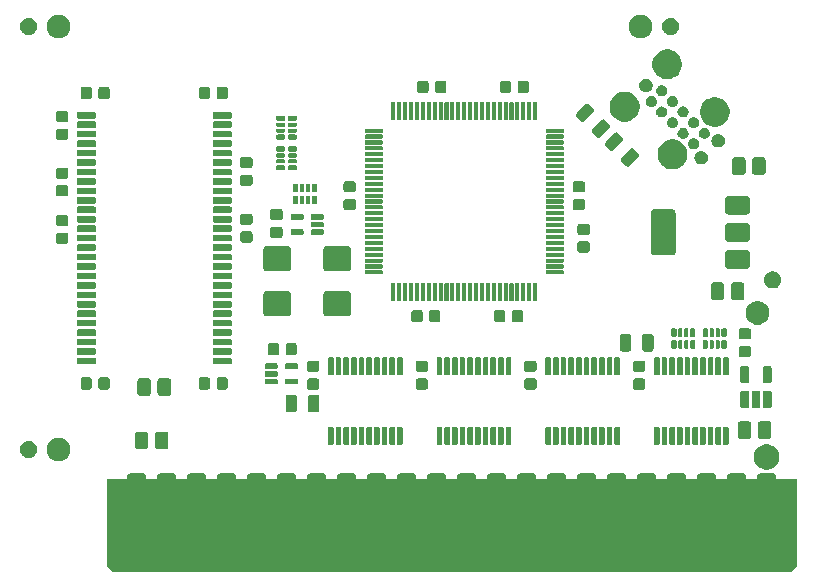
<source format=gts>
G04 #@! TF.GenerationSoftware,KiCad,Pcbnew,(5.1.5-0-10_14)*
G04 #@! TF.CreationDate,2021-04-30T04:14:15-04:00*
G04 #@! TF.ProjectId,RAM2GS,52414d32-4753-42e6-9b69-6361645f7063,2.0*
G04 #@! TF.SameCoordinates,Original*
G04 #@! TF.FileFunction,Soldermask,Top*
G04 #@! TF.FilePolarity,Negative*
%FSLAX46Y46*%
G04 Gerber Fmt 4.6, Leading zero omitted, Abs format (unit mm)*
G04 Created by KiCad (PCBNEW (5.1.5-0-10_14)) date 2021-04-30 04:14:15*
%MOMM*%
%LPD*%
G04 APERTURE LIST*
%ADD10C,0.100000*%
G04 APERTURE END LIST*
D10*
G36*
X113538000Y-139446000D02*
G01*
X113030000Y-139954000D01*
X55626000Y-139954000D01*
X55118000Y-139446000D01*
X55118000Y-132080000D01*
X113538000Y-132080000D01*
X113538000Y-139446000D01*
G37*
G36*
X111518220Y-131544798D02*
G01*
X111591993Y-131567176D01*
X111659982Y-131603518D01*
X111719575Y-131652425D01*
X111768482Y-131712018D01*
X111804824Y-131780007D01*
X111827202Y-131853780D01*
X111835000Y-131932954D01*
X111835000Y-138631046D01*
X111827202Y-138710220D01*
X111804824Y-138783993D01*
X111768482Y-138851982D01*
X111719575Y-138911575D01*
X111659982Y-138960482D01*
X111591993Y-138996824D01*
X111518220Y-139019202D01*
X111439046Y-139027000D01*
X110556954Y-139027000D01*
X110477780Y-139019202D01*
X110404007Y-138996824D01*
X110336018Y-138960482D01*
X110276425Y-138911575D01*
X110227518Y-138851982D01*
X110191176Y-138783993D01*
X110168798Y-138710220D01*
X110161000Y-138631046D01*
X110161000Y-131932954D01*
X110168798Y-131853780D01*
X110191176Y-131780007D01*
X110227518Y-131712018D01*
X110276425Y-131652425D01*
X110336018Y-131603518D01*
X110404007Y-131567176D01*
X110477780Y-131544798D01*
X110556954Y-131537000D01*
X111439046Y-131537000D01*
X111518220Y-131544798D01*
G37*
G36*
X108978220Y-131544798D02*
G01*
X109051993Y-131567176D01*
X109119982Y-131603518D01*
X109179575Y-131652425D01*
X109228482Y-131712018D01*
X109264824Y-131780007D01*
X109287202Y-131853780D01*
X109295000Y-131932954D01*
X109295000Y-138631046D01*
X109287202Y-138710220D01*
X109264824Y-138783993D01*
X109228482Y-138851982D01*
X109179575Y-138911575D01*
X109119982Y-138960482D01*
X109051993Y-138996824D01*
X108978220Y-139019202D01*
X108899046Y-139027000D01*
X108016954Y-139027000D01*
X107937780Y-139019202D01*
X107864007Y-138996824D01*
X107796018Y-138960482D01*
X107736425Y-138911575D01*
X107687518Y-138851982D01*
X107651176Y-138783993D01*
X107628798Y-138710220D01*
X107621000Y-138631046D01*
X107621000Y-131932954D01*
X107628798Y-131853780D01*
X107651176Y-131780007D01*
X107687518Y-131712018D01*
X107736425Y-131652425D01*
X107796018Y-131603518D01*
X107864007Y-131567176D01*
X107937780Y-131544798D01*
X108016954Y-131537000D01*
X108899046Y-131537000D01*
X108978220Y-131544798D01*
G37*
G36*
X106438220Y-131544798D02*
G01*
X106511993Y-131567176D01*
X106579982Y-131603518D01*
X106639575Y-131652425D01*
X106688482Y-131712018D01*
X106724824Y-131780007D01*
X106747202Y-131853780D01*
X106755000Y-131932954D01*
X106755000Y-138631046D01*
X106747202Y-138710220D01*
X106724824Y-138783993D01*
X106688482Y-138851982D01*
X106639575Y-138911575D01*
X106579982Y-138960482D01*
X106511993Y-138996824D01*
X106438220Y-139019202D01*
X106359046Y-139027000D01*
X105476954Y-139027000D01*
X105397780Y-139019202D01*
X105324007Y-138996824D01*
X105256018Y-138960482D01*
X105196425Y-138911575D01*
X105147518Y-138851982D01*
X105111176Y-138783993D01*
X105088798Y-138710220D01*
X105081000Y-138631046D01*
X105081000Y-131932954D01*
X105088798Y-131853780D01*
X105111176Y-131780007D01*
X105147518Y-131712018D01*
X105196425Y-131652425D01*
X105256018Y-131603518D01*
X105324007Y-131567176D01*
X105397780Y-131544798D01*
X105476954Y-131537000D01*
X106359046Y-131537000D01*
X106438220Y-131544798D01*
G37*
G36*
X103898220Y-131544798D02*
G01*
X103971993Y-131567176D01*
X104039982Y-131603518D01*
X104099575Y-131652425D01*
X104148482Y-131712018D01*
X104184824Y-131780007D01*
X104207202Y-131853780D01*
X104215000Y-131932954D01*
X104215000Y-138631046D01*
X104207202Y-138710220D01*
X104184824Y-138783993D01*
X104148482Y-138851982D01*
X104099575Y-138911575D01*
X104039982Y-138960482D01*
X103971993Y-138996824D01*
X103898220Y-139019202D01*
X103819046Y-139027000D01*
X102936954Y-139027000D01*
X102857780Y-139019202D01*
X102784007Y-138996824D01*
X102716018Y-138960482D01*
X102656425Y-138911575D01*
X102607518Y-138851982D01*
X102571176Y-138783993D01*
X102548798Y-138710220D01*
X102541000Y-138631046D01*
X102541000Y-131932954D01*
X102548798Y-131853780D01*
X102571176Y-131780007D01*
X102607518Y-131712018D01*
X102656425Y-131652425D01*
X102716018Y-131603518D01*
X102784007Y-131567176D01*
X102857780Y-131544798D01*
X102936954Y-131537000D01*
X103819046Y-131537000D01*
X103898220Y-131544798D01*
G37*
G36*
X101358220Y-131544798D02*
G01*
X101431993Y-131567176D01*
X101499982Y-131603518D01*
X101559575Y-131652425D01*
X101608482Y-131712018D01*
X101644824Y-131780007D01*
X101667202Y-131853780D01*
X101675000Y-131932954D01*
X101675000Y-138631046D01*
X101667202Y-138710220D01*
X101644824Y-138783993D01*
X101608482Y-138851982D01*
X101559575Y-138911575D01*
X101499982Y-138960482D01*
X101431993Y-138996824D01*
X101358220Y-139019202D01*
X101279046Y-139027000D01*
X100396954Y-139027000D01*
X100317780Y-139019202D01*
X100244007Y-138996824D01*
X100176018Y-138960482D01*
X100116425Y-138911575D01*
X100067518Y-138851982D01*
X100031176Y-138783993D01*
X100008798Y-138710220D01*
X100001000Y-138631046D01*
X100001000Y-131932954D01*
X100008798Y-131853780D01*
X100031176Y-131780007D01*
X100067518Y-131712018D01*
X100116425Y-131652425D01*
X100176018Y-131603518D01*
X100244007Y-131567176D01*
X100317780Y-131544798D01*
X100396954Y-131537000D01*
X101279046Y-131537000D01*
X101358220Y-131544798D01*
G37*
G36*
X98818220Y-131544798D02*
G01*
X98891993Y-131567176D01*
X98959982Y-131603518D01*
X99019575Y-131652425D01*
X99068482Y-131712018D01*
X99104824Y-131780007D01*
X99127202Y-131853780D01*
X99135000Y-131932954D01*
X99135000Y-138631046D01*
X99127202Y-138710220D01*
X99104824Y-138783993D01*
X99068482Y-138851982D01*
X99019575Y-138911575D01*
X98959982Y-138960482D01*
X98891993Y-138996824D01*
X98818220Y-139019202D01*
X98739046Y-139027000D01*
X97856954Y-139027000D01*
X97777780Y-139019202D01*
X97704007Y-138996824D01*
X97636018Y-138960482D01*
X97576425Y-138911575D01*
X97527518Y-138851982D01*
X97491176Y-138783993D01*
X97468798Y-138710220D01*
X97461000Y-138631046D01*
X97461000Y-131932954D01*
X97468798Y-131853780D01*
X97491176Y-131780007D01*
X97527518Y-131712018D01*
X97576425Y-131652425D01*
X97636018Y-131603518D01*
X97704007Y-131567176D01*
X97777780Y-131544798D01*
X97856954Y-131537000D01*
X98739046Y-131537000D01*
X98818220Y-131544798D01*
G37*
G36*
X96278220Y-131544798D02*
G01*
X96351993Y-131567176D01*
X96419982Y-131603518D01*
X96479575Y-131652425D01*
X96528482Y-131712018D01*
X96564824Y-131780007D01*
X96587202Y-131853780D01*
X96595000Y-131932954D01*
X96595000Y-138631046D01*
X96587202Y-138710220D01*
X96564824Y-138783993D01*
X96528482Y-138851982D01*
X96479575Y-138911575D01*
X96419982Y-138960482D01*
X96351993Y-138996824D01*
X96278220Y-139019202D01*
X96199046Y-139027000D01*
X95316954Y-139027000D01*
X95237780Y-139019202D01*
X95164007Y-138996824D01*
X95096018Y-138960482D01*
X95036425Y-138911575D01*
X94987518Y-138851982D01*
X94951176Y-138783993D01*
X94928798Y-138710220D01*
X94921000Y-138631046D01*
X94921000Y-131932954D01*
X94928798Y-131853780D01*
X94951176Y-131780007D01*
X94987518Y-131712018D01*
X95036425Y-131652425D01*
X95096018Y-131603518D01*
X95164007Y-131567176D01*
X95237780Y-131544798D01*
X95316954Y-131537000D01*
X96199046Y-131537000D01*
X96278220Y-131544798D01*
G37*
G36*
X93738220Y-131544798D02*
G01*
X93811993Y-131567176D01*
X93879982Y-131603518D01*
X93939575Y-131652425D01*
X93988482Y-131712018D01*
X94024824Y-131780007D01*
X94047202Y-131853780D01*
X94055000Y-131932954D01*
X94055000Y-138631046D01*
X94047202Y-138710220D01*
X94024824Y-138783993D01*
X93988482Y-138851982D01*
X93939575Y-138911575D01*
X93879982Y-138960482D01*
X93811993Y-138996824D01*
X93738220Y-139019202D01*
X93659046Y-139027000D01*
X92776954Y-139027000D01*
X92697780Y-139019202D01*
X92624007Y-138996824D01*
X92556018Y-138960482D01*
X92496425Y-138911575D01*
X92447518Y-138851982D01*
X92411176Y-138783993D01*
X92388798Y-138710220D01*
X92381000Y-138631046D01*
X92381000Y-131932954D01*
X92388798Y-131853780D01*
X92411176Y-131780007D01*
X92447518Y-131712018D01*
X92496425Y-131652425D01*
X92556018Y-131603518D01*
X92624007Y-131567176D01*
X92697780Y-131544798D01*
X92776954Y-131537000D01*
X93659046Y-131537000D01*
X93738220Y-131544798D01*
G37*
G36*
X91198220Y-131544798D02*
G01*
X91271993Y-131567176D01*
X91339982Y-131603518D01*
X91399575Y-131652425D01*
X91448482Y-131712018D01*
X91484824Y-131780007D01*
X91507202Y-131853780D01*
X91515000Y-131932954D01*
X91515000Y-138631046D01*
X91507202Y-138710220D01*
X91484824Y-138783993D01*
X91448482Y-138851982D01*
X91399575Y-138911575D01*
X91339982Y-138960482D01*
X91271993Y-138996824D01*
X91198220Y-139019202D01*
X91119046Y-139027000D01*
X90236954Y-139027000D01*
X90157780Y-139019202D01*
X90084007Y-138996824D01*
X90016018Y-138960482D01*
X89956425Y-138911575D01*
X89907518Y-138851982D01*
X89871176Y-138783993D01*
X89848798Y-138710220D01*
X89841000Y-138631046D01*
X89841000Y-131932954D01*
X89848798Y-131853780D01*
X89871176Y-131780007D01*
X89907518Y-131712018D01*
X89956425Y-131652425D01*
X90016018Y-131603518D01*
X90084007Y-131567176D01*
X90157780Y-131544798D01*
X90236954Y-131537000D01*
X91119046Y-131537000D01*
X91198220Y-131544798D01*
G37*
G36*
X88658220Y-131544798D02*
G01*
X88731993Y-131567176D01*
X88799982Y-131603518D01*
X88859575Y-131652425D01*
X88908482Y-131712018D01*
X88944824Y-131780007D01*
X88967202Y-131853780D01*
X88975000Y-131932954D01*
X88975000Y-138631046D01*
X88967202Y-138710220D01*
X88944824Y-138783993D01*
X88908482Y-138851982D01*
X88859575Y-138911575D01*
X88799982Y-138960482D01*
X88731993Y-138996824D01*
X88658220Y-139019202D01*
X88579046Y-139027000D01*
X87696954Y-139027000D01*
X87617780Y-139019202D01*
X87544007Y-138996824D01*
X87476018Y-138960482D01*
X87416425Y-138911575D01*
X87367518Y-138851982D01*
X87331176Y-138783993D01*
X87308798Y-138710220D01*
X87301000Y-138631046D01*
X87301000Y-131932954D01*
X87308798Y-131853780D01*
X87331176Y-131780007D01*
X87367518Y-131712018D01*
X87416425Y-131652425D01*
X87476018Y-131603518D01*
X87544007Y-131567176D01*
X87617780Y-131544798D01*
X87696954Y-131537000D01*
X88579046Y-131537000D01*
X88658220Y-131544798D01*
G37*
G36*
X86118220Y-131544798D02*
G01*
X86191993Y-131567176D01*
X86259982Y-131603518D01*
X86319575Y-131652425D01*
X86368482Y-131712018D01*
X86404824Y-131780007D01*
X86427202Y-131853780D01*
X86435000Y-131932954D01*
X86435000Y-138631046D01*
X86427202Y-138710220D01*
X86404824Y-138783993D01*
X86368482Y-138851982D01*
X86319575Y-138911575D01*
X86259982Y-138960482D01*
X86191993Y-138996824D01*
X86118220Y-139019202D01*
X86039046Y-139027000D01*
X85156954Y-139027000D01*
X85077780Y-139019202D01*
X85004007Y-138996824D01*
X84936018Y-138960482D01*
X84876425Y-138911575D01*
X84827518Y-138851982D01*
X84791176Y-138783993D01*
X84768798Y-138710220D01*
X84761000Y-138631046D01*
X84761000Y-131932954D01*
X84768798Y-131853780D01*
X84791176Y-131780007D01*
X84827518Y-131712018D01*
X84876425Y-131652425D01*
X84936018Y-131603518D01*
X85004007Y-131567176D01*
X85077780Y-131544798D01*
X85156954Y-131537000D01*
X86039046Y-131537000D01*
X86118220Y-131544798D01*
G37*
G36*
X83578220Y-131544798D02*
G01*
X83651993Y-131567176D01*
X83719982Y-131603518D01*
X83779575Y-131652425D01*
X83828482Y-131712018D01*
X83864824Y-131780007D01*
X83887202Y-131853780D01*
X83895000Y-131932954D01*
X83895000Y-138631046D01*
X83887202Y-138710220D01*
X83864824Y-138783993D01*
X83828482Y-138851982D01*
X83779575Y-138911575D01*
X83719982Y-138960482D01*
X83651993Y-138996824D01*
X83578220Y-139019202D01*
X83499046Y-139027000D01*
X82616954Y-139027000D01*
X82537780Y-139019202D01*
X82464007Y-138996824D01*
X82396018Y-138960482D01*
X82336425Y-138911575D01*
X82287518Y-138851982D01*
X82251176Y-138783993D01*
X82228798Y-138710220D01*
X82221000Y-138631046D01*
X82221000Y-131932954D01*
X82228798Y-131853780D01*
X82251176Y-131780007D01*
X82287518Y-131712018D01*
X82336425Y-131652425D01*
X82396018Y-131603518D01*
X82464007Y-131567176D01*
X82537780Y-131544798D01*
X82616954Y-131537000D01*
X83499046Y-131537000D01*
X83578220Y-131544798D01*
G37*
G36*
X81038220Y-131544798D02*
G01*
X81111993Y-131567176D01*
X81179982Y-131603518D01*
X81239575Y-131652425D01*
X81288482Y-131712018D01*
X81324824Y-131780007D01*
X81347202Y-131853780D01*
X81355000Y-131932954D01*
X81355000Y-138631046D01*
X81347202Y-138710220D01*
X81324824Y-138783993D01*
X81288482Y-138851982D01*
X81239575Y-138911575D01*
X81179982Y-138960482D01*
X81111993Y-138996824D01*
X81038220Y-139019202D01*
X80959046Y-139027000D01*
X80076954Y-139027000D01*
X79997780Y-139019202D01*
X79924007Y-138996824D01*
X79856018Y-138960482D01*
X79796425Y-138911575D01*
X79747518Y-138851982D01*
X79711176Y-138783993D01*
X79688798Y-138710220D01*
X79681000Y-138631046D01*
X79681000Y-131932954D01*
X79688798Y-131853780D01*
X79711176Y-131780007D01*
X79747518Y-131712018D01*
X79796425Y-131652425D01*
X79856018Y-131603518D01*
X79924007Y-131567176D01*
X79997780Y-131544798D01*
X80076954Y-131537000D01*
X80959046Y-131537000D01*
X81038220Y-131544798D01*
G37*
G36*
X78498220Y-131544798D02*
G01*
X78571993Y-131567176D01*
X78639982Y-131603518D01*
X78699575Y-131652425D01*
X78748482Y-131712018D01*
X78784824Y-131780007D01*
X78807202Y-131853780D01*
X78815000Y-131932954D01*
X78815000Y-138631046D01*
X78807202Y-138710220D01*
X78784824Y-138783993D01*
X78748482Y-138851982D01*
X78699575Y-138911575D01*
X78639982Y-138960482D01*
X78571993Y-138996824D01*
X78498220Y-139019202D01*
X78419046Y-139027000D01*
X77536954Y-139027000D01*
X77457780Y-139019202D01*
X77384007Y-138996824D01*
X77316018Y-138960482D01*
X77256425Y-138911575D01*
X77207518Y-138851982D01*
X77171176Y-138783993D01*
X77148798Y-138710220D01*
X77141000Y-138631046D01*
X77141000Y-131932954D01*
X77148798Y-131853780D01*
X77171176Y-131780007D01*
X77207518Y-131712018D01*
X77256425Y-131652425D01*
X77316018Y-131603518D01*
X77384007Y-131567176D01*
X77457780Y-131544798D01*
X77536954Y-131537000D01*
X78419046Y-131537000D01*
X78498220Y-131544798D01*
G37*
G36*
X75958220Y-131544798D02*
G01*
X76031993Y-131567176D01*
X76099982Y-131603518D01*
X76159575Y-131652425D01*
X76208482Y-131712018D01*
X76244824Y-131780007D01*
X76267202Y-131853780D01*
X76275000Y-131932954D01*
X76275000Y-138631046D01*
X76267202Y-138710220D01*
X76244824Y-138783993D01*
X76208482Y-138851982D01*
X76159575Y-138911575D01*
X76099982Y-138960482D01*
X76031993Y-138996824D01*
X75958220Y-139019202D01*
X75879046Y-139027000D01*
X74996954Y-139027000D01*
X74917780Y-139019202D01*
X74844007Y-138996824D01*
X74776018Y-138960482D01*
X74716425Y-138911575D01*
X74667518Y-138851982D01*
X74631176Y-138783993D01*
X74608798Y-138710220D01*
X74601000Y-138631046D01*
X74601000Y-131932954D01*
X74608798Y-131853780D01*
X74631176Y-131780007D01*
X74667518Y-131712018D01*
X74716425Y-131652425D01*
X74776018Y-131603518D01*
X74844007Y-131567176D01*
X74917780Y-131544798D01*
X74996954Y-131537000D01*
X75879046Y-131537000D01*
X75958220Y-131544798D01*
G37*
G36*
X73418220Y-131544798D02*
G01*
X73491993Y-131567176D01*
X73559982Y-131603518D01*
X73619575Y-131652425D01*
X73668482Y-131712018D01*
X73704824Y-131780007D01*
X73727202Y-131853780D01*
X73735000Y-131932954D01*
X73735000Y-138631046D01*
X73727202Y-138710220D01*
X73704824Y-138783993D01*
X73668482Y-138851982D01*
X73619575Y-138911575D01*
X73559982Y-138960482D01*
X73491993Y-138996824D01*
X73418220Y-139019202D01*
X73339046Y-139027000D01*
X72456954Y-139027000D01*
X72377780Y-139019202D01*
X72304007Y-138996824D01*
X72236018Y-138960482D01*
X72176425Y-138911575D01*
X72127518Y-138851982D01*
X72091176Y-138783993D01*
X72068798Y-138710220D01*
X72061000Y-138631046D01*
X72061000Y-131932954D01*
X72068798Y-131853780D01*
X72091176Y-131780007D01*
X72127518Y-131712018D01*
X72176425Y-131652425D01*
X72236018Y-131603518D01*
X72304007Y-131567176D01*
X72377780Y-131544798D01*
X72456954Y-131537000D01*
X73339046Y-131537000D01*
X73418220Y-131544798D01*
G37*
G36*
X70878220Y-131544798D02*
G01*
X70951993Y-131567176D01*
X71019982Y-131603518D01*
X71079575Y-131652425D01*
X71128482Y-131712018D01*
X71164824Y-131780007D01*
X71187202Y-131853780D01*
X71195000Y-131932954D01*
X71195000Y-138631046D01*
X71187202Y-138710220D01*
X71164824Y-138783993D01*
X71128482Y-138851982D01*
X71079575Y-138911575D01*
X71019982Y-138960482D01*
X70951993Y-138996824D01*
X70878220Y-139019202D01*
X70799046Y-139027000D01*
X69916954Y-139027000D01*
X69837780Y-139019202D01*
X69764007Y-138996824D01*
X69696018Y-138960482D01*
X69636425Y-138911575D01*
X69587518Y-138851982D01*
X69551176Y-138783993D01*
X69528798Y-138710220D01*
X69521000Y-138631046D01*
X69521000Y-131932954D01*
X69528798Y-131853780D01*
X69551176Y-131780007D01*
X69587518Y-131712018D01*
X69636425Y-131652425D01*
X69696018Y-131603518D01*
X69764007Y-131567176D01*
X69837780Y-131544798D01*
X69916954Y-131537000D01*
X70799046Y-131537000D01*
X70878220Y-131544798D01*
G37*
G36*
X68338220Y-131544798D02*
G01*
X68411993Y-131567176D01*
X68479982Y-131603518D01*
X68539575Y-131652425D01*
X68588482Y-131712018D01*
X68624824Y-131780007D01*
X68647202Y-131853780D01*
X68655000Y-131932954D01*
X68655000Y-138631046D01*
X68647202Y-138710220D01*
X68624824Y-138783993D01*
X68588482Y-138851982D01*
X68539575Y-138911575D01*
X68479982Y-138960482D01*
X68411993Y-138996824D01*
X68338220Y-139019202D01*
X68259046Y-139027000D01*
X67376954Y-139027000D01*
X67297780Y-139019202D01*
X67224007Y-138996824D01*
X67156018Y-138960482D01*
X67096425Y-138911575D01*
X67047518Y-138851982D01*
X67011176Y-138783993D01*
X66988798Y-138710220D01*
X66981000Y-138631046D01*
X66981000Y-131932954D01*
X66988798Y-131853780D01*
X67011176Y-131780007D01*
X67047518Y-131712018D01*
X67096425Y-131652425D01*
X67156018Y-131603518D01*
X67224007Y-131567176D01*
X67297780Y-131544798D01*
X67376954Y-131537000D01*
X68259046Y-131537000D01*
X68338220Y-131544798D01*
G37*
G36*
X65798220Y-131544798D02*
G01*
X65871993Y-131567176D01*
X65939982Y-131603518D01*
X65999575Y-131652425D01*
X66048482Y-131712018D01*
X66084824Y-131780007D01*
X66107202Y-131853780D01*
X66115000Y-131932954D01*
X66115000Y-138631046D01*
X66107202Y-138710220D01*
X66084824Y-138783993D01*
X66048482Y-138851982D01*
X65999575Y-138911575D01*
X65939982Y-138960482D01*
X65871993Y-138996824D01*
X65798220Y-139019202D01*
X65719046Y-139027000D01*
X64836954Y-139027000D01*
X64757780Y-139019202D01*
X64684007Y-138996824D01*
X64616018Y-138960482D01*
X64556425Y-138911575D01*
X64507518Y-138851982D01*
X64471176Y-138783993D01*
X64448798Y-138710220D01*
X64441000Y-138631046D01*
X64441000Y-131932954D01*
X64448798Y-131853780D01*
X64471176Y-131780007D01*
X64507518Y-131712018D01*
X64556425Y-131652425D01*
X64616018Y-131603518D01*
X64684007Y-131567176D01*
X64757780Y-131544798D01*
X64836954Y-131537000D01*
X65719046Y-131537000D01*
X65798220Y-131544798D01*
G37*
G36*
X63258220Y-131544798D02*
G01*
X63331993Y-131567176D01*
X63399982Y-131603518D01*
X63459575Y-131652425D01*
X63508482Y-131712018D01*
X63544824Y-131780007D01*
X63567202Y-131853780D01*
X63575000Y-131932954D01*
X63575000Y-138631046D01*
X63567202Y-138710220D01*
X63544824Y-138783993D01*
X63508482Y-138851982D01*
X63459575Y-138911575D01*
X63399982Y-138960482D01*
X63331993Y-138996824D01*
X63258220Y-139019202D01*
X63179046Y-139027000D01*
X62296954Y-139027000D01*
X62217780Y-139019202D01*
X62144007Y-138996824D01*
X62076018Y-138960482D01*
X62016425Y-138911575D01*
X61967518Y-138851982D01*
X61931176Y-138783993D01*
X61908798Y-138710220D01*
X61901000Y-138631046D01*
X61901000Y-131932954D01*
X61908798Y-131853780D01*
X61931176Y-131780007D01*
X61967518Y-131712018D01*
X62016425Y-131652425D01*
X62076018Y-131603518D01*
X62144007Y-131567176D01*
X62217780Y-131544798D01*
X62296954Y-131537000D01*
X63179046Y-131537000D01*
X63258220Y-131544798D01*
G37*
G36*
X60718220Y-131544798D02*
G01*
X60791993Y-131567176D01*
X60859982Y-131603518D01*
X60919575Y-131652425D01*
X60968482Y-131712018D01*
X61004824Y-131780007D01*
X61027202Y-131853780D01*
X61035000Y-131932954D01*
X61035000Y-138631046D01*
X61027202Y-138710220D01*
X61004824Y-138783993D01*
X60968482Y-138851982D01*
X60919575Y-138911575D01*
X60859982Y-138960482D01*
X60791993Y-138996824D01*
X60718220Y-139019202D01*
X60639046Y-139027000D01*
X59756954Y-139027000D01*
X59677780Y-139019202D01*
X59604007Y-138996824D01*
X59536018Y-138960482D01*
X59476425Y-138911575D01*
X59427518Y-138851982D01*
X59391176Y-138783993D01*
X59368798Y-138710220D01*
X59361000Y-138631046D01*
X59361000Y-131932954D01*
X59368798Y-131853780D01*
X59391176Y-131780007D01*
X59427518Y-131712018D01*
X59476425Y-131652425D01*
X59536018Y-131603518D01*
X59604007Y-131567176D01*
X59677780Y-131544798D01*
X59756954Y-131537000D01*
X60639046Y-131537000D01*
X60718220Y-131544798D01*
G37*
G36*
X58178220Y-131544798D02*
G01*
X58251993Y-131567176D01*
X58319982Y-131603518D01*
X58379575Y-131652425D01*
X58428482Y-131712018D01*
X58464824Y-131780007D01*
X58487202Y-131853780D01*
X58495000Y-131932954D01*
X58495000Y-138631046D01*
X58487202Y-138710220D01*
X58464824Y-138783993D01*
X58428482Y-138851982D01*
X58379575Y-138911575D01*
X58319982Y-138960482D01*
X58251993Y-138996824D01*
X58178220Y-139019202D01*
X58099046Y-139027000D01*
X57216954Y-139027000D01*
X57137780Y-139019202D01*
X57064007Y-138996824D01*
X56996018Y-138960482D01*
X56936425Y-138911575D01*
X56887518Y-138851982D01*
X56851176Y-138783993D01*
X56828798Y-138710220D01*
X56821000Y-138631046D01*
X56821000Y-131932954D01*
X56828798Y-131853780D01*
X56851176Y-131780007D01*
X56887518Y-131712018D01*
X56936425Y-131652425D01*
X56996018Y-131603518D01*
X57064007Y-131567176D01*
X57137780Y-131544798D01*
X57216954Y-131537000D01*
X58099046Y-131537000D01*
X58178220Y-131544798D01*
G37*
G36*
X111311564Y-129141311D02*
G01*
X111507202Y-129222347D01*
X111507203Y-129222348D01*
X111683272Y-129339993D01*
X111833007Y-129489728D01*
X111858579Y-129528000D01*
X111950653Y-129665798D01*
X112031689Y-129861436D01*
X112073000Y-130069120D01*
X112073000Y-130280880D01*
X112031689Y-130488564D01*
X111950653Y-130684202D01*
X111950652Y-130684203D01*
X111833007Y-130860272D01*
X111683272Y-131010007D01*
X111565626Y-131088615D01*
X111507202Y-131127653D01*
X111311564Y-131208689D01*
X111103880Y-131250000D01*
X110892120Y-131250000D01*
X110684436Y-131208689D01*
X110488798Y-131127653D01*
X110430374Y-131088615D01*
X110312728Y-131010007D01*
X110162993Y-130860272D01*
X110045348Y-130684203D01*
X110045347Y-130684202D01*
X109964311Y-130488564D01*
X109923000Y-130280880D01*
X109923000Y-130069120D01*
X109964311Y-129861436D01*
X110045347Y-129665798D01*
X110137421Y-129528000D01*
X110162993Y-129489728D01*
X110312728Y-129339993D01*
X110488797Y-129222348D01*
X110488798Y-129222347D01*
X110684436Y-129141311D01*
X110892120Y-129100000D01*
X111103880Y-129100000D01*
X111311564Y-129141311D01*
G37*
G36*
X51249090Y-128559215D02*
G01*
X51345689Y-128578429D01*
X51527678Y-128653811D01*
X51691463Y-128763249D01*
X51830751Y-128902537D01*
X51940189Y-129066322D01*
X52015571Y-129248311D01*
X52015571Y-129248313D01*
X52054000Y-129441507D01*
X52054000Y-129638493D01*
X52034786Y-129735090D01*
X52015571Y-129831689D01*
X51940189Y-130013678D01*
X51830751Y-130177463D01*
X51691463Y-130316751D01*
X51527678Y-130426189D01*
X51345689Y-130501571D01*
X51249090Y-130520785D01*
X51152493Y-130540000D01*
X50955507Y-130540000D01*
X50858910Y-130520785D01*
X50762311Y-130501571D01*
X50580322Y-130426189D01*
X50416537Y-130316751D01*
X50277249Y-130177463D01*
X50167811Y-130013678D01*
X50092429Y-129831689D01*
X50073214Y-129735090D01*
X50054000Y-129638493D01*
X50054000Y-129441507D01*
X50092429Y-129248313D01*
X50092429Y-129248311D01*
X50167811Y-129066322D01*
X50277249Y-128902537D01*
X50416537Y-128763249D01*
X50580322Y-128653811D01*
X50762311Y-128578429D01*
X50858910Y-128559215D01*
X50955507Y-128540000D01*
X51152493Y-128540000D01*
X51249090Y-128559215D01*
G37*
G36*
X48725181Y-128843822D02*
G01*
X48725184Y-128843823D01*
X48725183Y-128843823D01*
X48856943Y-128898400D01*
X48863134Y-128902537D01*
X48975522Y-128977632D01*
X49076368Y-129078478D01*
X49155601Y-129197059D01*
X49210178Y-129328819D01*
X49238000Y-129468691D01*
X49238000Y-129611309D01*
X49210178Y-129751181D01*
X49164509Y-129861436D01*
X49155600Y-129882943D01*
X49076367Y-130001523D01*
X48975523Y-130102367D01*
X48856943Y-130181600D01*
X48856942Y-130181601D01*
X48856941Y-130181601D01*
X48725181Y-130236178D01*
X48585309Y-130264000D01*
X48442691Y-130264000D01*
X48302819Y-130236178D01*
X48171059Y-130181601D01*
X48171058Y-130181601D01*
X48171057Y-130181600D01*
X48052477Y-130102367D01*
X47951633Y-130001523D01*
X47872400Y-129882943D01*
X47863491Y-129861436D01*
X47817822Y-129751181D01*
X47790000Y-129611309D01*
X47790000Y-129468691D01*
X47817822Y-129328819D01*
X47872399Y-129197059D01*
X47951632Y-129078478D01*
X48052478Y-128977632D01*
X48164866Y-128902537D01*
X48171057Y-128898400D01*
X48302817Y-128843823D01*
X48302816Y-128843823D01*
X48302819Y-128843822D01*
X48442691Y-128816000D01*
X48585309Y-128816000D01*
X48725181Y-128843822D01*
G37*
G36*
X60141663Y-128033281D02*
G01*
X60190863Y-128048206D01*
X60236201Y-128072439D01*
X60275944Y-128105056D01*
X60308561Y-128144799D01*
X60332794Y-128190137D01*
X60347719Y-128239337D01*
X60353000Y-128292954D01*
X60353000Y-129263046D01*
X60347719Y-129316663D01*
X60332794Y-129365863D01*
X60308561Y-129411201D01*
X60275944Y-129450944D01*
X60236201Y-129483561D01*
X60190863Y-129507794D01*
X60141663Y-129522719D01*
X60088046Y-129528000D01*
X59467954Y-129528000D01*
X59414337Y-129522719D01*
X59365137Y-129507794D01*
X59319799Y-129483561D01*
X59280056Y-129450944D01*
X59247439Y-129411201D01*
X59223206Y-129365863D01*
X59208281Y-129316663D01*
X59203000Y-129263046D01*
X59203000Y-128292954D01*
X59208281Y-128239337D01*
X59223206Y-128190137D01*
X59247439Y-128144799D01*
X59280056Y-128105056D01*
X59319799Y-128072439D01*
X59365137Y-128048206D01*
X59414337Y-128033281D01*
X59467954Y-128028000D01*
X60088046Y-128028000D01*
X60141663Y-128033281D01*
G37*
G36*
X58441663Y-128033281D02*
G01*
X58490863Y-128048206D01*
X58536201Y-128072439D01*
X58575944Y-128105056D01*
X58608561Y-128144799D01*
X58632794Y-128190137D01*
X58647719Y-128239337D01*
X58653000Y-128292954D01*
X58653000Y-129263046D01*
X58647719Y-129316663D01*
X58632794Y-129365863D01*
X58608561Y-129411201D01*
X58575944Y-129450944D01*
X58536201Y-129483561D01*
X58490863Y-129507794D01*
X58441663Y-129522719D01*
X58388046Y-129528000D01*
X57767954Y-129528000D01*
X57714337Y-129522719D01*
X57665137Y-129507794D01*
X57619799Y-129483561D01*
X57580056Y-129450944D01*
X57547439Y-129411201D01*
X57523206Y-129365863D01*
X57508281Y-129316663D01*
X57503000Y-129263046D01*
X57503000Y-128292954D01*
X57508281Y-128239337D01*
X57523206Y-128190137D01*
X57547439Y-128144799D01*
X57580056Y-128105056D01*
X57619799Y-128072439D01*
X57665137Y-128048206D01*
X57714337Y-128033281D01*
X57767954Y-128028000D01*
X58388046Y-128028000D01*
X58441663Y-128033281D01*
G37*
G36*
X84768865Y-127653149D02*
G01*
X84787485Y-127658797D01*
X84804643Y-127667968D01*
X84819686Y-127680314D01*
X84832032Y-127695357D01*
X84841203Y-127712515D01*
X84846851Y-127731135D01*
X84849000Y-127752954D01*
X84849000Y-129047046D01*
X84846851Y-129068865D01*
X84841203Y-129087485D01*
X84832032Y-129104643D01*
X84819686Y-129119686D01*
X84804643Y-129132032D01*
X84787485Y-129141203D01*
X84768865Y-129146851D01*
X84747046Y-129149000D01*
X84452954Y-129149000D01*
X84431135Y-129146851D01*
X84412515Y-129141203D01*
X84395357Y-129132032D01*
X84380314Y-129119686D01*
X84367968Y-129104643D01*
X84358797Y-129087485D01*
X84353149Y-129068865D01*
X84351000Y-129047046D01*
X84351000Y-127752954D01*
X84353149Y-127731135D01*
X84358797Y-127712515D01*
X84367968Y-127695357D01*
X84380314Y-127680314D01*
X84395357Y-127667968D01*
X84412515Y-127658797D01*
X84431135Y-127653149D01*
X84452954Y-127651000D01*
X84747046Y-127651000D01*
X84768865Y-127653149D01*
G37*
G36*
X84118865Y-127653149D02*
G01*
X84137485Y-127658797D01*
X84154643Y-127667968D01*
X84169686Y-127680314D01*
X84182032Y-127695357D01*
X84191203Y-127712515D01*
X84196851Y-127731135D01*
X84199000Y-127752954D01*
X84199000Y-129047046D01*
X84196851Y-129068865D01*
X84191203Y-129087485D01*
X84182032Y-129104643D01*
X84169686Y-129119686D01*
X84154643Y-129132032D01*
X84137485Y-129141203D01*
X84118865Y-129146851D01*
X84097046Y-129149000D01*
X83802954Y-129149000D01*
X83781135Y-129146851D01*
X83762515Y-129141203D01*
X83745357Y-129132032D01*
X83730314Y-129119686D01*
X83717968Y-129104643D01*
X83708797Y-129087485D01*
X83703149Y-129068865D01*
X83701000Y-129047046D01*
X83701000Y-127752954D01*
X83703149Y-127731135D01*
X83708797Y-127712515D01*
X83717968Y-127695357D01*
X83730314Y-127680314D01*
X83745357Y-127667968D01*
X83762515Y-127658797D01*
X83781135Y-127653149D01*
X83802954Y-127651000D01*
X84097046Y-127651000D01*
X84118865Y-127653149D01*
G37*
G36*
X83468865Y-127653149D02*
G01*
X83487485Y-127658797D01*
X83504643Y-127667968D01*
X83519686Y-127680314D01*
X83532032Y-127695357D01*
X83541203Y-127712515D01*
X83546851Y-127731135D01*
X83549000Y-127752954D01*
X83549000Y-129047046D01*
X83546851Y-129068865D01*
X83541203Y-129087485D01*
X83532032Y-129104643D01*
X83519686Y-129119686D01*
X83504643Y-129132032D01*
X83487485Y-129141203D01*
X83468865Y-129146851D01*
X83447046Y-129149000D01*
X83152954Y-129149000D01*
X83131135Y-129146851D01*
X83112515Y-129141203D01*
X83095357Y-129132032D01*
X83080314Y-129119686D01*
X83067968Y-129104643D01*
X83058797Y-129087485D01*
X83053149Y-129068865D01*
X83051000Y-129047046D01*
X83051000Y-127752954D01*
X83053149Y-127731135D01*
X83058797Y-127712515D01*
X83067968Y-127695357D01*
X83080314Y-127680314D01*
X83095357Y-127667968D01*
X83112515Y-127658797D01*
X83131135Y-127653149D01*
X83152954Y-127651000D01*
X83447046Y-127651000D01*
X83468865Y-127653149D01*
G37*
G36*
X80118865Y-127653149D02*
G01*
X80137485Y-127658797D01*
X80154643Y-127667968D01*
X80169686Y-127680314D01*
X80182032Y-127695357D01*
X80191203Y-127712515D01*
X80196851Y-127731135D01*
X80199000Y-127752954D01*
X80199000Y-129047046D01*
X80196851Y-129068865D01*
X80191203Y-129087485D01*
X80182032Y-129104643D01*
X80169686Y-129119686D01*
X80154643Y-129132032D01*
X80137485Y-129141203D01*
X80118865Y-129146851D01*
X80097046Y-129149000D01*
X79802954Y-129149000D01*
X79781135Y-129146851D01*
X79762515Y-129141203D01*
X79745357Y-129132032D01*
X79730314Y-129119686D01*
X79717968Y-129104643D01*
X79708797Y-129087485D01*
X79703149Y-129068865D01*
X79701000Y-129047046D01*
X79701000Y-127752954D01*
X79703149Y-127731135D01*
X79708797Y-127712515D01*
X79717968Y-127695357D01*
X79730314Y-127680314D01*
X79745357Y-127667968D01*
X79762515Y-127658797D01*
X79781135Y-127653149D01*
X79802954Y-127651000D01*
X80097046Y-127651000D01*
X80118865Y-127653149D01*
G37*
G36*
X79468865Y-127653149D02*
G01*
X79487485Y-127658797D01*
X79504643Y-127667968D01*
X79519686Y-127680314D01*
X79532032Y-127695357D01*
X79541203Y-127712515D01*
X79546851Y-127731135D01*
X79549000Y-127752954D01*
X79549000Y-129047046D01*
X79546851Y-129068865D01*
X79541203Y-129087485D01*
X79532032Y-129104643D01*
X79519686Y-129119686D01*
X79504643Y-129132032D01*
X79487485Y-129141203D01*
X79468865Y-129146851D01*
X79447046Y-129149000D01*
X79152954Y-129149000D01*
X79131135Y-129146851D01*
X79112515Y-129141203D01*
X79095357Y-129132032D01*
X79080314Y-129119686D01*
X79067968Y-129104643D01*
X79058797Y-129087485D01*
X79053149Y-129068865D01*
X79051000Y-129047046D01*
X79051000Y-127752954D01*
X79053149Y-127731135D01*
X79058797Y-127712515D01*
X79067968Y-127695357D01*
X79080314Y-127680314D01*
X79095357Y-127667968D01*
X79112515Y-127658797D01*
X79131135Y-127653149D01*
X79152954Y-127651000D01*
X79447046Y-127651000D01*
X79468865Y-127653149D01*
G37*
G36*
X78818865Y-127653149D02*
G01*
X78837485Y-127658797D01*
X78854643Y-127667968D01*
X78869686Y-127680314D01*
X78882032Y-127695357D01*
X78891203Y-127712515D01*
X78896851Y-127731135D01*
X78899000Y-127752954D01*
X78899000Y-129047046D01*
X78896851Y-129068865D01*
X78891203Y-129087485D01*
X78882032Y-129104643D01*
X78869686Y-129119686D01*
X78854643Y-129132032D01*
X78837485Y-129141203D01*
X78818865Y-129146851D01*
X78797046Y-129149000D01*
X78502954Y-129149000D01*
X78481135Y-129146851D01*
X78462515Y-129141203D01*
X78445357Y-129132032D01*
X78430314Y-129119686D01*
X78417968Y-129104643D01*
X78408797Y-129087485D01*
X78403149Y-129068865D01*
X78401000Y-129047046D01*
X78401000Y-127752954D01*
X78403149Y-127731135D01*
X78408797Y-127712515D01*
X78417968Y-127695357D01*
X78430314Y-127680314D01*
X78445357Y-127667968D01*
X78462515Y-127658797D01*
X78481135Y-127653149D01*
X78502954Y-127651000D01*
X78797046Y-127651000D01*
X78818865Y-127653149D01*
G37*
G36*
X78168865Y-127653149D02*
G01*
X78187485Y-127658797D01*
X78204643Y-127667968D01*
X78219686Y-127680314D01*
X78232032Y-127695357D01*
X78241203Y-127712515D01*
X78246851Y-127731135D01*
X78249000Y-127752954D01*
X78249000Y-129047046D01*
X78246851Y-129068865D01*
X78241203Y-129087485D01*
X78232032Y-129104643D01*
X78219686Y-129119686D01*
X78204643Y-129132032D01*
X78187485Y-129141203D01*
X78168865Y-129146851D01*
X78147046Y-129149000D01*
X77852954Y-129149000D01*
X77831135Y-129146851D01*
X77812515Y-129141203D01*
X77795357Y-129132032D01*
X77780314Y-129119686D01*
X77767968Y-129104643D01*
X77758797Y-129087485D01*
X77753149Y-129068865D01*
X77751000Y-129047046D01*
X77751000Y-127752954D01*
X77753149Y-127731135D01*
X77758797Y-127712515D01*
X77767968Y-127695357D01*
X77780314Y-127680314D01*
X77795357Y-127667968D01*
X77812515Y-127658797D01*
X77831135Y-127653149D01*
X77852954Y-127651000D01*
X78147046Y-127651000D01*
X78168865Y-127653149D01*
G37*
G36*
X77518865Y-127653149D02*
G01*
X77537485Y-127658797D01*
X77554643Y-127667968D01*
X77569686Y-127680314D01*
X77582032Y-127695357D01*
X77591203Y-127712515D01*
X77596851Y-127731135D01*
X77599000Y-127752954D01*
X77599000Y-129047046D01*
X77596851Y-129068865D01*
X77591203Y-129087485D01*
X77582032Y-129104643D01*
X77569686Y-129119686D01*
X77554643Y-129132032D01*
X77537485Y-129141203D01*
X77518865Y-129146851D01*
X77497046Y-129149000D01*
X77202954Y-129149000D01*
X77181135Y-129146851D01*
X77162515Y-129141203D01*
X77145357Y-129132032D01*
X77130314Y-129119686D01*
X77117968Y-129104643D01*
X77108797Y-129087485D01*
X77103149Y-129068865D01*
X77101000Y-129047046D01*
X77101000Y-127752954D01*
X77103149Y-127731135D01*
X77108797Y-127712515D01*
X77117968Y-127695357D01*
X77130314Y-127680314D01*
X77145357Y-127667968D01*
X77162515Y-127658797D01*
X77181135Y-127653149D01*
X77202954Y-127651000D01*
X77497046Y-127651000D01*
X77518865Y-127653149D01*
G37*
G36*
X76868865Y-127653149D02*
G01*
X76887485Y-127658797D01*
X76904643Y-127667968D01*
X76919686Y-127680314D01*
X76932032Y-127695357D01*
X76941203Y-127712515D01*
X76946851Y-127731135D01*
X76949000Y-127752954D01*
X76949000Y-129047046D01*
X76946851Y-129068865D01*
X76941203Y-129087485D01*
X76932032Y-129104643D01*
X76919686Y-129119686D01*
X76904643Y-129132032D01*
X76887485Y-129141203D01*
X76868865Y-129146851D01*
X76847046Y-129149000D01*
X76552954Y-129149000D01*
X76531135Y-129146851D01*
X76512515Y-129141203D01*
X76495357Y-129132032D01*
X76480314Y-129119686D01*
X76467968Y-129104643D01*
X76458797Y-129087485D01*
X76453149Y-129068865D01*
X76451000Y-129047046D01*
X76451000Y-127752954D01*
X76453149Y-127731135D01*
X76458797Y-127712515D01*
X76467968Y-127695357D01*
X76480314Y-127680314D01*
X76495357Y-127667968D01*
X76512515Y-127658797D01*
X76531135Y-127653149D01*
X76552954Y-127651000D01*
X76847046Y-127651000D01*
X76868865Y-127653149D01*
G37*
G36*
X76218865Y-127653149D02*
G01*
X76237485Y-127658797D01*
X76254643Y-127667968D01*
X76269686Y-127680314D01*
X76282032Y-127695357D01*
X76291203Y-127712515D01*
X76296851Y-127731135D01*
X76299000Y-127752954D01*
X76299000Y-129047046D01*
X76296851Y-129068865D01*
X76291203Y-129087485D01*
X76282032Y-129104643D01*
X76269686Y-129119686D01*
X76254643Y-129132032D01*
X76237485Y-129141203D01*
X76218865Y-129146851D01*
X76197046Y-129149000D01*
X75902954Y-129149000D01*
X75881135Y-129146851D01*
X75862515Y-129141203D01*
X75845357Y-129132032D01*
X75830314Y-129119686D01*
X75817968Y-129104643D01*
X75808797Y-129087485D01*
X75803149Y-129068865D01*
X75801000Y-129047046D01*
X75801000Y-127752954D01*
X75803149Y-127731135D01*
X75808797Y-127712515D01*
X75817968Y-127695357D01*
X75830314Y-127680314D01*
X75845357Y-127667968D01*
X75862515Y-127658797D01*
X75881135Y-127653149D01*
X75902954Y-127651000D01*
X76197046Y-127651000D01*
X76218865Y-127653149D01*
G37*
G36*
X75568865Y-127653149D02*
G01*
X75587485Y-127658797D01*
X75604643Y-127667968D01*
X75619686Y-127680314D01*
X75632032Y-127695357D01*
X75641203Y-127712515D01*
X75646851Y-127731135D01*
X75649000Y-127752954D01*
X75649000Y-129047046D01*
X75646851Y-129068865D01*
X75641203Y-129087485D01*
X75632032Y-129104643D01*
X75619686Y-129119686D01*
X75604643Y-129132032D01*
X75587485Y-129141203D01*
X75568865Y-129146851D01*
X75547046Y-129149000D01*
X75252954Y-129149000D01*
X75231135Y-129146851D01*
X75212515Y-129141203D01*
X75195357Y-129132032D01*
X75180314Y-129119686D01*
X75167968Y-129104643D01*
X75158797Y-129087485D01*
X75153149Y-129068865D01*
X75151000Y-129047046D01*
X75151000Y-127752954D01*
X75153149Y-127731135D01*
X75158797Y-127712515D01*
X75167968Y-127695357D01*
X75180314Y-127680314D01*
X75195357Y-127667968D01*
X75212515Y-127658797D01*
X75231135Y-127653149D01*
X75252954Y-127651000D01*
X75547046Y-127651000D01*
X75568865Y-127653149D01*
G37*
G36*
X74918865Y-127653149D02*
G01*
X74937485Y-127658797D01*
X74954643Y-127667968D01*
X74969686Y-127680314D01*
X74982032Y-127695357D01*
X74991203Y-127712515D01*
X74996851Y-127731135D01*
X74999000Y-127752954D01*
X74999000Y-129047046D01*
X74996851Y-129068865D01*
X74991203Y-129087485D01*
X74982032Y-129104643D01*
X74969686Y-129119686D01*
X74954643Y-129132032D01*
X74937485Y-129141203D01*
X74918865Y-129146851D01*
X74897046Y-129149000D01*
X74602954Y-129149000D01*
X74581135Y-129146851D01*
X74562515Y-129141203D01*
X74545357Y-129132032D01*
X74530314Y-129119686D01*
X74517968Y-129104643D01*
X74508797Y-129087485D01*
X74503149Y-129068865D01*
X74501000Y-129047046D01*
X74501000Y-127752954D01*
X74503149Y-127731135D01*
X74508797Y-127712515D01*
X74517968Y-127695357D01*
X74530314Y-127680314D01*
X74545357Y-127667968D01*
X74562515Y-127658797D01*
X74581135Y-127653149D01*
X74602954Y-127651000D01*
X74897046Y-127651000D01*
X74918865Y-127653149D01*
G37*
G36*
X74268865Y-127653149D02*
G01*
X74287485Y-127658797D01*
X74304643Y-127667968D01*
X74319686Y-127680314D01*
X74332032Y-127695357D01*
X74341203Y-127712515D01*
X74346851Y-127731135D01*
X74349000Y-127752954D01*
X74349000Y-129047046D01*
X74346851Y-129068865D01*
X74341203Y-129087485D01*
X74332032Y-129104643D01*
X74319686Y-129119686D01*
X74304643Y-129132032D01*
X74287485Y-129141203D01*
X74268865Y-129146851D01*
X74247046Y-129149000D01*
X73952954Y-129149000D01*
X73931135Y-129146851D01*
X73912515Y-129141203D01*
X73895357Y-129132032D01*
X73880314Y-129119686D01*
X73867968Y-129104643D01*
X73858797Y-129087485D01*
X73853149Y-129068865D01*
X73851000Y-129047046D01*
X73851000Y-127752954D01*
X73853149Y-127731135D01*
X73858797Y-127712515D01*
X73867968Y-127695357D01*
X73880314Y-127680314D01*
X73895357Y-127667968D01*
X73912515Y-127658797D01*
X73931135Y-127653149D01*
X73952954Y-127651000D01*
X74247046Y-127651000D01*
X74268865Y-127653149D01*
G37*
G36*
X88668865Y-127653149D02*
G01*
X88687485Y-127658797D01*
X88704643Y-127667968D01*
X88719686Y-127680314D01*
X88732032Y-127695357D01*
X88741203Y-127712515D01*
X88746851Y-127731135D01*
X88749000Y-127752954D01*
X88749000Y-129047046D01*
X88746851Y-129068865D01*
X88741203Y-129087485D01*
X88732032Y-129104643D01*
X88719686Y-129119686D01*
X88704643Y-129132032D01*
X88687485Y-129141203D01*
X88668865Y-129146851D01*
X88647046Y-129149000D01*
X88352954Y-129149000D01*
X88331135Y-129146851D01*
X88312515Y-129141203D01*
X88295357Y-129132032D01*
X88280314Y-129119686D01*
X88267968Y-129104643D01*
X88258797Y-129087485D01*
X88253149Y-129068865D01*
X88251000Y-129047046D01*
X88251000Y-127752954D01*
X88253149Y-127731135D01*
X88258797Y-127712515D01*
X88267968Y-127695357D01*
X88280314Y-127680314D01*
X88295357Y-127667968D01*
X88312515Y-127658797D01*
X88331135Y-127653149D01*
X88352954Y-127651000D01*
X88647046Y-127651000D01*
X88668865Y-127653149D01*
G37*
G36*
X89318865Y-127653149D02*
G01*
X89337485Y-127658797D01*
X89354643Y-127667968D01*
X89369686Y-127680314D01*
X89382032Y-127695357D01*
X89391203Y-127712515D01*
X89396851Y-127731135D01*
X89399000Y-127752954D01*
X89399000Y-129047046D01*
X89396851Y-129068865D01*
X89391203Y-129087485D01*
X89382032Y-129104643D01*
X89369686Y-129119686D01*
X89354643Y-129132032D01*
X89337485Y-129141203D01*
X89318865Y-129146851D01*
X89297046Y-129149000D01*
X89002954Y-129149000D01*
X88981135Y-129146851D01*
X88962515Y-129141203D01*
X88945357Y-129132032D01*
X88930314Y-129119686D01*
X88917968Y-129104643D01*
X88908797Y-129087485D01*
X88903149Y-129068865D01*
X88901000Y-129047046D01*
X88901000Y-127752954D01*
X88903149Y-127731135D01*
X88908797Y-127712515D01*
X88917968Y-127695357D01*
X88930314Y-127680314D01*
X88945357Y-127667968D01*
X88962515Y-127658797D01*
X88981135Y-127653149D01*
X89002954Y-127651000D01*
X89297046Y-127651000D01*
X89318865Y-127653149D01*
G37*
G36*
X92668865Y-127653149D02*
G01*
X92687485Y-127658797D01*
X92704643Y-127667968D01*
X92719686Y-127680314D01*
X92732032Y-127695357D01*
X92741203Y-127712515D01*
X92746851Y-127731135D01*
X92749000Y-127752954D01*
X92749000Y-129047046D01*
X92746851Y-129068865D01*
X92741203Y-129087485D01*
X92732032Y-129104643D01*
X92719686Y-129119686D01*
X92704643Y-129132032D01*
X92687485Y-129141203D01*
X92668865Y-129146851D01*
X92647046Y-129149000D01*
X92352954Y-129149000D01*
X92331135Y-129146851D01*
X92312515Y-129141203D01*
X92295357Y-129132032D01*
X92280314Y-129119686D01*
X92267968Y-129104643D01*
X92258797Y-129087485D01*
X92253149Y-129068865D01*
X92251000Y-129047046D01*
X92251000Y-127752954D01*
X92253149Y-127731135D01*
X92258797Y-127712515D01*
X92267968Y-127695357D01*
X92280314Y-127680314D01*
X92295357Y-127667968D01*
X92312515Y-127658797D01*
X92331135Y-127653149D01*
X92352954Y-127651000D01*
X92647046Y-127651000D01*
X92668865Y-127653149D01*
G37*
G36*
X85418865Y-127653149D02*
G01*
X85437485Y-127658797D01*
X85454643Y-127667968D01*
X85469686Y-127680314D01*
X85482032Y-127695357D01*
X85491203Y-127712515D01*
X85496851Y-127731135D01*
X85499000Y-127752954D01*
X85499000Y-129047046D01*
X85496851Y-129068865D01*
X85491203Y-129087485D01*
X85482032Y-129104643D01*
X85469686Y-129119686D01*
X85454643Y-129132032D01*
X85437485Y-129141203D01*
X85418865Y-129146851D01*
X85397046Y-129149000D01*
X85102954Y-129149000D01*
X85081135Y-129146851D01*
X85062515Y-129141203D01*
X85045357Y-129132032D01*
X85030314Y-129119686D01*
X85017968Y-129104643D01*
X85008797Y-129087485D01*
X85003149Y-129068865D01*
X85001000Y-129047046D01*
X85001000Y-127752954D01*
X85003149Y-127731135D01*
X85008797Y-127712515D01*
X85017968Y-127695357D01*
X85030314Y-127680314D01*
X85045357Y-127667968D01*
X85062515Y-127658797D01*
X85081135Y-127653149D01*
X85102954Y-127651000D01*
X85397046Y-127651000D01*
X85418865Y-127653149D01*
G37*
G36*
X86068865Y-127653149D02*
G01*
X86087485Y-127658797D01*
X86104643Y-127667968D01*
X86119686Y-127680314D01*
X86132032Y-127695357D01*
X86141203Y-127712515D01*
X86146851Y-127731135D01*
X86149000Y-127752954D01*
X86149000Y-129047046D01*
X86146851Y-129068865D01*
X86141203Y-129087485D01*
X86132032Y-129104643D01*
X86119686Y-129119686D01*
X86104643Y-129132032D01*
X86087485Y-129141203D01*
X86068865Y-129146851D01*
X86047046Y-129149000D01*
X85752954Y-129149000D01*
X85731135Y-129146851D01*
X85712515Y-129141203D01*
X85695357Y-129132032D01*
X85680314Y-129119686D01*
X85667968Y-129104643D01*
X85658797Y-129087485D01*
X85653149Y-129068865D01*
X85651000Y-129047046D01*
X85651000Y-127752954D01*
X85653149Y-127731135D01*
X85658797Y-127712515D01*
X85667968Y-127695357D01*
X85680314Y-127680314D01*
X85695357Y-127667968D01*
X85712515Y-127658797D01*
X85731135Y-127653149D01*
X85752954Y-127651000D01*
X86047046Y-127651000D01*
X86068865Y-127653149D01*
G37*
G36*
X93318865Y-127653149D02*
G01*
X93337485Y-127658797D01*
X93354643Y-127667968D01*
X93369686Y-127680314D01*
X93382032Y-127695357D01*
X93391203Y-127712515D01*
X93396851Y-127731135D01*
X93399000Y-127752954D01*
X93399000Y-129047046D01*
X93396851Y-129068865D01*
X93391203Y-129087485D01*
X93382032Y-129104643D01*
X93369686Y-129119686D01*
X93354643Y-129132032D01*
X93337485Y-129141203D01*
X93318865Y-129146851D01*
X93297046Y-129149000D01*
X93002954Y-129149000D01*
X92981135Y-129146851D01*
X92962515Y-129141203D01*
X92945357Y-129132032D01*
X92930314Y-129119686D01*
X92917968Y-129104643D01*
X92908797Y-129087485D01*
X92903149Y-129068865D01*
X92901000Y-129047046D01*
X92901000Y-127752954D01*
X92903149Y-127731135D01*
X92908797Y-127712515D01*
X92917968Y-127695357D01*
X92930314Y-127680314D01*
X92945357Y-127667968D01*
X92962515Y-127658797D01*
X92981135Y-127653149D01*
X93002954Y-127651000D01*
X93297046Y-127651000D01*
X93318865Y-127653149D01*
G37*
G36*
X93968865Y-127653149D02*
G01*
X93987485Y-127658797D01*
X94004643Y-127667968D01*
X94019686Y-127680314D01*
X94032032Y-127695357D01*
X94041203Y-127712515D01*
X94046851Y-127731135D01*
X94049000Y-127752954D01*
X94049000Y-129047046D01*
X94046851Y-129068865D01*
X94041203Y-129087485D01*
X94032032Y-129104643D01*
X94019686Y-129119686D01*
X94004643Y-129132032D01*
X93987485Y-129141203D01*
X93968865Y-129146851D01*
X93947046Y-129149000D01*
X93652954Y-129149000D01*
X93631135Y-129146851D01*
X93612515Y-129141203D01*
X93595357Y-129132032D01*
X93580314Y-129119686D01*
X93567968Y-129104643D01*
X93558797Y-129087485D01*
X93553149Y-129068865D01*
X93551000Y-129047046D01*
X93551000Y-127752954D01*
X93553149Y-127731135D01*
X93558797Y-127712515D01*
X93567968Y-127695357D01*
X93580314Y-127680314D01*
X93595357Y-127667968D01*
X93612515Y-127658797D01*
X93631135Y-127653149D01*
X93652954Y-127651000D01*
X93947046Y-127651000D01*
X93968865Y-127653149D01*
G37*
G36*
X94618865Y-127653149D02*
G01*
X94637485Y-127658797D01*
X94654643Y-127667968D01*
X94669686Y-127680314D01*
X94682032Y-127695357D01*
X94691203Y-127712515D01*
X94696851Y-127731135D01*
X94699000Y-127752954D01*
X94699000Y-129047046D01*
X94696851Y-129068865D01*
X94691203Y-129087485D01*
X94682032Y-129104643D01*
X94669686Y-129119686D01*
X94654643Y-129132032D01*
X94637485Y-129141203D01*
X94618865Y-129146851D01*
X94597046Y-129149000D01*
X94302954Y-129149000D01*
X94281135Y-129146851D01*
X94262515Y-129141203D01*
X94245357Y-129132032D01*
X94230314Y-129119686D01*
X94217968Y-129104643D01*
X94208797Y-129087485D01*
X94203149Y-129068865D01*
X94201000Y-129047046D01*
X94201000Y-127752954D01*
X94203149Y-127731135D01*
X94208797Y-127712515D01*
X94217968Y-127695357D01*
X94230314Y-127680314D01*
X94245357Y-127667968D01*
X94262515Y-127658797D01*
X94281135Y-127653149D01*
X94302954Y-127651000D01*
X94597046Y-127651000D01*
X94618865Y-127653149D01*
G37*
G36*
X95268865Y-127653149D02*
G01*
X95287485Y-127658797D01*
X95304643Y-127667968D01*
X95319686Y-127680314D01*
X95332032Y-127695357D01*
X95341203Y-127712515D01*
X95346851Y-127731135D01*
X95349000Y-127752954D01*
X95349000Y-129047046D01*
X95346851Y-129068865D01*
X95341203Y-129087485D01*
X95332032Y-129104643D01*
X95319686Y-129119686D01*
X95304643Y-129132032D01*
X95287485Y-129141203D01*
X95268865Y-129146851D01*
X95247046Y-129149000D01*
X94952954Y-129149000D01*
X94931135Y-129146851D01*
X94912515Y-129141203D01*
X94895357Y-129132032D01*
X94880314Y-129119686D01*
X94867968Y-129104643D01*
X94858797Y-129087485D01*
X94853149Y-129068865D01*
X94851000Y-129047046D01*
X94851000Y-127752954D01*
X94853149Y-127731135D01*
X94858797Y-127712515D01*
X94867968Y-127695357D01*
X94880314Y-127680314D01*
X94895357Y-127667968D01*
X94912515Y-127658797D01*
X94931135Y-127653149D01*
X94952954Y-127651000D01*
X95247046Y-127651000D01*
X95268865Y-127653149D01*
G37*
G36*
X95918865Y-127653149D02*
G01*
X95937485Y-127658797D01*
X95954643Y-127667968D01*
X95969686Y-127680314D01*
X95982032Y-127695357D01*
X95991203Y-127712515D01*
X95996851Y-127731135D01*
X95999000Y-127752954D01*
X95999000Y-129047046D01*
X95996851Y-129068865D01*
X95991203Y-129087485D01*
X95982032Y-129104643D01*
X95969686Y-129119686D01*
X95954643Y-129132032D01*
X95937485Y-129141203D01*
X95918865Y-129146851D01*
X95897046Y-129149000D01*
X95602954Y-129149000D01*
X95581135Y-129146851D01*
X95562515Y-129141203D01*
X95545357Y-129132032D01*
X95530314Y-129119686D01*
X95517968Y-129104643D01*
X95508797Y-129087485D01*
X95503149Y-129068865D01*
X95501000Y-129047046D01*
X95501000Y-127752954D01*
X95503149Y-127731135D01*
X95508797Y-127712515D01*
X95517968Y-127695357D01*
X95530314Y-127680314D01*
X95545357Y-127667968D01*
X95562515Y-127658797D01*
X95581135Y-127653149D01*
X95602954Y-127651000D01*
X95897046Y-127651000D01*
X95918865Y-127653149D01*
G37*
G36*
X96568865Y-127653149D02*
G01*
X96587485Y-127658797D01*
X96604643Y-127667968D01*
X96619686Y-127680314D01*
X96632032Y-127695357D01*
X96641203Y-127712515D01*
X96646851Y-127731135D01*
X96649000Y-127752954D01*
X96649000Y-129047046D01*
X96646851Y-129068865D01*
X96641203Y-129087485D01*
X96632032Y-129104643D01*
X96619686Y-129119686D01*
X96604643Y-129132032D01*
X96587485Y-129141203D01*
X96568865Y-129146851D01*
X96547046Y-129149000D01*
X96252954Y-129149000D01*
X96231135Y-129146851D01*
X96212515Y-129141203D01*
X96195357Y-129132032D01*
X96180314Y-129119686D01*
X96167968Y-129104643D01*
X96158797Y-129087485D01*
X96153149Y-129068865D01*
X96151000Y-129047046D01*
X96151000Y-127752954D01*
X96153149Y-127731135D01*
X96158797Y-127712515D01*
X96167968Y-127695357D01*
X96180314Y-127680314D01*
X96195357Y-127667968D01*
X96212515Y-127658797D01*
X96231135Y-127653149D01*
X96252954Y-127651000D01*
X96547046Y-127651000D01*
X96568865Y-127653149D01*
G37*
G36*
X97218865Y-127653149D02*
G01*
X97237485Y-127658797D01*
X97254643Y-127667968D01*
X97269686Y-127680314D01*
X97282032Y-127695357D01*
X97291203Y-127712515D01*
X97296851Y-127731135D01*
X97299000Y-127752954D01*
X97299000Y-129047046D01*
X97296851Y-129068865D01*
X97291203Y-129087485D01*
X97282032Y-129104643D01*
X97269686Y-129119686D01*
X97254643Y-129132032D01*
X97237485Y-129141203D01*
X97218865Y-129146851D01*
X97197046Y-129149000D01*
X96902954Y-129149000D01*
X96881135Y-129146851D01*
X96862515Y-129141203D01*
X96845357Y-129132032D01*
X96830314Y-129119686D01*
X96817968Y-129104643D01*
X96808797Y-129087485D01*
X96803149Y-129068865D01*
X96801000Y-129047046D01*
X96801000Y-127752954D01*
X96803149Y-127731135D01*
X96808797Y-127712515D01*
X96817968Y-127695357D01*
X96830314Y-127680314D01*
X96845357Y-127667968D01*
X96862515Y-127658797D01*
X96881135Y-127653149D01*
X96902954Y-127651000D01*
X97197046Y-127651000D01*
X97218865Y-127653149D01*
G37*
G36*
X97868865Y-127653149D02*
G01*
X97887485Y-127658797D01*
X97904643Y-127667968D01*
X97919686Y-127680314D01*
X97932032Y-127695357D01*
X97941203Y-127712515D01*
X97946851Y-127731135D01*
X97949000Y-127752954D01*
X97949000Y-129047046D01*
X97946851Y-129068865D01*
X97941203Y-129087485D01*
X97932032Y-129104643D01*
X97919686Y-129119686D01*
X97904643Y-129132032D01*
X97887485Y-129141203D01*
X97868865Y-129146851D01*
X97847046Y-129149000D01*
X97552954Y-129149000D01*
X97531135Y-129146851D01*
X97512515Y-129141203D01*
X97495357Y-129132032D01*
X97480314Y-129119686D01*
X97467968Y-129104643D01*
X97458797Y-129087485D01*
X97453149Y-129068865D01*
X97451000Y-129047046D01*
X97451000Y-127752954D01*
X97453149Y-127731135D01*
X97458797Y-127712515D01*
X97467968Y-127695357D01*
X97480314Y-127680314D01*
X97495357Y-127667968D01*
X97512515Y-127658797D01*
X97531135Y-127653149D01*
X97552954Y-127651000D01*
X97847046Y-127651000D01*
X97868865Y-127653149D01*
G37*
G36*
X98518865Y-127653149D02*
G01*
X98537485Y-127658797D01*
X98554643Y-127667968D01*
X98569686Y-127680314D01*
X98582032Y-127695357D01*
X98591203Y-127712515D01*
X98596851Y-127731135D01*
X98599000Y-127752954D01*
X98599000Y-129047046D01*
X98596851Y-129068865D01*
X98591203Y-129087485D01*
X98582032Y-129104643D01*
X98569686Y-129119686D01*
X98554643Y-129132032D01*
X98537485Y-129141203D01*
X98518865Y-129146851D01*
X98497046Y-129149000D01*
X98202954Y-129149000D01*
X98181135Y-129146851D01*
X98162515Y-129141203D01*
X98145357Y-129132032D01*
X98130314Y-129119686D01*
X98117968Y-129104643D01*
X98108797Y-129087485D01*
X98103149Y-129068865D01*
X98101000Y-129047046D01*
X98101000Y-127752954D01*
X98103149Y-127731135D01*
X98108797Y-127712515D01*
X98117968Y-127695357D01*
X98130314Y-127680314D01*
X98145357Y-127667968D01*
X98162515Y-127658797D01*
X98181135Y-127653149D01*
X98202954Y-127651000D01*
X98497046Y-127651000D01*
X98518865Y-127653149D01*
G37*
G36*
X101868865Y-127653149D02*
G01*
X101887485Y-127658797D01*
X101904643Y-127667968D01*
X101919686Y-127680314D01*
X101932032Y-127695357D01*
X101941203Y-127712515D01*
X101946851Y-127731135D01*
X101949000Y-127752954D01*
X101949000Y-129047046D01*
X101946851Y-129068865D01*
X101941203Y-129087485D01*
X101932032Y-129104643D01*
X101919686Y-129119686D01*
X101904643Y-129132032D01*
X101887485Y-129141203D01*
X101868865Y-129146851D01*
X101847046Y-129149000D01*
X101552954Y-129149000D01*
X101531135Y-129146851D01*
X101512515Y-129141203D01*
X101495357Y-129132032D01*
X101480314Y-129119686D01*
X101467968Y-129104643D01*
X101458797Y-129087485D01*
X101453149Y-129068865D01*
X101451000Y-129047046D01*
X101451000Y-127752954D01*
X101453149Y-127731135D01*
X101458797Y-127712515D01*
X101467968Y-127695357D01*
X101480314Y-127680314D01*
X101495357Y-127667968D01*
X101512515Y-127658797D01*
X101531135Y-127653149D01*
X101552954Y-127651000D01*
X101847046Y-127651000D01*
X101868865Y-127653149D01*
G37*
G36*
X102518865Y-127653149D02*
G01*
X102537485Y-127658797D01*
X102554643Y-127667968D01*
X102569686Y-127680314D01*
X102582032Y-127695357D01*
X102591203Y-127712515D01*
X102596851Y-127731135D01*
X102599000Y-127752954D01*
X102599000Y-129047046D01*
X102596851Y-129068865D01*
X102591203Y-129087485D01*
X102582032Y-129104643D01*
X102569686Y-129119686D01*
X102554643Y-129132032D01*
X102537485Y-129141203D01*
X102518865Y-129146851D01*
X102497046Y-129149000D01*
X102202954Y-129149000D01*
X102181135Y-129146851D01*
X102162515Y-129141203D01*
X102145357Y-129132032D01*
X102130314Y-129119686D01*
X102117968Y-129104643D01*
X102108797Y-129087485D01*
X102103149Y-129068865D01*
X102101000Y-129047046D01*
X102101000Y-127752954D01*
X102103149Y-127731135D01*
X102108797Y-127712515D01*
X102117968Y-127695357D01*
X102130314Y-127680314D01*
X102145357Y-127667968D01*
X102162515Y-127658797D01*
X102181135Y-127653149D01*
X102202954Y-127651000D01*
X102497046Y-127651000D01*
X102518865Y-127653149D01*
G37*
G36*
X103168865Y-127653149D02*
G01*
X103187485Y-127658797D01*
X103204643Y-127667968D01*
X103219686Y-127680314D01*
X103232032Y-127695357D01*
X103241203Y-127712515D01*
X103246851Y-127731135D01*
X103249000Y-127752954D01*
X103249000Y-129047046D01*
X103246851Y-129068865D01*
X103241203Y-129087485D01*
X103232032Y-129104643D01*
X103219686Y-129119686D01*
X103204643Y-129132032D01*
X103187485Y-129141203D01*
X103168865Y-129146851D01*
X103147046Y-129149000D01*
X102852954Y-129149000D01*
X102831135Y-129146851D01*
X102812515Y-129141203D01*
X102795357Y-129132032D01*
X102780314Y-129119686D01*
X102767968Y-129104643D01*
X102758797Y-129087485D01*
X102753149Y-129068865D01*
X102751000Y-129047046D01*
X102751000Y-127752954D01*
X102753149Y-127731135D01*
X102758797Y-127712515D01*
X102767968Y-127695357D01*
X102780314Y-127680314D01*
X102795357Y-127667968D01*
X102812515Y-127658797D01*
X102831135Y-127653149D01*
X102852954Y-127651000D01*
X103147046Y-127651000D01*
X103168865Y-127653149D01*
G37*
G36*
X103818865Y-127653149D02*
G01*
X103837485Y-127658797D01*
X103854643Y-127667968D01*
X103869686Y-127680314D01*
X103882032Y-127695357D01*
X103891203Y-127712515D01*
X103896851Y-127731135D01*
X103899000Y-127752954D01*
X103899000Y-129047046D01*
X103896851Y-129068865D01*
X103891203Y-129087485D01*
X103882032Y-129104643D01*
X103869686Y-129119686D01*
X103854643Y-129132032D01*
X103837485Y-129141203D01*
X103818865Y-129146851D01*
X103797046Y-129149000D01*
X103502954Y-129149000D01*
X103481135Y-129146851D01*
X103462515Y-129141203D01*
X103445357Y-129132032D01*
X103430314Y-129119686D01*
X103417968Y-129104643D01*
X103408797Y-129087485D01*
X103403149Y-129068865D01*
X103401000Y-129047046D01*
X103401000Y-127752954D01*
X103403149Y-127731135D01*
X103408797Y-127712515D01*
X103417968Y-127695357D01*
X103430314Y-127680314D01*
X103445357Y-127667968D01*
X103462515Y-127658797D01*
X103481135Y-127653149D01*
X103502954Y-127651000D01*
X103797046Y-127651000D01*
X103818865Y-127653149D01*
G37*
G36*
X104468865Y-127653149D02*
G01*
X104487485Y-127658797D01*
X104504643Y-127667968D01*
X104519686Y-127680314D01*
X104532032Y-127695357D01*
X104541203Y-127712515D01*
X104546851Y-127731135D01*
X104549000Y-127752954D01*
X104549000Y-129047046D01*
X104546851Y-129068865D01*
X104541203Y-129087485D01*
X104532032Y-129104643D01*
X104519686Y-129119686D01*
X104504643Y-129132032D01*
X104487485Y-129141203D01*
X104468865Y-129146851D01*
X104447046Y-129149000D01*
X104152954Y-129149000D01*
X104131135Y-129146851D01*
X104112515Y-129141203D01*
X104095357Y-129132032D01*
X104080314Y-129119686D01*
X104067968Y-129104643D01*
X104058797Y-129087485D01*
X104053149Y-129068865D01*
X104051000Y-129047046D01*
X104051000Y-127752954D01*
X104053149Y-127731135D01*
X104058797Y-127712515D01*
X104067968Y-127695357D01*
X104080314Y-127680314D01*
X104095357Y-127667968D01*
X104112515Y-127658797D01*
X104131135Y-127653149D01*
X104152954Y-127651000D01*
X104447046Y-127651000D01*
X104468865Y-127653149D01*
G37*
G36*
X105118865Y-127653149D02*
G01*
X105137485Y-127658797D01*
X105154643Y-127667968D01*
X105169686Y-127680314D01*
X105182032Y-127695357D01*
X105191203Y-127712515D01*
X105196851Y-127731135D01*
X105199000Y-127752954D01*
X105199000Y-129047046D01*
X105196851Y-129068865D01*
X105191203Y-129087485D01*
X105182032Y-129104643D01*
X105169686Y-129119686D01*
X105154643Y-129132032D01*
X105137485Y-129141203D01*
X105118865Y-129146851D01*
X105097046Y-129149000D01*
X104802954Y-129149000D01*
X104781135Y-129146851D01*
X104762515Y-129141203D01*
X104745357Y-129132032D01*
X104730314Y-129119686D01*
X104717968Y-129104643D01*
X104708797Y-129087485D01*
X104703149Y-129068865D01*
X104701000Y-129047046D01*
X104701000Y-127752954D01*
X104703149Y-127731135D01*
X104708797Y-127712515D01*
X104717968Y-127695357D01*
X104730314Y-127680314D01*
X104745357Y-127667968D01*
X104762515Y-127658797D01*
X104781135Y-127653149D01*
X104802954Y-127651000D01*
X105097046Y-127651000D01*
X105118865Y-127653149D01*
G37*
G36*
X105768865Y-127653149D02*
G01*
X105787485Y-127658797D01*
X105804643Y-127667968D01*
X105819686Y-127680314D01*
X105832032Y-127695357D01*
X105841203Y-127712515D01*
X105846851Y-127731135D01*
X105849000Y-127752954D01*
X105849000Y-129047046D01*
X105846851Y-129068865D01*
X105841203Y-129087485D01*
X105832032Y-129104643D01*
X105819686Y-129119686D01*
X105804643Y-129132032D01*
X105787485Y-129141203D01*
X105768865Y-129146851D01*
X105747046Y-129149000D01*
X105452954Y-129149000D01*
X105431135Y-129146851D01*
X105412515Y-129141203D01*
X105395357Y-129132032D01*
X105380314Y-129119686D01*
X105367968Y-129104643D01*
X105358797Y-129087485D01*
X105353149Y-129068865D01*
X105351000Y-129047046D01*
X105351000Y-127752954D01*
X105353149Y-127731135D01*
X105358797Y-127712515D01*
X105367968Y-127695357D01*
X105380314Y-127680314D01*
X105395357Y-127667968D01*
X105412515Y-127658797D01*
X105431135Y-127653149D01*
X105452954Y-127651000D01*
X105747046Y-127651000D01*
X105768865Y-127653149D01*
G37*
G36*
X106418865Y-127653149D02*
G01*
X106437485Y-127658797D01*
X106454643Y-127667968D01*
X106469686Y-127680314D01*
X106482032Y-127695357D01*
X106491203Y-127712515D01*
X106496851Y-127731135D01*
X106499000Y-127752954D01*
X106499000Y-129047046D01*
X106496851Y-129068865D01*
X106491203Y-129087485D01*
X106482032Y-129104643D01*
X106469686Y-129119686D01*
X106454643Y-129132032D01*
X106437485Y-129141203D01*
X106418865Y-129146851D01*
X106397046Y-129149000D01*
X106102954Y-129149000D01*
X106081135Y-129146851D01*
X106062515Y-129141203D01*
X106045357Y-129132032D01*
X106030314Y-129119686D01*
X106017968Y-129104643D01*
X106008797Y-129087485D01*
X106003149Y-129068865D01*
X106001000Y-129047046D01*
X106001000Y-127752954D01*
X106003149Y-127731135D01*
X106008797Y-127712515D01*
X106017968Y-127695357D01*
X106030314Y-127680314D01*
X106045357Y-127667968D01*
X106062515Y-127658797D01*
X106081135Y-127653149D01*
X106102954Y-127651000D01*
X106397046Y-127651000D01*
X106418865Y-127653149D01*
G37*
G36*
X107068865Y-127653149D02*
G01*
X107087485Y-127658797D01*
X107104643Y-127667968D01*
X107119686Y-127680314D01*
X107132032Y-127695357D01*
X107141203Y-127712515D01*
X107146851Y-127731135D01*
X107149000Y-127752954D01*
X107149000Y-129047046D01*
X107146851Y-129068865D01*
X107141203Y-129087485D01*
X107132032Y-129104643D01*
X107119686Y-129119686D01*
X107104643Y-129132032D01*
X107087485Y-129141203D01*
X107068865Y-129146851D01*
X107047046Y-129149000D01*
X106752954Y-129149000D01*
X106731135Y-129146851D01*
X106712515Y-129141203D01*
X106695357Y-129132032D01*
X106680314Y-129119686D01*
X106667968Y-129104643D01*
X106658797Y-129087485D01*
X106653149Y-129068865D01*
X106651000Y-129047046D01*
X106651000Y-127752954D01*
X106653149Y-127731135D01*
X106658797Y-127712515D01*
X106667968Y-127695357D01*
X106680314Y-127680314D01*
X106695357Y-127667968D01*
X106712515Y-127658797D01*
X106731135Y-127653149D01*
X106752954Y-127651000D01*
X107047046Y-127651000D01*
X107068865Y-127653149D01*
G37*
G36*
X107718865Y-127653149D02*
G01*
X107737485Y-127658797D01*
X107754643Y-127667968D01*
X107769686Y-127680314D01*
X107782032Y-127695357D01*
X107791203Y-127712515D01*
X107796851Y-127731135D01*
X107799000Y-127752954D01*
X107799000Y-129047046D01*
X107796851Y-129068865D01*
X107791203Y-129087485D01*
X107782032Y-129104643D01*
X107769686Y-129119686D01*
X107754643Y-129132032D01*
X107737485Y-129141203D01*
X107718865Y-129146851D01*
X107697046Y-129149000D01*
X107402954Y-129149000D01*
X107381135Y-129146851D01*
X107362515Y-129141203D01*
X107345357Y-129132032D01*
X107330314Y-129119686D01*
X107317968Y-129104643D01*
X107308797Y-129087485D01*
X107303149Y-129068865D01*
X107301000Y-129047046D01*
X107301000Y-127752954D01*
X107303149Y-127731135D01*
X107308797Y-127712515D01*
X107317968Y-127695357D01*
X107330314Y-127680314D01*
X107345357Y-127667968D01*
X107362515Y-127658797D01*
X107381135Y-127653149D01*
X107402954Y-127651000D01*
X107697046Y-127651000D01*
X107718865Y-127653149D01*
G37*
G36*
X86718865Y-127653149D02*
G01*
X86737485Y-127658797D01*
X86754643Y-127667968D01*
X86769686Y-127680314D01*
X86782032Y-127695357D01*
X86791203Y-127712515D01*
X86796851Y-127731135D01*
X86799000Y-127752954D01*
X86799000Y-129047046D01*
X86796851Y-129068865D01*
X86791203Y-129087485D01*
X86782032Y-129104643D01*
X86769686Y-129119686D01*
X86754643Y-129132032D01*
X86737485Y-129141203D01*
X86718865Y-129146851D01*
X86697046Y-129149000D01*
X86402954Y-129149000D01*
X86381135Y-129146851D01*
X86362515Y-129141203D01*
X86345357Y-129132032D01*
X86330314Y-129119686D01*
X86317968Y-129104643D01*
X86308797Y-129087485D01*
X86303149Y-129068865D01*
X86301000Y-129047046D01*
X86301000Y-127752954D01*
X86303149Y-127731135D01*
X86308797Y-127712515D01*
X86317968Y-127695357D01*
X86330314Y-127680314D01*
X86345357Y-127667968D01*
X86362515Y-127658797D01*
X86381135Y-127653149D01*
X86402954Y-127651000D01*
X86697046Y-127651000D01*
X86718865Y-127653149D01*
G37*
G36*
X87368865Y-127653149D02*
G01*
X87387485Y-127658797D01*
X87404643Y-127667968D01*
X87419686Y-127680314D01*
X87432032Y-127695357D01*
X87441203Y-127712515D01*
X87446851Y-127731135D01*
X87449000Y-127752954D01*
X87449000Y-129047046D01*
X87446851Y-129068865D01*
X87441203Y-129087485D01*
X87432032Y-129104643D01*
X87419686Y-129119686D01*
X87404643Y-129132032D01*
X87387485Y-129141203D01*
X87368865Y-129146851D01*
X87347046Y-129149000D01*
X87052954Y-129149000D01*
X87031135Y-129146851D01*
X87012515Y-129141203D01*
X86995357Y-129132032D01*
X86980314Y-129119686D01*
X86967968Y-129104643D01*
X86958797Y-129087485D01*
X86953149Y-129068865D01*
X86951000Y-129047046D01*
X86951000Y-127752954D01*
X86953149Y-127731135D01*
X86958797Y-127712515D01*
X86967968Y-127695357D01*
X86980314Y-127680314D01*
X86995357Y-127667968D01*
X87012515Y-127658797D01*
X87031135Y-127653149D01*
X87052954Y-127651000D01*
X87347046Y-127651000D01*
X87368865Y-127653149D01*
G37*
G36*
X88018865Y-127653149D02*
G01*
X88037485Y-127658797D01*
X88054643Y-127667968D01*
X88069686Y-127680314D01*
X88082032Y-127695357D01*
X88091203Y-127712515D01*
X88096851Y-127731135D01*
X88099000Y-127752954D01*
X88099000Y-129047046D01*
X88096851Y-129068865D01*
X88091203Y-129087485D01*
X88082032Y-129104643D01*
X88069686Y-129119686D01*
X88054643Y-129132032D01*
X88037485Y-129141203D01*
X88018865Y-129146851D01*
X87997046Y-129149000D01*
X87702954Y-129149000D01*
X87681135Y-129146851D01*
X87662515Y-129141203D01*
X87645357Y-129132032D01*
X87630314Y-129119686D01*
X87617968Y-129104643D01*
X87608797Y-129087485D01*
X87603149Y-129068865D01*
X87601000Y-129047046D01*
X87601000Y-127752954D01*
X87603149Y-127731135D01*
X87608797Y-127712515D01*
X87617968Y-127695357D01*
X87630314Y-127680314D01*
X87645357Y-127667968D01*
X87662515Y-127658797D01*
X87681135Y-127653149D01*
X87702954Y-127651000D01*
X87997046Y-127651000D01*
X88018865Y-127653149D01*
G37*
G36*
X111195663Y-127144281D02*
G01*
X111244863Y-127159206D01*
X111290201Y-127183439D01*
X111329944Y-127216056D01*
X111362561Y-127255799D01*
X111386794Y-127301137D01*
X111401719Y-127350337D01*
X111407000Y-127403954D01*
X111407000Y-128374046D01*
X111401719Y-128427663D01*
X111386794Y-128476863D01*
X111362561Y-128522201D01*
X111329944Y-128561944D01*
X111290201Y-128594561D01*
X111244863Y-128618794D01*
X111195663Y-128633719D01*
X111142046Y-128639000D01*
X110521954Y-128639000D01*
X110468337Y-128633719D01*
X110419137Y-128618794D01*
X110373799Y-128594561D01*
X110334056Y-128561944D01*
X110301439Y-128522201D01*
X110277206Y-128476863D01*
X110262281Y-128427663D01*
X110257000Y-128374046D01*
X110257000Y-127403954D01*
X110262281Y-127350337D01*
X110277206Y-127301137D01*
X110301439Y-127255799D01*
X110334056Y-127216056D01*
X110373799Y-127183439D01*
X110419137Y-127159206D01*
X110468337Y-127144281D01*
X110521954Y-127139000D01*
X111142046Y-127139000D01*
X111195663Y-127144281D01*
G37*
G36*
X109495663Y-127144281D02*
G01*
X109544863Y-127159206D01*
X109590201Y-127183439D01*
X109629944Y-127216056D01*
X109662561Y-127255799D01*
X109686794Y-127301137D01*
X109701719Y-127350337D01*
X109707000Y-127403954D01*
X109707000Y-128374046D01*
X109701719Y-128427663D01*
X109686794Y-128476863D01*
X109662561Y-128522201D01*
X109629944Y-128561944D01*
X109590201Y-128594561D01*
X109544863Y-128618794D01*
X109495663Y-128633719D01*
X109442046Y-128639000D01*
X108821954Y-128639000D01*
X108768337Y-128633719D01*
X108719137Y-128618794D01*
X108673799Y-128594561D01*
X108634056Y-128561944D01*
X108601439Y-128522201D01*
X108577206Y-128476863D01*
X108562281Y-128427663D01*
X108557000Y-128374046D01*
X108557000Y-127403954D01*
X108562281Y-127350337D01*
X108577206Y-127301137D01*
X108601439Y-127255799D01*
X108634056Y-127216056D01*
X108673799Y-127183439D01*
X108719137Y-127159206D01*
X108768337Y-127144281D01*
X108821954Y-127139000D01*
X109442046Y-127139000D01*
X109495663Y-127144281D01*
G37*
G36*
X72953908Y-124904320D02*
G01*
X72993729Y-124916400D01*
X73030423Y-124936012D01*
X73062589Y-124962411D01*
X73088988Y-124994577D01*
X73108600Y-125031271D01*
X73120680Y-125071092D01*
X73125000Y-125114954D01*
X73125000Y-126185046D01*
X73120680Y-126228908D01*
X73108600Y-126268729D01*
X73088988Y-126305423D01*
X73062589Y-126337589D01*
X73030423Y-126363988D01*
X72993729Y-126383600D01*
X72953908Y-126395680D01*
X72910046Y-126400000D01*
X72389954Y-126400000D01*
X72346092Y-126395680D01*
X72306271Y-126383600D01*
X72269577Y-126363988D01*
X72237411Y-126337589D01*
X72211012Y-126305423D01*
X72191400Y-126268729D01*
X72179320Y-126228908D01*
X72175000Y-126185046D01*
X72175000Y-125114954D01*
X72179320Y-125071092D01*
X72191400Y-125031271D01*
X72211012Y-124994577D01*
X72237411Y-124962411D01*
X72269577Y-124936012D01*
X72306271Y-124916400D01*
X72346092Y-124904320D01*
X72389954Y-124900000D01*
X72910046Y-124900000D01*
X72953908Y-124904320D01*
G37*
G36*
X71053908Y-124904320D02*
G01*
X71093729Y-124916400D01*
X71130423Y-124936012D01*
X71162589Y-124962411D01*
X71188988Y-124994577D01*
X71208600Y-125031271D01*
X71220680Y-125071092D01*
X71225000Y-125114954D01*
X71225000Y-126185046D01*
X71220680Y-126228908D01*
X71208600Y-126268729D01*
X71188988Y-126305423D01*
X71162589Y-126337589D01*
X71130423Y-126363988D01*
X71093729Y-126383600D01*
X71053908Y-126395680D01*
X71010046Y-126400000D01*
X70489954Y-126400000D01*
X70446092Y-126395680D01*
X70406271Y-126383600D01*
X70369577Y-126363988D01*
X70337411Y-126337589D01*
X70311012Y-126305423D01*
X70291400Y-126268729D01*
X70279320Y-126228908D01*
X70275000Y-126185046D01*
X70275000Y-125114954D01*
X70279320Y-125071092D01*
X70291400Y-125031271D01*
X70311012Y-124994577D01*
X70337411Y-124962411D01*
X70369577Y-124936012D01*
X70406271Y-124916400D01*
X70446092Y-124904320D01*
X70489954Y-124900000D01*
X71010046Y-124900000D01*
X71053908Y-124904320D01*
G37*
G36*
X109394153Y-124578359D02*
G01*
X109424595Y-124587594D01*
X109452643Y-124602586D01*
X109477233Y-124622767D01*
X109497414Y-124647357D01*
X109512406Y-124675405D01*
X109521641Y-124705847D01*
X109525000Y-124739954D01*
X109525000Y-125860046D01*
X109521641Y-125894153D01*
X109512406Y-125924595D01*
X109497414Y-125952643D01*
X109477233Y-125977233D01*
X109452643Y-125997414D01*
X109424595Y-126012406D01*
X109394153Y-126021641D01*
X109360046Y-126025000D01*
X108939954Y-126025000D01*
X108905847Y-126021641D01*
X108875405Y-126012406D01*
X108847357Y-125997414D01*
X108822767Y-125977233D01*
X108802586Y-125952643D01*
X108787594Y-125924595D01*
X108778359Y-125894153D01*
X108775000Y-125860046D01*
X108775000Y-124739954D01*
X108778359Y-124705847D01*
X108787594Y-124675405D01*
X108802586Y-124647357D01*
X108822767Y-124622767D01*
X108847357Y-124602586D01*
X108875405Y-124587594D01*
X108905847Y-124578359D01*
X108939954Y-124575000D01*
X109360046Y-124575000D01*
X109394153Y-124578359D01*
G37*
G36*
X111294153Y-124578359D02*
G01*
X111324595Y-124587594D01*
X111352643Y-124602586D01*
X111377233Y-124622767D01*
X111397414Y-124647357D01*
X111412406Y-124675405D01*
X111421641Y-124705847D01*
X111425000Y-124739954D01*
X111425000Y-125860046D01*
X111421641Y-125894153D01*
X111412406Y-125924595D01*
X111397414Y-125952643D01*
X111377233Y-125977233D01*
X111352643Y-125997414D01*
X111324595Y-126012406D01*
X111294153Y-126021641D01*
X111260046Y-126025000D01*
X110839954Y-126025000D01*
X110805847Y-126021641D01*
X110775405Y-126012406D01*
X110747357Y-125997414D01*
X110722767Y-125977233D01*
X110702586Y-125952643D01*
X110687594Y-125924595D01*
X110678359Y-125894153D01*
X110675000Y-125860046D01*
X110675000Y-124739954D01*
X110678359Y-124705847D01*
X110687594Y-124675405D01*
X110702586Y-124647357D01*
X110722767Y-124622767D01*
X110747357Y-124602586D01*
X110775405Y-124587594D01*
X110805847Y-124578359D01*
X110839954Y-124575000D01*
X111260046Y-124575000D01*
X111294153Y-124578359D01*
G37*
G36*
X110344153Y-124578359D02*
G01*
X110374595Y-124587594D01*
X110402643Y-124602586D01*
X110427233Y-124622767D01*
X110447414Y-124647357D01*
X110462406Y-124675405D01*
X110471641Y-124705847D01*
X110475000Y-124739954D01*
X110475000Y-125860046D01*
X110471641Y-125894153D01*
X110462406Y-125924595D01*
X110447414Y-125952643D01*
X110427233Y-125977233D01*
X110402643Y-125997414D01*
X110374595Y-126012406D01*
X110344153Y-126021641D01*
X110310046Y-126025000D01*
X109889954Y-126025000D01*
X109855847Y-126021641D01*
X109825405Y-126012406D01*
X109797357Y-125997414D01*
X109772767Y-125977233D01*
X109752586Y-125952643D01*
X109737594Y-125924595D01*
X109728359Y-125894153D01*
X109725000Y-125860046D01*
X109725000Y-124739954D01*
X109728359Y-124705847D01*
X109737594Y-124675405D01*
X109752586Y-124647357D01*
X109772767Y-124622767D01*
X109797357Y-124602586D01*
X109825405Y-124587594D01*
X109855847Y-124578359D01*
X109889954Y-124575000D01*
X110310046Y-124575000D01*
X110344153Y-124578359D01*
G37*
G36*
X58663663Y-123505281D02*
G01*
X58712863Y-123520206D01*
X58758201Y-123544439D01*
X58797944Y-123577056D01*
X58830561Y-123616799D01*
X58854794Y-123662137D01*
X58869719Y-123711337D01*
X58875000Y-123764954D01*
X58875000Y-124735046D01*
X58869719Y-124788663D01*
X58854794Y-124837863D01*
X58830561Y-124883201D01*
X58797944Y-124922944D01*
X58758201Y-124955561D01*
X58712863Y-124979794D01*
X58663663Y-124994719D01*
X58610046Y-125000000D01*
X57989954Y-125000000D01*
X57936337Y-124994719D01*
X57887137Y-124979794D01*
X57841799Y-124955561D01*
X57802056Y-124922944D01*
X57769439Y-124883201D01*
X57745206Y-124837863D01*
X57730281Y-124788663D01*
X57725000Y-124735046D01*
X57725000Y-123764954D01*
X57730281Y-123711337D01*
X57745206Y-123662137D01*
X57769439Y-123616799D01*
X57802056Y-123577056D01*
X57841799Y-123544439D01*
X57887137Y-123520206D01*
X57936337Y-123505281D01*
X57989954Y-123500000D01*
X58610046Y-123500000D01*
X58663663Y-123505281D01*
G37*
G36*
X60363663Y-123505281D02*
G01*
X60412863Y-123520206D01*
X60458201Y-123544439D01*
X60497944Y-123577056D01*
X60530561Y-123616799D01*
X60554794Y-123662137D01*
X60569719Y-123711337D01*
X60575000Y-123764954D01*
X60575000Y-124735046D01*
X60569719Y-124788663D01*
X60554794Y-124837863D01*
X60530561Y-124883201D01*
X60497944Y-124922944D01*
X60458201Y-124955561D01*
X60412863Y-124979794D01*
X60363663Y-124994719D01*
X60310046Y-125000000D01*
X59689954Y-125000000D01*
X59636337Y-124994719D01*
X59587137Y-124979794D01*
X59541799Y-124955561D01*
X59502056Y-124922944D01*
X59469439Y-124883201D01*
X59445206Y-124837863D01*
X59430281Y-124788663D01*
X59425000Y-124735046D01*
X59425000Y-123764954D01*
X59430281Y-123711337D01*
X59445206Y-123662137D01*
X59469439Y-123616799D01*
X59502056Y-123577056D01*
X59541799Y-123544439D01*
X59587137Y-123520206D01*
X59636337Y-123505281D01*
X59689954Y-123500000D01*
X60310046Y-123500000D01*
X60363663Y-123505281D01*
G37*
G36*
X91353908Y-123529320D02*
G01*
X91393729Y-123541400D01*
X91430423Y-123561012D01*
X91462589Y-123587411D01*
X91488988Y-123619577D01*
X91508600Y-123656271D01*
X91520680Y-123696092D01*
X91525000Y-123739954D01*
X91525000Y-124260046D01*
X91520680Y-124303908D01*
X91508600Y-124343729D01*
X91488988Y-124380423D01*
X91462589Y-124412589D01*
X91430423Y-124438988D01*
X91393729Y-124458600D01*
X91353908Y-124470680D01*
X91310046Y-124475000D01*
X90689954Y-124475000D01*
X90646092Y-124470680D01*
X90606271Y-124458600D01*
X90569577Y-124438988D01*
X90537411Y-124412589D01*
X90511012Y-124380423D01*
X90491400Y-124343729D01*
X90479320Y-124303908D01*
X90475000Y-124260046D01*
X90475000Y-123739954D01*
X90479320Y-123696092D01*
X90491400Y-123656271D01*
X90511012Y-123619577D01*
X90537411Y-123587411D01*
X90569577Y-123561012D01*
X90606271Y-123541400D01*
X90646092Y-123529320D01*
X90689954Y-123525000D01*
X91310046Y-123525000D01*
X91353908Y-123529320D01*
G37*
G36*
X82153908Y-123529320D02*
G01*
X82193729Y-123541400D01*
X82230423Y-123561012D01*
X82262589Y-123587411D01*
X82288988Y-123619577D01*
X82308600Y-123656271D01*
X82320680Y-123696092D01*
X82325000Y-123739954D01*
X82325000Y-124260046D01*
X82320680Y-124303908D01*
X82308600Y-124343729D01*
X82288988Y-124380423D01*
X82262589Y-124412589D01*
X82230423Y-124438988D01*
X82193729Y-124458600D01*
X82153908Y-124470680D01*
X82110046Y-124475000D01*
X81489954Y-124475000D01*
X81446092Y-124470680D01*
X81406271Y-124458600D01*
X81369577Y-124438988D01*
X81337411Y-124412589D01*
X81311012Y-124380423D01*
X81291400Y-124343729D01*
X81279320Y-124303908D01*
X81275000Y-124260046D01*
X81275000Y-123739954D01*
X81279320Y-123696092D01*
X81291400Y-123656271D01*
X81311012Y-123619577D01*
X81337411Y-123587411D01*
X81369577Y-123561012D01*
X81406271Y-123541400D01*
X81446092Y-123529320D01*
X81489954Y-123525000D01*
X82110046Y-123525000D01*
X82153908Y-123529320D01*
G37*
G36*
X53703908Y-123429320D02*
G01*
X53743729Y-123441400D01*
X53780423Y-123461012D01*
X53812589Y-123487411D01*
X53838988Y-123519577D01*
X53858600Y-123556271D01*
X53870680Y-123596092D01*
X53875000Y-123639954D01*
X53875000Y-124260046D01*
X53870680Y-124303908D01*
X53858600Y-124343729D01*
X53838988Y-124380423D01*
X53812589Y-124412589D01*
X53780423Y-124438988D01*
X53743729Y-124458600D01*
X53703908Y-124470680D01*
X53660046Y-124475000D01*
X53139954Y-124475000D01*
X53096092Y-124470680D01*
X53056271Y-124458600D01*
X53019577Y-124438988D01*
X52987411Y-124412589D01*
X52961012Y-124380423D01*
X52941400Y-124343729D01*
X52929320Y-124303908D01*
X52925000Y-124260046D01*
X52925000Y-123639954D01*
X52929320Y-123596092D01*
X52941400Y-123556271D01*
X52961012Y-123519577D01*
X52987411Y-123487411D01*
X53019577Y-123461012D01*
X53056271Y-123441400D01*
X53096092Y-123429320D01*
X53139954Y-123425000D01*
X53660046Y-123425000D01*
X53703908Y-123429320D01*
G37*
G36*
X55203908Y-123429320D02*
G01*
X55243729Y-123441400D01*
X55280423Y-123461012D01*
X55312589Y-123487411D01*
X55338988Y-123519577D01*
X55358600Y-123556271D01*
X55370680Y-123596092D01*
X55375000Y-123639954D01*
X55375000Y-124260046D01*
X55370680Y-124303908D01*
X55358600Y-124343729D01*
X55338988Y-124380423D01*
X55312589Y-124412589D01*
X55280423Y-124438988D01*
X55243729Y-124458600D01*
X55203908Y-124470680D01*
X55160046Y-124475000D01*
X54639954Y-124475000D01*
X54596092Y-124470680D01*
X54556271Y-124458600D01*
X54519577Y-124438988D01*
X54487411Y-124412589D01*
X54461012Y-124380423D01*
X54441400Y-124343729D01*
X54429320Y-124303908D01*
X54425000Y-124260046D01*
X54425000Y-123639954D01*
X54429320Y-123596092D01*
X54441400Y-123556271D01*
X54461012Y-123519577D01*
X54487411Y-123487411D01*
X54519577Y-123461012D01*
X54556271Y-123441400D01*
X54596092Y-123429320D01*
X54639954Y-123425000D01*
X55160046Y-123425000D01*
X55203908Y-123429320D01*
G37*
G36*
X63703908Y-123429320D02*
G01*
X63743729Y-123441400D01*
X63780423Y-123461012D01*
X63812589Y-123487411D01*
X63838988Y-123519577D01*
X63858600Y-123556271D01*
X63870680Y-123596092D01*
X63875000Y-123639954D01*
X63875000Y-124260046D01*
X63870680Y-124303908D01*
X63858600Y-124343729D01*
X63838988Y-124380423D01*
X63812589Y-124412589D01*
X63780423Y-124438988D01*
X63743729Y-124458600D01*
X63703908Y-124470680D01*
X63660046Y-124475000D01*
X63139954Y-124475000D01*
X63096092Y-124470680D01*
X63056271Y-124458600D01*
X63019577Y-124438988D01*
X62987411Y-124412589D01*
X62961012Y-124380423D01*
X62941400Y-124343729D01*
X62929320Y-124303908D01*
X62925000Y-124260046D01*
X62925000Y-123639954D01*
X62929320Y-123596092D01*
X62941400Y-123556271D01*
X62961012Y-123519577D01*
X62987411Y-123487411D01*
X63019577Y-123461012D01*
X63056271Y-123441400D01*
X63096092Y-123429320D01*
X63139954Y-123425000D01*
X63660046Y-123425000D01*
X63703908Y-123429320D01*
G37*
G36*
X65203908Y-123429320D02*
G01*
X65243729Y-123441400D01*
X65280423Y-123461012D01*
X65312589Y-123487411D01*
X65338988Y-123519577D01*
X65358600Y-123556271D01*
X65370680Y-123596092D01*
X65375000Y-123639954D01*
X65375000Y-124260046D01*
X65370680Y-124303908D01*
X65358600Y-124343729D01*
X65338988Y-124380423D01*
X65312589Y-124412589D01*
X65280423Y-124438988D01*
X65243729Y-124458600D01*
X65203908Y-124470680D01*
X65160046Y-124475000D01*
X64639954Y-124475000D01*
X64596092Y-124470680D01*
X64556271Y-124458600D01*
X64519577Y-124438988D01*
X64487411Y-124412589D01*
X64461012Y-124380423D01*
X64441400Y-124343729D01*
X64429320Y-124303908D01*
X64425000Y-124260046D01*
X64425000Y-123639954D01*
X64429320Y-123596092D01*
X64441400Y-123556271D01*
X64461012Y-123519577D01*
X64487411Y-123487411D01*
X64519577Y-123461012D01*
X64556271Y-123441400D01*
X64596092Y-123429320D01*
X64639954Y-123425000D01*
X65160046Y-123425000D01*
X65203908Y-123429320D01*
G37*
G36*
X72953908Y-123529320D02*
G01*
X72993729Y-123541400D01*
X73030423Y-123561012D01*
X73062589Y-123587411D01*
X73088988Y-123619577D01*
X73108600Y-123656271D01*
X73120680Y-123696092D01*
X73125000Y-123739954D01*
X73125000Y-124260046D01*
X73120680Y-124303908D01*
X73108600Y-124343729D01*
X73088988Y-124380423D01*
X73062589Y-124412589D01*
X73030423Y-124438988D01*
X72993729Y-124458600D01*
X72953908Y-124470680D01*
X72910046Y-124475000D01*
X72289954Y-124475000D01*
X72246092Y-124470680D01*
X72206271Y-124458600D01*
X72169577Y-124438988D01*
X72137411Y-124412589D01*
X72111012Y-124380423D01*
X72091400Y-124343729D01*
X72079320Y-124303908D01*
X72075000Y-124260046D01*
X72075000Y-123739954D01*
X72079320Y-123696092D01*
X72091400Y-123656271D01*
X72111012Y-123619577D01*
X72137411Y-123587411D01*
X72169577Y-123561012D01*
X72206271Y-123541400D01*
X72246092Y-123529320D01*
X72289954Y-123525000D01*
X72910046Y-123525000D01*
X72953908Y-123529320D01*
G37*
G36*
X100553908Y-123529320D02*
G01*
X100593729Y-123541400D01*
X100630423Y-123561012D01*
X100662589Y-123587411D01*
X100688988Y-123619577D01*
X100708600Y-123656271D01*
X100720680Y-123696092D01*
X100725000Y-123739954D01*
X100725000Y-124260046D01*
X100720680Y-124303908D01*
X100708600Y-124343729D01*
X100688988Y-124380423D01*
X100662589Y-124412589D01*
X100630423Y-124438988D01*
X100593729Y-124458600D01*
X100553908Y-124470680D01*
X100510046Y-124475000D01*
X99889954Y-124475000D01*
X99846092Y-124470680D01*
X99806271Y-124458600D01*
X99769577Y-124438988D01*
X99737411Y-124412589D01*
X99711012Y-124380423D01*
X99691400Y-124343729D01*
X99679320Y-124303908D01*
X99675000Y-124260046D01*
X99675000Y-123739954D01*
X99679320Y-123696092D01*
X99691400Y-123656271D01*
X99711012Y-123619577D01*
X99737411Y-123587411D01*
X99769577Y-123561012D01*
X99806271Y-123541400D01*
X99846092Y-123529320D01*
X99889954Y-123525000D01*
X100510046Y-123525000D01*
X100553908Y-123529320D01*
G37*
G36*
X71213487Y-123562062D02*
G01*
X71231258Y-123567453D01*
X71247649Y-123576215D01*
X71262005Y-123587995D01*
X71273785Y-123602351D01*
X71282547Y-123618742D01*
X71287938Y-123636513D01*
X71290000Y-123657454D01*
X71290000Y-123942546D01*
X71287938Y-123963487D01*
X71282547Y-123981258D01*
X71273785Y-123997649D01*
X71262005Y-124012005D01*
X71247649Y-124023785D01*
X71231258Y-124032547D01*
X71213487Y-124037938D01*
X71192546Y-124040000D01*
X70307454Y-124040000D01*
X70286513Y-124037938D01*
X70268742Y-124032547D01*
X70252351Y-124023785D01*
X70237995Y-124012005D01*
X70226215Y-123997649D01*
X70217453Y-123981258D01*
X70212062Y-123963487D01*
X70210000Y-123942546D01*
X70210000Y-123657454D01*
X70212062Y-123636513D01*
X70217453Y-123618742D01*
X70226215Y-123602351D01*
X70237995Y-123587995D01*
X70252351Y-123576215D01*
X70268742Y-123567453D01*
X70286513Y-123562062D01*
X70307454Y-123560000D01*
X71192546Y-123560000D01*
X71213487Y-123562062D01*
G37*
G36*
X69513487Y-123562062D02*
G01*
X69531258Y-123567453D01*
X69547649Y-123576215D01*
X69562005Y-123587995D01*
X69573785Y-123602351D01*
X69582547Y-123618742D01*
X69587938Y-123636513D01*
X69590000Y-123657454D01*
X69590000Y-123942546D01*
X69587938Y-123963487D01*
X69582547Y-123981258D01*
X69573785Y-123997649D01*
X69562005Y-124012005D01*
X69547649Y-124023785D01*
X69531258Y-124032547D01*
X69513487Y-124037938D01*
X69492546Y-124040000D01*
X68607454Y-124040000D01*
X68586513Y-124037938D01*
X68568742Y-124032547D01*
X68552351Y-124023785D01*
X68537995Y-124012005D01*
X68526215Y-123997649D01*
X68517453Y-123981258D01*
X68512062Y-123963487D01*
X68510000Y-123942546D01*
X68510000Y-123657454D01*
X68512062Y-123636513D01*
X68517453Y-123618742D01*
X68526215Y-123602351D01*
X68537995Y-123587995D01*
X68552351Y-123576215D01*
X68568742Y-123567453D01*
X68586513Y-123562062D01*
X68607454Y-123560000D01*
X69492546Y-123560000D01*
X69513487Y-123562062D01*
G37*
G36*
X109394153Y-122478359D02*
G01*
X109424595Y-122487594D01*
X109452643Y-122502586D01*
X109477233Y-122522767D01*
X109497414Y-122547357D01*
X109512406Y-122575405D01*
X109521641Y-122605847D01*
X109525000Y-122639954D01*
X109525000Y-123760046D01*
X109521641Y-123794153D01*
X109512406Y-123824595D01*
X109497414Y-123852643D01*
X109477233Y-123877233D01*
X109452643Y-123897414D01*
X109424595Y-123912406D01*
X109394153Y-123921641D01*
X109360046Y-123925000D01*
X108939954Y-123925000D01*
X108905847Y-123921641D01*
X108875405Y-123912406D01*
X108847357Y-123897414D01*
X108822767Y-123877233D01*
X108802586Y-123852643D01*
X108787594Y-123824595D01*
X108778359Y-123794153D01*
X108775000Y-123760046D01*
X108775000Y-122639954D01*
X108778359Y-122605847D01*
X108787594Y-122575405D01*
X108802586Y-122547357D01*
X108822767Y-122522767D01*
X108847357Y-122502586D01*
X108875405Y-122487594D01*
X108905847Y-122478359D01*
X108939954Y-122475000D01*
X109360046Y-122475000D01*
X109394153Y-122478359D01*
G37*
G36*
X111294153Y-122478359D02*
G01*
X111324595Y-122487594D01*
X111352643Y-122502586D01*
X111377233Y-122522767D01*
X111397414Y-122547357D01*
X111412406Y-122575405D01*
X111421641Y-122605847D01*
X111425000Y-122639954D01*
X111425000Y-123760046D01*
X111421641Y-123794153D01*
X111412406Y-123824595D01*
X111397414Y-123852643D01*
X111377233Y-123877233D01*
X111352643Y-123897414D01*
X111324595Y-123912406D01*
X111294153Y-123921641D01*
X111260046Y-123925000D01*
X110839954Y-123925000D01*
X110805847Y-123921641D01*
X110775405Y-123912406D01*
X110747357Y-123897414D01*
X110722767Y-123877233D01*
X110702586Y-123852643D01*
X110687594Y-123824595D01*
X110678359Y-123794153D01*
X110675000Y-123760046D01*
X110675000Y-122639954D01*
X110678359Y-122605847D01*
X110687594Y-122575405D01*
X110702586Y-122547357D01*
X110722767Y-122522767D01*
X110747357Y-122502586D01*
X110775405Y-122487594D01*
X110805847Y-122478359D01*
X110839954Y-122475000D01*
X111260046Y-122475000D01*
X111294153Y-122478359D01*
G37*
G36*
X69513487Y-122912062D02*
G01*
X69531258Y-122917453D01*
X69547649Y-122926215D01*
X69562005Y-122937995D01*
X69573785Y-122952351D01*
X69582547Y-122968742D01*
X69587938Y-122986513D01*
X69590000Y-123007454D01*
X69590000Y-123292546D01*
X69587938Y-123313487D01*
X69582547Y-123331258D01*
X69573785Y-123347649D01*
X69562005Y-123362005D01*
X69547649Y-123373785D01*
X69531258Y-123382547D01*
X69513487Y-123387938D01*
X69492546Y-123390000D01*
X68607454Y-123390000D01*
X68586513Y-123387938D01*
X68568742Y-123382547D01*
X68552351Y-123373785D01*
X68537995Y-123362005D01*
X68526215Y-123347649D01*
X68517453Y-123331258D01*
X68512062Y-123313487D01*
X68510000Y-123292546D01*
X68510000Y-123007454D01*
X68512062Y-122986513D01*
X68517453Y-122968742D01*
X68526215Y-122952351D01*
X68537995Y-122937995D01*
X68552351Y-122926215D01*
X68568742Y-122917453D01*
X68586513Y-122912062D01*
X68607454Y-122910000D01*
X69492546Y-122910000D01*
X69513487Y-122912062D01*
G37*
G36*
X106418865Y-121753149D02*
G01*
X106437485Y-121758797D01*
X106454643Y-121767968D01*
X106469686Y-121780314D01*
X106482032Y-121795357D01*
X106491203Y-121812515D01*
X106496851Y-121831135D01*
X106499000Y-121852954D01*
X106499000Y-123147046D01*
X106496851Y-123168865D01*
X106491203Y-123187485D01*
X106482032Y-123204643D01*
X106469686Y-123219686D01*
X106454643Y-123232032D01*
X106437485Y-123241203D01*
X106418865Y-123246851D01*
X106397046Y-123249000D01*
X106102954Y-123249000D01*
X106081135Y-123246851D01*
X106062515Y-123241203D01*
X106045357Y-123232032D01*
X106030314Y-123219686D01*
X106017968Y-123204643D01*
X106008797Y-123187485D01*
X106003149Y-123168865D01*
X106001000Y-123147046D01*
X106001000Y-121852954D01*
X106003149Y-121831135D01*
X106008797Y-121812515D01*
X106017968Y-121795357D01*
X106030314Y-121780314D01*
X106045357Y-121767968D01*
X106062515Y-121758797D01*
X106081135Y-121753149D01*
X106102954Y-121751000D01*
X106397046Y-121751000D01*
X106418865Y-121753149D01*
G37*
G36*
X105768865Y-121753149D02*
G01*
X105787485Y-121758797D01*
X105804643Y-121767968D01*
X105819686Y-121780314D01*
X105832032Y-121795357D01*
X105841203Y-121812515D01*
X105846851Y-121831135D01*
X105849000Y-121852954D01*
X105849000Y-123147046D01*
X105846851Y-123168865D01*
X105841203Y-123187485D01*
X105832032Y-123204643D01*
X105819686Y-123219686D01*
X105804643Y-123232032D01*
X105787485Y-123241203D01*
X105768865Y-123246851D01*
X105747046Y-123249000D01*
X105452954Y-123249000D01*
X105431135Y-123246851D01*
X105412515Y-123241203D01*
X105395357Y-123232032D01*
X105380314Y-123219686D01*
X105367968Y-123204643D01*
X105358797Y-123187485D01*
X105353149Y-123168865D01*
X105351000Y-123147046D01*
X105351000Y-121852954D01*
X105353149Y-121831135D01*
X105358797Y-121812515D01*
X105367968Y-121795357D01*
X105380314Y-121780314D01*
X105395357Y-121767968D01*
X105412515Y-121758797D01*
X105431135Y-121753149D01*
X105452954Y-121751000D01*
X105747046Y-121751000D01*
X105768865Y-121753149D01*
G37*
G36*
X105118865Y-121753149D02*
G01*
X105137485Y-121758797D01*
X105154643Y-121767968D01*
X105169686Y-121780314D01*
X105182032Y-121795357D01*
X105191203Y-121812515D01*
X105196851Y-121831135D01*
X105199000Y-121852954D01*
X105199000Y-123147046D01*
X105196851Y-123168865D01*
X105191203Y-123187485D01*
X105182032Y-123204643D01*
X105169686Y-123219686D01*
X105154643Y-123232032D01*
X105137485Y-123241203D01*
X105118865Y-123246851D01*
X105097046Y-123249000D01*
X104802954Y-123249000D01*
X104781135Y-123246851D01*
X104762515Y-123241203D01*
X104745357Y-123232032D01*
X104730314Y-123219686D01*
X104717968Y-123204643D01*
X104708797Y-123187485D01*
X104703149Y-123168865D01*
X104701000Y-123147046D01*
X104701000Y-121852954D01*
X104703149Y-121831135D01*
X104708797Y-121812515D01*
X104717968Y-121795357D01*
X104730314Y-121780314D01*
X104745357Y-121767968D01*
X104762515Y-121758797D01*
X104781135Y-121753149D01*
X104802954Y-121751000D01*
X105097046Y-121751000D01*
X105118865Y-121753149D01*
G37*
G36*
X104468865Y-121753149D02*
G01*
X104487485Y-121758797D01*
X104504643Y-121767968D01*
X104519686Y-121780314D01*
X104532032Y-121795357D01*
X104541203Y-121812515D01*
X104546851Y-121831135D01*
X104549000Y-121852954D01*
X104549000Y-123147046D01*
X104546851Y-123168865D01*
X104541203Y-123187485D01*
X104532032Y-123204643D01*
X104519686Y-123219686D01*
X104504643Y-123232032D01*
X104487485Y-123241203D01*
X104468865Y-123246851D01*
X104447046Y-123249000D01*
X104152954Y-123249000D01*
X104131135Y-123246851D01*
X104112515Y-123241203D01*
X104095357Y-123232032D01*
X104080314Y-123219686D01*
X104067968Y-123204643D01*
X104058797Y-123187485D01*
X104053149Y-123168865D01*
X104051000Y-123147046D01*
X104051000Y-121852954D01*
X104053149Y-121831135D01*
X104058797Y-121812515D01*
X104067968Y-121795357D01*
X104080314Y-121780314D01*
X104095357Y-121767968D01*
X104112515Y-121758797D01*
X104131135Y-121753149D01*
X104152954Y-121751000D01*
X104447046Y-121751000D01*
X104468865Y-121753149D01*
G37*
G36*
X103818865Y-121753149D02*
G01*
X103837485Y-121758797D01*
X103854643Y-121767968D01*
X103869686Y-121780314D01*
X103882032Y-121795357D01*
X103891203Y-121812515D01*
X103896851Y-121831135D01*
X103899000Y-121852954D01*
X103899000Y-123147046D01*
X103896851Y-123168865D01*
X103891203Y-123187485D01*
X103882032Y-123204643D01*
X103869686Y-123219686D01*
X103854643Y-123232032D01*
X103837485Y-123241203D01*
X103818865Y-123246851D01*
X103797046Y-123249000D01*
X103502954Y-123249000D01*
X103481135Y-123246851D01*
X103462515Y-123241203D01*
X103445357Y-123232032D01*
X103430314Y-123219686D01*
X103417968Y-123204643D01*
X103408797Y-123187485D01*
X103403149Y-123168865D01*
X103401000Y-123147046D01*
X103401000Y-121852954D01*
X103403149Y-121831135D01*
X103408797Y-121812515D01*
X103417968Y-121795357D01*
X103430314Y-121780314D01*
X103445357Y-121767968D01*
X103462515Y-121758797D01*
X103481135Y-121753149D01*
X103502954Y-121751000D01*
X103797046Y-121751000D01*
X103818865Y-121753149D01*
G37*
G36*
X103168865Y-121753149D02*
G01*
X103187485Y-121758797D01*
X103204643Y-121767968D01*
X103219686Y-121780314D01*
X103232032Y-121795357D01*
X103241203Y-121812515D01*
X103246851Y-121831135D01*
X103249000Y-121852954D01*
X103249000Y-123147046D01*
X103246851Y-123168865D01*
X103241203Y-123187485D01*
X103232032Y-123204643D01*
X103219686Y-123219686D01*
X103204643Y-123232032D01*
X103187485Y-123241203D01*
X103168865Y-123246851D01*
X103147046Y-123249000D01*
X102852954Y-123249000D01*
X102831135Y-123246851D01*
X102812515Y-123241203D01*
X102795357Y-123232032D01*
X102780314Y-123219686D01*
X102767968Y-123204643D01*
X102758797Y-123187485D01*
X102753149Y-123168865D01*
X102751000Y-123147046D01*
X102751000Y-121852954D01*
X102753149Y-121831135D01*
X102758797Y-121812515D01*
X102767968Y-121795357D01*
X102780314Y-121780314D01*
X102795357Y-121767968D01*
X102812515Y-121758797D01*
X102831135Y-121753149D01*
X102852954Y-121751000D01*
X103147046Y-121751000D01*
X103168865Y-121753149D01*
G37*
G36*
X102518865Y-121753149D02*
G01*
X102537485Y-121758797D01*
X102554643Y-121767968D01*
X102569686Y-121780314D01*
X102582032Y-121795357D01*
X102591203Y-121812515D01*
X102596851Y-121831135D01*
X102599000Y-121852954D01*
X102599000Y-123147046D01*
X102596851Y-123168865D01*
X102591203Y-123187485D01*
X102582032Y-123204643D01*
X102569686Y-123219686D01*
X102554643Y-123232032D01*
X102537485Y-123241203D01*
X102518865Y-123246851D01*
X102497046Y-123249000D01*
X102202954Y-123249000D01*
X102181135Y-123246851D01*
X102162515Y-123241203D01*
X102145357Y-123232032D01*
X102130314Y-123219686D01*
X102117968Y-123204643D01*
X102108797Y-123187485D01*
X102103149Y-123168865D01*
X102101000Y-123147046D01*
X102101000Y-121852954D01*
X102103149Y-121831135D01*
X102108797Y-121812515D01*
X102117968Y-121795357D01*
X102130314Y-121780314D01*
X102145357Y-121767968D01*
X102162515Y-121758797D01*
X102181135Y-121753149D01*
X102202954Y-121751000D01*
X102497046Y-121751000D01*
X102518865Y-121753149D01*
G37*
G36*
X101868865Y-121753149D02*
G01*
X101887485Y-121758797D01*
X101904643Y-121767968D01*
X101919686Y-121780314D01*
X101932032Y-121795357D01*
X101941203Y-121812515D01*
X101946851Y-121831135D01*
X101949000Y-121852954D01*
X101949000Y-123147046D01*
X101946851Y-123168865D01*
X101941203Y-123187485D01*
X101932032Y-123204643D01*
X101919686Y-123219686D01*
X101904643Y-123232032D01*
X101887485Y-123241203D01*
X101868865Y-123246851D01*
X101847046Y-123249000D01*
X101552954Y-123249000D01*
X101531135Y-123246851D01*
X101512515Y-123241203D01*
X101495357Y-123232032D01*
X101480314Y-123219686D01*
X101467968Y-123204643D01*
X101458797Y-123187485D01*
X101453149Y-123168865D01*
X101451000Y-123147046D01*
X101451000Y-121852954D01*
X101453149Y-121831135D01*
X101458797Y-121812515D01*
X101467968Y-121795357D01*
X101480314Y-121780314D01*
X101495357Y-121767968D01*
X101512515Y-121758797D01*
X101531135Y-121753149D01*
X101552954Y-121751000D01*
X101847046Y-121751000D01*
X101868865Y-121753149D01*
G37*
G36*
X98518865Y-121753149D02*
G01*
X98537485Y-121758797D01*
X98554643Y-121767968D01*
X98569686Y-121780314D01*
X98582032Y-121795357D01*
X98591203Y-121812515D01*
X98596851Y-121831135D01*
X98599000Y-121852954D01*
X98599000Y-123147046D01*
X98596851Y-123168865D01*
X98591203Y-123187485D01*
X98582032Y-123204643D01*
X98569686Y-123219686D01*
X98554643Y-123232032D01*
X98537485Y-123241203D01*
X98518865Y-123246851D01*
X98497046Y-123249000D01*
X98202954Y-123249000D01*
X98181135Y-123246851D01*
X98162515Y-123241203D01*
X98145357Y-123232032D01*
X98130314Y-123219686D01*
X98117968Y-123204643D01*
X98108797Y-123187485D01*
X98103149Y-123168865D01*
X98101000Y-123147046D01*
X98101000Y-121852954D01*
X98103149Y-121831135D01*
X98108797Y-121812515D01*
X98117968Y-121795357D01*
X98130314Y-121780314D01*
X98145357Y-121767968D01*
X98162515Y-121758797D01*
X98181135Y-121753149D01*
X98202954Y-121751000D01*
X98497046Y-121751000D01*
X98518865Y-121753149D01*
G37*
G36*
X97868865Y-121753149D02*
G01*
X97887485Y-121758797D01*
X97904643Y-121767968D01*
X97919686Y-121780314D01*
X97932032Y-121795357D01*
X97941203Y-121812515D01*
X97946851Y-121831135D01*
X97949000Y-121852954D01*
X97949000Y-123147046D01*
X97946851Y-123168865D01*
X97941203Y-123187485D01*
X97932032Y-123204643D01*
X97919686Y-123219686D01*
X97904643Y-123232032D01*
X97887485Y-123241203D01*
X97868865Y-123246851D01*
X97847046Y-123249000D01*
X97552954Y-123249000D01*
X97531135Y-123246851D01*
X97512515Y-123241203D01*
X97495357Y-123232032D01*
X97480314Y-123219686D01*
X97467968Y-123204643D01*
X97458797Y-123187485D01*
X97453149Y-123168865D01*
X97451000Y-123147046D01*
X97451000Y-121852954D01*
X97453149Y-121831135D01*
X97458797Y-121812515D01*
X97467968Y-121795357D01*
X97480314Y-121780314D01*
X97495357Y-121767968D01*
X97512515Y-121758797D01*
X97531135Y-121753149D01*
X97552954Y-121751000D01*
X97847046Y-121751000D01*
X97868865Y-121753149D01*
G37*
G36*
X97218865Y-121753149D02*
G01*
X97237485Y-121758797D01*
X97254643Y-121767968D01*
X97269686Y-121780314D01*
X97282032Y-121795357D01*
X97291203Y-121812515D01*
X97296851Y-121831135D01*
X97299000Y-121852954D01*
X97299000Y-123147046D01*
X97296851Y-123168865D01*
X97291203Y-123187485D01*
X97282032Y-123204643D01*
X97269686Y-123219686D01*
X97254643Y-123232032D01*
X97237485Y-123241203D01*
X97218865Y-123246851D01*
X97197046Y-123249000D01*
X96902954Y-123249000D01*
X96881135Y-123246851D01*
X96862515Y-123241203D01*
X96845357Y-123232032D01*
X96830314Y-123219686D01*
X96817968Y-123204643D01*
X96808797Y-123187485D01*
X96803149Y-123168865D01*
X96801000Y-123147046D01*
X96801000Y-121852954D01*
X96803149Y-121831135D01*
X96808797Y-121812515D01*
X96817968Y-121795357D01*
X96830314Y-121780314D01*
X96845357Y-121767968D01*
X96862515Y-121758797D01*
X96881135Y-121753149D01*
X96902954Y-121751000D01*
X97197046Y-121751000D01*
X97218865Y-121753149D01*
G37*
G36*
X87368865Y-121753149D02*
G01*
X87387485Y-121758797D01*
X87404643Y-121767968D01*
X87419686Y-121780314D01*
X87432032Y-121795357D01*
X87441203Y-121812515D01*
X87446851Y-121831135D01*
X87449000Y-121852954D01*
X87449000Y-123147046D01*
X87446851Y-123168865D01*
X87441203Y-123187485D01*
X87432032Y-123204643D01*
X87419686Y-123219686D01*
X87404643Y-123232032D01*
X87387485Y-123241203D01*
X87368865Y-123246851D01*
X87347046Y-123249000D01*
X87052954Y-123249000D01*
X87031135Y-123246851D01*
X87012515Y-123241203D01*
X86995357Y-123232032D01*
X86980314Y-123219686D01*
X86967968Y-123204643D01*
X86958797Y-123187485D01*
X86953149Y-123168865D01*
X86951000Y-123147046D01*
X86951000Y-121852954D01*
X86953149Y-121831135D01*
X86958797Y-121812515D01*
X86967968Y-121795357D01*
X86980314Y-121780314D01*
X86995357Y-121767968D01*
X87012515Y-121758797D01*
X87031135Y-121753149D01*
X87052954Y-121751000D01*
X87347046Y-121751000D01*
X87368865Y-121753149D01*
G37*
G36*
X74268865Y-121753149D02*
G01*
X74287485Y-121758797D01*
X74304643Y-121767968D01*
X74319686Y-121780314D01*
X74332032Y-121795357D01*
X74341203Y-121812515D01*
X74346851Y-121831135D01*
X74349000Y-121852954D01*
X74349000Y-123147046D01*
X74346851Y-123168865D01*
X74341203Y-123187485D01*
X74332032Y-123204643D01*
X74319686Y-123219686D01*
X74304643Y-123232032D01*
X74287485Y-123241203D01*
X74268865Y-123246851D01*
X74247046Y-123249000D01*
X73952954Y-123249000D01*
X73931135Y-123246851D01*
X73912515Y-123241203D01*
X73895357Y-123232032D01*
X73880314Y-123219686D01*
X73867968Y-123204643D01*
X73858797Y-123187485D01*
X73853149Y-123168865D01*
X73851000Y-123147046D01*
X73851000Y-121852954D01*
X73853149Y-121831135D01*
X73858797Y-121812515D01*
X73867968Y-121795357D01*
X73880314Y-121780314D01*
X73895357Y-121767968D01*
X73912515Y-121758797D01*
X73931135Y-121753149D01*
X73952954Y-121751000D01*
X74247046Y-121751000D01*
X74268865Y-121753149D01*
G37*
G36*
X107068865Y-121753149D02*
G01*
X107087485Y-121758797D01*
X107104643Y-121767968D01*
X107119686Y-121780314D01*
X107132032Y-121795357D01*
X107141203Y-121812515D01*
X107146851Y-121831135D01*
X107149000Y-121852954D01*
X107149000Y-123147046D01*
X107146851Y-123168865D01*
X107141203Y-123187485D01*
X107132032Y-123204643D01*
X107119686Y-123219686D01*
X107104643Y-123232032D01*
X107087485Y-123241203D01*
X107068865Y-123246851D01*
X107047046Y-123249000D01*
X106752954Y-123249000D01*
X106731135Y-123246851D01*
X106712515Y-123241203D01*
X106695357Y-123232032D01*
X106680314Y-123219686D01*
X106667968Y-123204643D01*
X106658797Y-123187485D01*
X106653149Y-123168865D01*
X106651000Y-123147046D01*
X106651000Y-121852954D01*
X106653149Y-121831135D01*
X106658797Y-121812515D01*
X106667968Y-121795357D01*
X106680314Y-121780314D01*
X106695357Y-121767968D01*
X106712515Y-121758797D01*
X106731135Y-121753149D01*
X106752954Y-121751000D01*
X107047046Y-121751000D01*
X107068865Y-121753149D01*
G37*
G36*
X107718865Y-121753149D02*
G01*
X107737485Y-121758797D01*
X107754643Y-121767968D01*
X107769686Y-121780314D01*
X107782032Y-121795357D01*
X107791203Y-121812515D01*
X107796851Y-121831135D01*
X107799000Y-121852954D01*
X107799000Y-123147046D01*
X107796851Y-123168865D01*
X107791203Y-123187485D01*
X107782032Y-123204643D01*
X107769686Y-123219686D01*
X107754643Y-123232032D01*
X107737485Y-123241203D01*
X107718865Y-123246851D01*
X107697046Y-123249000D01*
X107402954Y-123249000D01*
X107381135Y-123246851D01*
X107362515Y-123241203D01*
X107345357Y-123232032D01*
X107330314Y-123219686D01*
X107317968Y-123204643D01*
X107308797Y-123187485D01*
X107303149Y-123168865D01*
X107301000Y-123147046D01*
X107301000Y-121852954D01*
X107303149Y-121831135D01*
X107308797Y-121812515D01*
X107317968Y-121795357D01*
X107330314Y-121780314D01*
X107345357Y-121767968D01*
X107362515Y-121758797D01*
X107381135Y-121753149D01*
X107402954Y-121751000D01*
X107697046Y-121751000D01*
X107718865Y-121753149D01*
G37*
G36*
X96568865Y-121753149D02*
G01*
X96587485Y-121758797D01*
X96604643Y-121767968D01*
X96619686Y-121780314D01*
X96632032Y-121795357D01*
X96641203Y-121812515D01*
X96646851Y-121831135D01*
X96649000Y-121852954D01*
X96649000Y-123147046D01*
X96646851Y-123168865D01*
X96641203Y-123187485D01*
X96632032Y-123204643D01*
X96619686Y-123219686D01*
X96604643Y-123232032D01*
X96587485Y-123241203D01*
X96568865Y-123246851D01*
X96547046Y-123249000D01*
X96252954Y-123249000D01*
X96231135Y-123246851D01*
X96212515Y-123241203D01*
X96195357Y-123232032D01*
X96180314Y-123219686D01*
X96167968Y-123204643D01*
X96158797Y-123187485D01*
X96153149Y-123168865D01*
X96151000Y-123147046D01*
X96151000Y-121852954D01*
X96153149Y-121831135D01*
X96158797Y-121812515D01*
X96167968Y-121795357D01*
X96180314Y-121780314D01*
X96195357Y-121767968D01*
X96212515Y-121758797D01*
X96231135Y-121753149D01*
X96252954Y-121751000D01*
X96547046Y-121751000D01*
X96568865Y-121753149D01*
G37*
G36*
X95918865Y-121753149D02*
G01*
X95937485Y-121758797D01*
X95954643Y-121767968D01*
X95969686Y-121780314D01*
X95982032Y-121795357D01*
X95991203Y-121812515D01*
X95996851Y-121831135D01*
X95999000Y-121852954D01*
X95999000Y-123147046D01*
X95996851Y-123168865D01*
X95991203Y-123187485D01*
X95982032Y-123204643D01*
X95969686Y-123219686D01*
X95954643Y-123232032D01*
X95937485Y-123241203D01*
X95918865Y-123246851D01*
X95897046Y-123249000D01*
X95602954Y-123249000D01*
X95581135Y-123246851D01*
X95562515Y-123241203D01*
X95545357Y-123232032D01*
X95530314Y-123219686D01*
X95517968Y-123204643D01*
X95508797Y-123187485D01*
X95503149Y-123168865D01*
X95501000Y-123147046D01*
X95501000Y-121852954D01*
X95503149Y-121831135D01*
X95508797Y-121812515D01*
X95517968Y-121795357D01*
X95530314Y-121780314D01*
X95545357Y-121767968D01*
X95562515Y-121758797D01*
X95581135Y-121753149D01*
X95602954Y-121751000D01*
X95897046Y-121751000D01*
X95918865Y-121753149D01*
G37*
G36*
X95268865Y-121753149D02*
G01*
X95287485Y-121758797D01*
X95304643Y-121767968D01*
X95319686Y-121780314D01*
X95332032Y-121795357D01*
X95341203Y-121812515D01*
X95346851Y-121831135D01*
X95349000Y-121852954D01*
X95349000Y-123147046D01*
X95346851Y-123168865D01*
X95341203Y-123187485D01*
X95332032Y-123204643D01*
X95319686Y-123219686D01*
X95304643Y-123232032D01*
X95287485Y-123241203D01*
X95268865Y-123246851D01*
X95247046Y-123249000D01*
X94952954Y-123249000D01*
X94931135Y-123246851D01*
X94912515Y-123241203D01*
X94895357Y-123232032D01*
X94880314Y-123219686D01*
X94867968Y-123204643D01*
X94858797Y-123187485D01*
X94853149Y-123168865D01*
X94851000Y-123147046D01*
X94851000Y-121852954D01*
X94853149Y-121831135D01*
X94858797Y-121812515D01*
X94867968Y-121795357D01*
X94880314Y-121780314D01*
X94895357Y-121767968D01*
X94912515Y-121758797D01*
X94931135Y-121753149D01*
X94952954Y-121751000D01*
X95247046Y-121751000D01*
X95268865Y-121753149D01*
G37*
G36*
X94618865Y-121753149D02*
G01*
X94637485Y-121758797D01*
X94654643Y-121767968D01*
X94669686Y-121780314D01*
X94682032Y-121795357D01*
X94691203Y-121812515D01*
X94696851Y-121831135D01*
X94699000Y-121852954D01*
X94699000Y-123147046D01*
X94696851Y-123168865D01*
X94691203Y-123187485D01*
X94682032Y-123204643D01*
X94669686Y-123219686D01*
X94654643Y-123232032D01*
X94637485Y-123241203D01*
X94618865Y-123246851D01*
X94597046Y-123249000D01*
X94302954Y-123249000D01*
X94281135Y-123246851D01*
X94262515Y-123241203D01*
X94245357Y-123232032D01*
X94230314Y-123219686D01*
X94217968Y-123204643D01*
X94208797Y-123187485D01*
X94203149Y-123168865D01*
X94201000Y-123147046D01*
X94201000Y-121852954D01*
X94203149Y-121831135D01*
X94208797Y-121812515D01*
X94217968Y-121795357D01*
X94230314Y-121780314D01*
X94245357Y-121767968D01*
X94262515Y-121758797D01*
X94281135Y-121753149D01*
X94302954Y-121751000D01*
X94597046Y-121751000D01*
X94618865Y-121753149D01*
G37*
G36*
X93968865Y-121753149D02*
G01*
X93987485Y-121758797D01*
X94004643Y-121767968D01*
X94019686Y-121780314D01*
X94032032Y-121795357D01*
X94041203Y-121812515D01*
X94046851Y-121831135D01*
X94049000Y-121852954D01*
X94049000Y-123147046D01*
X94046851Y-123168865D01*
X94041203Y-123187485D01*
X94032032Y-123204643D01*
X94019686Y-123219686D01*
X94004643Y-123232032D01*
X93987485Y-123241203D01*
X93968865Y-123246851D01*
X93947046Y-123249000D01*
X93652954Y-123249000D01*
X93631135Y-123246851D01*
X93612515Y-123241203D01*
X93595357Y-123232032D01*
X93580314Y-123219686D01*
X93567968Y-123204643D01*
X93558797Y-123187485D01*
X93553149Y-123168865D01*
X93551000Y-123147046D01*
X93551000Y-121852954D01*
X93553149Y-121831135D01*
X93558797Y-121812515D01*
X93567968Y-121795357D01*
X93580314Y-121780314D01*
X93595357Y-121767968D01*
X93612515Y-121758797D01*
X93631135Y-121753149D01*
X93652954Y-121751000D01*
X93947046Y-121751000D01*
X93968865Y-121753149D01*
G37*
G36*
X93318865Y-121753149D02*
G01*
X93337485Y-121758797D01*
X93354643Y-121767968D01*
X93369686Y-121780314D01*
X93382032Y-121795357D01*
X93391203Y-121812515D01*
X93396851Y-121831135D01*
X93399000Y-121852954D01*
X93399000Y-123147046D01*
X93396851Y-123168865D01*
X93391203Y-123187485D01*
X93382032Y-123204643D01*
X93369686Y-123219686D01*
X93354643Y-123232032D01*
X93337485Y-123241203D01*
X93318865Y-123246851D01*
X93297046Y-123249000D01*
X93002954Y-123249000D01*
X92981135Y-123246851D01*
X92962515Y-123241203D01*
X92945357Y-123232032D01*
X92930314Y-123219686D01*
X92917968Y-123204643D01*
X92908797Y-123187485D01*
X92903149Y-123168865D01*
X92901000Y-123147046D01*
X92901000Y-121852954D01*
X92903149Y-121831135D01*
X92908797Y-121812515D01*
X92917968Y-121795357D01*
X92930314Y-121780314D01*
X92945357Y-121767968D01*
X92962515Y-121758797D01*
X92981135Y-121753149D01*
X93002954Y-121751000D01*
X93297046Y-121751000D01*
X93318865Y-121753149D01*
G37*
G36*
X92668865Y-121753149D02*
G01*
X92687485Y-121758797D01*
X92704643Y-121767968D01*
X92719686Y-121780314D01*
X92732032Y-121795357D01*
X92741203Y-121812515D01*
X92746851Y-121831135D01*
X92749000Y-121852954D01*
X92749000Y-123147046D01*
X92746851Y-123168865D01*
X92741203Y-123187485D01*
X92732032Y-123204643D01*
X92719686Y-123219686D01*
X92704643Y-123232032D01*
X92687485Y-123241203D01*
X92668865Y-123246851D01*
X92647046Y-123249000D01*
X92352954Y-123249000D01*
X92331135Y-123246851D01*
X92312515Y-123241203D01*
X92295357Y-123232032D01*
X92280314Y-123219686D01*
X92267968Y-123204643D01*
X92258797Y-123187485D01*
X92253149Y-123168865D01*
X92251000Y-123147046D01*
X92251000Y-121852954D01*
X92253149Y-121831135D01*
X92258797Y-121812515D01*
X92267968Y-121795357D01*
X92280314Y-121780314D01*
X92295357Y-121767968D01*
X92312515Y-121758797D01*
X92331135Y-121753149D01*
X92352954Y-121751000D01*
X92647046Y-121751000D01*
X92668865Y-121753149D01*
G37*
G36*
X89318865Y-121753149D02*
G01*
X89337485Y-121758797D01*
X89354643Y-121767968D01*
X89369686Y-121780314D01*
X89382032Y-121795357D01*
X89391203Y-121812515D01*
X89396851Y-121831135D01*
X89399000Y-121852954D01*
X89399000Y-123147046D01*
X89396851Y-123168865D01*
X89391203Y-123187485D01*
X89382032Y-123204643D01*
X89369686Y-123219686D01*
X89354643Y-123232032D01*
X89337485Y-123241203D01*
X89318865Y-123246851D01*
X89297046Y-123249000D01*
X89002954Y-123249000D01*
X88981135Y-123246851D01*
X88962515Y-123241203D01*
X88945357Y-123232032D01*
X88930314Y-123219686D01*
X88917968Y-123204643D01*
X88908797Y-123187485D01*
X88903149Y-123168865D01*
X88901000Y-123147046D01*
X88901000Y-121852954D01*
X88903149Y-121831135D01*
X88908797Y-121812515D01*
X88917968Y-121795357D01*
X88930314Y-121780314D01*
X88945357Y-121767968D01*
X88962515Y-121758797D01*
X88981135Y-121753149D01*
X89002954Y-121751000D01*
X89297046Y-121751000D01*
X89318865Y-121753149D01*
G37*
G36*
X88668865Y-121753149D02*
G01*
X88687485Y-121758797D01*
X88704643Y-121767968D01*
X88719686Y-121780314D01*
X88732032Y-121795357D01*
X88741203Y-121812515D01*
X88746851Y-121831135D01*
X88749000Y-121852954D01*
X88749000Y-123147046D01*
X88746851Y-123168865D01*
X88741203Y-123187485D01*
X88732032Y-123204643D01*
X88719686Y-123219686D01*
X88704643Y-123232032D01*
X88687485Y-123241203D01*
X88668865Y-123246851D01*
X88647046Y-123249000D01*
X88352954Y-123249000D01*
X88331135Y-123246851D01*
X88312515Y-123241203D01*
X88295357Y-123232032D01*
X88280314Y-123219686D01*
X88267968Y-123204643D01*
X88258797Y-123187485D01*
X88253149Y-123168865D01*
X88251000Y-123147046D01*
X88251000Y-121852954D01*
X88253149Y-121831135D01*
X88258797Y-121812515D01*
X88267968Y-121795357D01*
X88280314Y-121780314D01*
X88295357Y-121767968D01*
X88312515Y-121758797D01*
X88331135Y-121753149D01*
X88352954Y-121751000D01*
X88647046Y-121751000D01*
X88668865Y-121753149D01*
G37*
G36*
X88018865Y-121753149D02*
G01*
X88037485Y-121758797D01*
X88054643Y-121767968D01*
X88069686Y-121780314D01*
X88082032Y-121795357D01*
X88091203Y-121812515D01*
X88096851Y-121831135D01*
X88099000Y-121852954D01*
X88099000Y-123147046D01*
X88096851Y-123168865D01*
X88091203Y-123187485D01*
X88082032Y-123204643D01*
X88069686Y-123219686D01*
X88054643Y-123232032D01*
X88037485Y-123241203D01*
X88018865Y-123246851D01*
X87997046Y-123249000D01*
X87702954Y-123249000D01*
X87681135Y-123246851D01*
X87662515Y-123241203D01*
X87645357Y-123232032D01*
X87630314Y-123219686D01*
X87617968Y-123204643D01*
X87608797Y-123187485D01*
X87603149Y-123168865D01*
X87601000Y-123147046D01*
X87601000Y-121852954D01*
X87603149Y-121831135D01*
X87608797Y-121812515D01*
X87617968Y-121795357D01*
X87630314Y-121780314D01*
X87645357Y-121767968D01*
X87662515Y-121758797D01*
X87681135Y-121753149D01*
X87702954Y-121751000D01*
X87997046Y-121751000D01*
X88018865Y-121753149D01*
G37*
G36*
X86718865Y-121753149D02*
G01*
X86737485Y-121758797D01*
X86754643Y-121767968D01*
X86769686Y-121780314D01*
X86782032Y-121795357D01*
X86791203Y-121812515D01*
X86796851Y-121831135D01*
X86799000Y-121852954D01*
X86799000Y-123147046D01*
X86796851Y-123168865D01*
X86791203Y-123187485D01*
X86782032Y-123204643D01*
X86769686Y-123219686D01*
X86754643Y-123232032D01*
X86737485Y-123241203D01*
X86718865Y-123246851D01*
X86697046Y-123249000D01*
X86402954Y-123249000D01*
X86381135Y-123246851D01*
X86362515Y-123241203D01*
X86345357Y-123232032D01*
X86330314Y-123219686D01*
X86317968Y-123204643D01*
X86308797Y-123187485D01*
X86303149Y-123168865D01*
X86301000Y-123147046D01*
X86301000Y-121852954D01*
X86303149Y-121831135D01*
X86308797Y-121812515D01*
X86317968Y-121795357D01*
X86330314Y-121780314D01*
X86345357Y-121767968D01*
X86362515Y-121758797D01*
X86381135Y-121753149D01*
X86402954Y-121751000D01*
X86697046Y-121751000D01*
X86718865Y-121753149D01*
G37*
G36*
X86068865Y-121753149D02*
G01*
X86087485Y-121758797D01*
X86104643Y-121767968D01*
X86119686Y-121780314D01*
X86132032Y-121795357D01*
X86141203Y-121812515D01*
X86146851Y-121831135D01*
X86149000Y-121852954D01*
X86149000Y-123147046D01*
X86146851Y-123168865D01*
X86141203Y-123187485D01*
X86132032Y-123204643D01*
X86119686Y-123219686D01*
X86104643Y-123232032D01*
X86087485Y-123241203D01*
X86068865Y-123246851D01*
X86047046Y-123249000D01*
X85752954Y-123249000D01*
X85731135Y-123246851D01*
X85712515Y-123241203D01*
X85695357Y-123232032D01*
X85680314Y-123219686D01*
X85667968Y-123204643D01*
X85658797Y-123187485D01*
X85653149Y-123168865D01*
X85651000Y-123147046D01*
X85651000Y-121852954D01*
X85653149Y-121831135D01*
X85658797Y-121812515D01*
X85667968Y-121795357D01*
X85680314Y-121780314D01*
X85695357Y-121767968D01*
X85712515Y-121758797D01*
X85731135Y-121753149D01*
X85752954Y-121751000D01*
X86047046Y-121751000D01*
X86068865Y-121753149D01*
G37*
G36*
X85418865Y-121753149D02*
G01*
X85437485Y-121758797D01*
X85454643Y-121767968D01*
X85469686Y-121780314D01*
X85482032Y-121795357D01*
X85491203Y-121812515D01*
X85496851Y-121831135D01*
X85499000Y-121852954D01*
X85499000Y-123147046D01*
X85496851Y-123168865D01*
X85491203Y-123187485D01*
X85482032Y-123204643D01*
X85469686Y-123219686D01*
X85454643Y-123232032D01*
X85437485Y-123241203D01*
X85418865Y-123246851D01*
X85397046Y-123249000D01*
X85102954Y-123249000D01*
X85081135Y-123246851D01*
X85062515Y-123241203D01*
X85045357Y-123232032D01*
X85030314Y-123219686D01*
X85017968Y-123204643D01*
X85008797Y-123187485D01*
X85003149Y-123168865D01*
X85001000Y-123147046D01*
X85001000Y-121852954D01*
X85003149Y-121831135D01*
X85008797Y-121812515D01*
X85017968Y-121795357D01*
X85030314Y-121780314D01*
X85045357Y-121767968D01*
X85062515Y-121758797D01*
X85081135Y-121753149D01*
X85102954Y-121751000D01*
X85397046Y-121751000D01*
X85418865Y-121753149D01*
G37*
G36*
X84768865Y-121753149D02*
G01*
X84787485Y-121758797D01*
X84804643Y-121767968D01*
X84819686Y-121780314D01*
X84832032Y-121795357D01*
X84841203Y-121812515D01*
X84846851Y-121831135D01*
X84849000Y-121852954D01*
X84849000Y-123147046D01*
X84846851Y-123168865D01*
X84841203Y-123187485D01*
X84832032Y-123204643D01*
X84819686Y-123219686D01*
X84804643Y-123232032D01*
X84787485Y-123241203D01*
X84768865Y-123246851D01*
X84747046Y-123249000D01*
X84452954Y-123249000D01*
X84431135Y-123246851D01*
X84412515Y-123241203D01*
X84395357Y-123232032D01*
X84380314Y-123219686D01*
X84367968Y-123204643D01*
X84358797Y-123187485D01*
X84353149Y-123168865D01*
X84351000Y-123147046D01*
X84351000Y-121852954D01*
X84353149Y-121831135D01*
X84358797Y-121812515D01*
X84367968Y-121795357D01*
X84380314Y-121780314D01*
X84395357Y-121767968D01*
X84412515Y-121758797D01*
X84431135Y-121753149D01*
X84452954Y-121751000D01*
X84747046Y-121751000D01*
X84768865Y-121753149D01*
G37*
G36*
X84118865Y-121753149D02*
G01*
X84137485Y-121758797D01*
X84154643Y-121767968D01*
X84169686Y-121780314D01*
X84182032Y-121795357D01*
X84191203Y-121812515D01*
X84196851Y-121831135D01*
X84199000Y-121852954D01*
X84199000Y-123147046D01*
X84196851Y-123168865D01*
X84191203Y-123187485D01*
X84182032Y-123204643D01*
X84169686Y-123219686D01*
X84154643Y-123232032D01*
X84137485Y-123241203D01*
X84118865Y-123246851D01*
X84097046Y-123249000D01*
X83802954Y-123249000D01*
X83781135Y-123246851D01*
X83762515Y-123241203D01*
X83745357Y-123232032D01*
X83730314Y-123219686D01*
X83717968Y-123204643D01*
X83708797Y-123187485D01*
X83703149Y-123168865D01*
X83701000Y-123147046D01*
X83701000Y-121852954D01*
X83703149Y-121831135D01*
X83708797Y-121812515D01*
X83717968Y-121795357D01*
X83730314Y-121780314D01*
X83745357Y-121767968D01*
X83762515Y-121758797D01*
X83781135Y-121753149D01*
X83802954Y-121751000D01*
X84097046Y-121751000D01*
X84118865Y-121753149D01*
G37*
G36*
X83468865Y-121753149D02*
G01*
X83487485Y-121758797D01*
X83504643Y-121767968D01*
X83519686Y-121780314D01*
X83532032Y-121795357D01*
X83541203Y-121812515D01*
X83546851Y-121831135D01*
X83549000Y-121852954D01*
X83549000Y-123147046D01*
X83546851Y-123168865D01*
X83541203Y-123187485D01*
X83532032Y-123204643D01*
X83519686Y-123219686D01*
X83504643Y-123232032D01*
X83487485Y-123241203D01*
X83468865Y-123246851D01*
X83447046Y-123249000D01*
X83152954Y-123249000D01*
X83131135Y-123246851D01*
X83112515Y-123241203D01*
X83095357Y-123232032D01*
X83080314Y-123219686D01*
X83067968Y-123204643D01*
X83058797Y-123187485D01*
X83053149Y-123168865D01*
X83051000Y-123147046D01*
X83051000Y-121852954D01*
X83053149Y-121831135D01*
X83058797Y-121812515D01*
X83067968Y-121795357D01*
X83080314Y-121780314D01*
X83095357Y-121767968D01*
X83112515Y-121758797D01*
X83131135Y-121753149D01*
X83152954Y-121751000D01*
X83447046Y-121751000D01*
X83468865Y-121753149D01*
G37*
G36*
X80118865Y-121753149D02*
G01*
X80137485Y-121758797D01*
X80154643Y-121767968D01*
X80169686Y-121780314D01*
X80182032Y-121795357D01*
X80191203Y-121812515D01*
X80196851Y-121831135D01*
X80199000Y-121852954D01*
X80199000Y-123147046D01*
X80196851Y-123168865D01*
X80191203Y-123187485D01*
X80182032Y-123204643D01*
X80169686Y-123219686D01*
X80154643Y-123232032D01*
X80137485Y-123241203D01*
X80118865Y-123246851D01*
X80097046Y-123249000D01*
X79802954Y-123249000D01*
X79781135Y-123246851D01*
X79762515Y-123241203D01*
X79745357Y-123232032D01*
X79730314Y-123219686D01*
X79717968Y-123204643D01*
X79708797Y-123187485D01*
X79703149Y-123168865D01*
X79701000Y-123147046D01*
X79701000Y-121852954D01*
X79703149Y-121831135D01*
X79708797Y-121812515D01*
X79717968Y-121795357D01*
X79730314Y-121780314D01*
X79745357Y-121767968D01*
X79762515Y-121758797D01*
X79781135Y-121753149D01*
X79802954Y-121751000D01*
X80097046Y-121751000D01*
X80118865Y-121753149D01*
G37*
G36*
X79468865Y-121753149D02*
G01*
X79487485Y-121758797D01*
X79504643Y-121767968D01*
X79519686Y-121780314D01*
X79532032Y-121795357D01*
X79541203Y-121812515D01*
X79546851Y-121831135D01*
X79549000Y-121852954D01*
X79549000Y-123147046D01*
X79546851Y-123168865D01*
X79541203Y-123187485D01*
X79532032Y-123204643D01*
X79519686Y-123219686D01*
X79504643Y-123232032D01*
X79487485Y-123241203D01*
X79468865Y-123246851D01*
X79447046Y-123249000D01*
X79152954Y-123249000D01*
X79131135Y-123246851D01*
X79112515Y-123241203D01*
X79095357Y-123232032D01*
X79080314Y-123219686D01*
X79067968Y-123204643D01*
X79058797Y-123187485D01*
X79053149Y-123168865D01*
X79051000Y-123147046D01*
X79051000Y-121852954D01*
X79053149Y-121831135D01*
X79058797Y-121812515D01*
X79067968Y-121795357D01*
X79080314Y-121780314D01*
X79095357Y-121767968D01*
X79112515Y-121758797D01*
X79131135Y-121753149D01*
X79152954Y-121751000D01*
X79447046Y-121751000D01*
X79468865Y-121753149D01*
G37*
G36*
X78818865Y-121753149D02*
G01*
X78837485Y-121758797D01*
X78854643Y-121767968D01*
X78869686Y-121780314D01*
X78882032Y-121795357D01*
X78891203Y-121812515D01*
X78896851Y-121831135D01*
X78899000Y-121852954D01*
X78899000Y-123147046D01*
X78896851Y-123168865D01*
X78891203Y-123187485D01*
X78882032Y-123204643D01*
X78869686Y-123219686D01*
X78854643Y-123232032D01*
X78837485Y-123241203D01*
X78818865Y-123246851D01*
X78797046Y-123249000D01*
X78502954Y-123249000D01*
X78481135Y-123246851D01*
X78462515Y-123241203D01*
X78445357Y-123232032D01*
X78430314Y-123219686D01*
X78417968Y-123204643D01*
X78408797Y-123187485D01*
X78403149Y-123168865D01*
X78401000Y-123147046D01*
X78401000Y-121852954D01*
X78403149Y-121831135D01*
X78408797Y-121812515D01*
X78417968Y-121795357D01*
X78430314Y-121780314D01*
X78445357Y-121767968D01*
X78462515Y-121758797D01*
X78481135Y-121753149D01*
X78502954Y-121751000D01*
X78797046Y-121751000D01*
X78818865Y-121753149D01*
G37*
G36*
X78168865Y-121753149D02*
G01*
X78187485Y-121758797D01*
X78204643Y-121767968D01*
X78219686Y-121780314D01*
X78232032Y-121795357D01*
X78241203Y-121812515D01*
X78246851Y-121831135D01*
X78249000Y-121852954D01*
X78249000Y-123147046D01*
X78246851Y-123168865D01*
X78241203Y-123187485D01*
X78232032Y-123204643D01*
X78219686Y-123219686D01*
X78204643Y-123232032D01*
X78187485Y-123241203D01*
X78168865Y-123246851D01*
X78147046Y-123249000D01*
X77852954Y-123249000D01*
X77831135Y-123246851D01*
X77812515Y-123241203D01*
X77795357Y-123232032D01*
X77780314Y-123219686D01*
X77767968Y-123204643D01*
X77758797Y-123187485D01*
X77753149Y-123168865D01*
X77751000Y-123147046D01*
X77751000Y-121852954D01*
X77753149Y-121831135D01*
X77758797Y-121812515D01*
X77767968Y-121795357D01*
X77780314Y-121780314D01*
X77795357Y-121767968D01*
X77812515Y-121758797D01*
X77831135Y-121753149D01*
X77852954Y-121751000D01*
X78147046Y-121751000D01*
X78168865Y-121753149D01*
G37*
G36*
X77518865Y-121753149D02*
G01*
X77537485Y-121758797D01*
X77554643Y-121767968D01*
X77569686Y-121780314D01*
X77582032Y-121795357D01*
X77591203Y-121812515D01*
X77596851Y-121831135D01*
X77599000Y-121852954D01*
X77599000Y-123147046D01*
X77596851Y-123168865D01*
X77591203Y-123187485D01*
X77582032Y-123204643D01*
X77569686Y-123219686D01*
X77554643Y-123232032D01*
X77537485Y-123241203D01*
X77518865Y-123246851D01*
X77497046Y-123249000D01*
X77202954Y-123249000D01*
X77181135Y-123246851D01*
X77162515Y-123241203D01*
X77145357Y-123232032D01*
X77130314Y-123219686D01*
X77117968Y-123204643D01*
X77108797Y-123187485D01*
X77103149Y-123168865D01*
X77101000Y-123147046D01*
X77101000Y-121852954D01*
X77103149Y-121831135D01*
X77108797Y-121812515D01*
X77117968Y-121795357D01*
X77130314Y-121780314D01*
X77145357Y-121767968D01*
X77162515Y-121758797D01*
X77181135Y-121753149D01*
X77202954Y-121751000D01*
X77497046Y-121751000D01*
X77518865Y-121753149D01*
G37*
G36*
X76868865Y-121753149D02*
G01*
X76887485Y-121758797D01*
X76904643Y-121767968D01*
X76919686Y-121780314D01*
X76932032Y-121795357D01*
X76941203Y-121812515D01*
X76946851Y-121831135D01*
X76949000Y-121852954D01*
X76949000Y-123147046D01*
X76946851Y-123168865D01*
X76941203Y-123187485D01*
X76932032Y-123204643D01*
X76919686Y-123219686D01*
X76904643Y-123232032D01*
X76887485Y-123241203D01*
X76868865Y-123246851D01*
X76847046Y-123249000D01*
X76552954Y-123249000D01*
X76531135Y-123246851D01*
X76512515Y-123241203D01*
X76495357Y-123232032D01*
X76480314Y-123219686D01*
X76467968Y-123204643D01*
X76458797Y-123187485D01*
X76453149Y-123168865D01*
X76451000Y-123147046D01*
X76451000Y-121852954D01*
X76453149Y-121831135D01*
X76458797Y-121812515D01*
X76467968Y-121795357D01*
X76480314Y-121780314D01*
X76495357Y-121767968D01*
X76512515Y-121758797D01*
X76531135Y-121753149D01*
X76552954Y-121751000D01*
X76847046Y-121751000D01*
X76868865Y-121753149D01*
G37*
G36*
X76218865Y-121753149D02*
G01*
X76237485Y-121758797D01*
X76254643Y-121767968D01*
X76269686Y-121780314D01*
X76282032Y-121795357D01*
X76291203Y-121812515D01*
X76296851Y-121831135D01*
X76299000Y-121852954D01*
X76299000Y-123147046D01*
X76296851Y-123168865D01*
X76291203Y-123187485D01*
X76282032Y-123204643D01*
X76269686Y-123219686D01*
X76254643Y-123232032D01*
X76237485Y-123241203D01*
X76218865Y-123246851D01*
X76197046Y-123249000D01*
X75902954Y-123249000D01*
X75881135Y-123246851D01*
X75862515Y-123241203D01*
X75845357Y-123232032D01*
X75830314Y-123219686D01*
X75817968Y-123204643D01*
X75808797Y-123187485D01*
X75803149Y-123168865D01*
X75801000Y-123147046D01*
X75801000Y-121852954D01*
X75803149Y-121831135D01*
X75808797Y-121812515D01*
X75817968Y-121795357D01*
X75830314Y-121780314D01*
X75845357Y-121767968D01*
X75862515Y-121758797D01*
X75881135Y-121753149D01*
X75902954Y-121751000D01*
X76197046Y-121751000D01*
X76218865Y-121753149D01*
G37*
G36*
X75568865Y-121753149D02*
G01*
X75587485Y-121758797D01*
X75604643Y-121767968D01*
X75619686Y-121780314D01*
X75632032Y-121795357D01*
X75641203Y-121812515D01*
X75646851Y-121831135D01*
X75649000Y-121852954D01*
X75649000Y-123147046D01*
X75646851Y-123168865D01*
X75641203Y-123187485D01*
X75632032Y-123204643D01*
X75619686Y-123219686D01*
X75604643Y-123232032D01*
X75587485Y-123241203D01*
X75568865Y-123246851D01*
X75547046Y-123249000D01*
X75252954Y-123249000D01*
X75231135Y-123246851D01*
X75212515Y-123241203D01*
X75195357Y-123232032D01*
X75180314Y-123219686D01*
X75167968Y-123204643D01*
X75158797Y-123187485D01*
X75153149Y-123168865D01*
X75151000Y-123147046D01*
X75151000Y-121852954D01*
X75153149Y-121831135D01*
X75158797Y-121812515D01*
X75167968Y-121795357D01*
X75180314Y-121780314D01*
X75195357Y-121767968D01*
X75212515Y-121758797D01*
X75231135Y-121753149D01*
X75252954Y-121751000D01*
X75547046Y-121751000D01*
X75568865Y-121753149D01*
G37*
G36*
X74918865Y-121753149D02*
G01*
X74937485Y-121758797D01*
X74954643Y-121767968D01*
X74969686Y-121780314D01*
X74982032Y-121795357D01*
X74991203Y-121812515D01*
X74996851Y-121831135D01*
X74999000Y-121852954D01*
X74999000Y-123147046D01*
X74996851Y-123168865D01*
X74991203Y-123187485D01*
X74982032Y-123204643D01*
X74969686Y-123219686D01*
X74954643Y-123232032D01*
X74937485Y-123241203D01*
X74918865Y-123246851D01*
X74897046Y-123249000D01*
X74602954Y-123249000D01*
X74581135Y-123246851D01*
X74562515Y-123241203D01*
X74545357Y-123232032D01*
X74530314Y-123219686D01*
X74517968Y-123204643D01*
X74508797Y-123187485D01*
X74503149Y-123168865D01*
X74501000Y-123147046D01*
X74501000Y-121852954D01*
X74503149Y-121831135D01*
X74508797Y-121812515D01*
X74517968Y-121795357D01*
X74530314Y-121780314D01*
X74545357Y-121767968D01*
X74562515Y-121758797D01*
X74581135Y-121753149D01*
X74602954Y-121751000D01*
X74897046Y-121751000D01*
X74918865Y-121753149D01*
G37*
G36*
X72953908Y-122029320D02*
G01*
X72993729Y-122041400D01*
X73030423Y-122061012D01*
X73062589Y-122087411D01*
X73088988Y-122119577D01*
X73108600Y-122156271D01*
X73120680Y-122196092D01*
X73125000Y-122239954D01*
X73125000Y-122760046D01*
X73120680Y-122803908D01*
X73108600Y-122843729D01*
X73088988Y-122880423D01*
X73062589Y-122912589D01*
X73030423Y-122938988D01*
X72993729Y-122958600D01*
X72953908Y-122970680D01*
X72910046Y-122975000D01*
X72289954Y-122975000D01*
X72246092Y-122970680D01*
X72206271Y-122958600D01*
X72169577Y-122938988D01*
X72137411Y-122912589D01*
X72111012Y-122880423D01*
X72091400Y-122843729D01*
X72079320Y-122803908D01*
X72075000Y-122760046D01*
X72075000Y-122239954D01*
X72079320Y-122196092D01*
X72091400Y-122156271D01*
X72111012Y-122119577D01*
X72137411Y-122087411D01*
X72169577Y-122061012D01*
X72206271Y-122041400D01*
X72246092Y-122029320D01*
X72289954Y-122025000D01*
X72910046Y-122025000D01*
X72953908Y-122029320D01*
G37*
G36*
X82153908Y-122029320D02*
G01*
X82193729Y-122041400D01*
X82230423Y-122061012D01*
X82262589Y-122087411D01*
X82288988Y-122119577D01*
X82308600Y-122156271D01*
X82320680Y-122196092D01*
X82325000Y-122239954D01*
X82325000Y-122760046D01*
X82320680Y-122803908D01*
X82308600Y-122843729D01*
X82288988Y-122880423D01*
X82262589Y-122912589D01*
X82230423Y-122938988D01*
X82193729Y-122958600D01*
X82153908Y-122970680D01*
X82110046Y-122975000D01*
X81489954Y-122975000D01*
X81446092Y-122970680D01*
X81406271Y-122958600D01*
X81369577Y-122938988D01*
X81337411Y-122912589D01*
X81311012Y-122880423D01*
X81291400Y-122843729D01*
X81279320Y-122803908D01*
X81275000Y-122760046D01*
X81275000Y-122239954D01*
X81279320Y-122196092D01*
X81291400Y-122156271D01*
X81311012Y-122119577D01*
X81337411Y-122087411D01*
X81369577Y-122061012D01*
X81406271Y-122041400D01*
X81446092Y-122029320D01*
X81489954Y-122025000D01*
X82110046Y-122025000D01*
X82153908Y-122029320D01*
G37*
G36*
X91353908Y-122029320D02*
G01*
X91393729Y-122041400D01*
X91430423Y-122061012D01*
X91462589Y-122087411D01*
X91488988Y-122119577D01*
X91508600Y-122156271D01*
X91520680Y-122196092D01*
X91525000Y-122239954D01*
X91525000Y-122760046D01*
X91520680Y-122803908D01*
X91508600Y-122843729D01*
X91488988Y-122880423D01*
X91462589Y-122912589D01*
X91430423Y-122938988D01*
X91393729Y-122958600D01*
X91353908Y-122970680D01*
X91310046Y-122975000D01*
X90689954Y-122975000D01*
X90646092Y-122970680D01*
X90606271Y-122958600D01*
X90569577Y-122938988D01*
X90537411Y-122912589D01*
X90511012Y-122880423D01*
X90491400Y-122843729D01*
X90479320Y-122803908D01*
X90475000Y-122760046D01*
X90475000Y-122239954D01*
X90479320Y-122196092D01*
X90491400Y-122156271D01*
X90511012Y-122119577D01*
X90537411Y-122087411D01*
X90569577Y-122061012D01*
X90606271Y-122041400D01*
X90646092Y-122029320D01*
X90689954Y-122025000D01*
X91310046Y-122025000D01*
X91353908Y-122029320D01*
G37*
G36*
X100553908Y-122029320D02*
G01*
X100593729Y-122041400D01*
X100630423Y-122061012D01*
X100662589Y-122087411D01*
X100688988Y-122119577D01*
X100708600Y-122156271D01*
X100720680Y-122196092D01*
X100725000Y-122239954D01*
X100725000Y-122760046D01*
X100720680Y-122803908D01*
X100708600Y-122843729D01*
X100688988Y-122880423D01*
X100662589Y-122912589D01*
X100630423Y-122938988D01*
X100593729Y-122958600D01*
X100553908Y-122970680D01*
X100510046Y-122975000D01*
X99889954Y-122975000D01*
X99846092Y-122970680D01*
X99806271Y-122958600D01*
X99769577Y-122938988D01*
X99737411Y-122912589D01*
X99711012Y-122880423D01*
X99691400Y-122843729D01*
X99679320Y-122803908D01*
X99675000Y-122760046D01*
X99675000Y-122239954D01*
X99679320Y-122196092D01*
X99691400Y-122156271D01*
X99711012Y-122119577D01*
X99737411Y-122087411D01*
X99769577Y-122061012D01*
X99806271Y-122041400D01*
X99846092Y-122029320D01*
X99889954Y-122025000D01*
X100510046Y-122025000D01*
X100553908Y-122029320D01*
G37*
G36*
X71213487Y-122262062D02*
G01*
X71231258Y-122267453D01*
X71247649Y-122276215D01*
X71262005Y-122287995D01*
X71273785Y-122302351D01*
X71282547Y-122318742D01*
X71287938Y-122336513D01*
X71290000Y-122357454D01*
X71290000Y-122642546D01*
X71287938Y-122663487D01*
X71282547Y-122681258D01*
X71273785Y-122697649D01*
X71262005Y-122712005D01*
X71247649Y-122723785D01*
X71231258Y-122732547D01*
X71213487Y-122737938D01*
X71192546Y-122740000D01*
X70307454Y-122740000D01*
X70286513Y-122737938D01*
X70268742Y-122732547D01*
X70252351Y-122723785D01*
X70237995Y-122712005D01*
X70226215Y-122697649D01*
X70217453Y-122681258D01*
X70212062Y-122663487D01*
X70210000Y-122642546D01*
X70210000Y-122357454D01*
X70212062Y-122336513D01*
X70217453Y-122318742D01*
X70226215Y-122302351D01*
X70237995Y-122287995D01*
X70252351Y-122276215D01*
X70268742Y-122267453D01*
X70286513Y-122262062D01*
X70307454Y-122260000D01*
X71192546Y-122260000D01*
X71213487Y-122262062D01*
G37*
G36*
X69513487Y-122262062D02*
G01*
X69531258Y-122267453D01*
X69547649Y-122276215D01*
X69562005Y-122287995D01*
X69573785Y-122302351D01*
X69582547Y-122318742D01*
X69587938Y-122336513D01*
X69590000Y-122357454D01*
X69590000Y-122642546D01*
X69587938Y-122663487D01*
X69582547Y-122681258D01*
X69573785Y-122697649D01*
X69562005Y-122712005D01*
X69547649Y-122723785D01*
X69531258Y-122732547D01*
X69513487Y-122737938D01*
X69492546Y-122740000D01*
X68607454Y-122740000D01*
X68586513Y-122737938D01*
X68568742Y-122732547D01*
X68552351Y-122723785D01*
X68537995Y-122712005D01*
X68526215Y-122697649D01*
X68517453Y-122681258D01*
X68512062Y-122663487D01*
X68510000Y-122642546D01*
X68510000Y-122357454D01*
X68512062Y-122336513D01*
X68517453Y-122318742D01*
X68526215Y-122302351D01*
X68537995Y-122287995D01*
X68552351Y-122276215D01*
X68568742Y-122267453D01*
X68586513Y-122262062D01*
X68607454Y-122260000D01*
X69492546Y-122260000D01*
X69513487Y-122262062D01*
G37*
G36*
X65612789Y-121773437D02*
G01*
X65634222Y-121779939D01*
X65653980Y-121790499D01*
X65671292Y-121804708D01*
X65685501Y-121822020D01*
X65696061Y-121841778D01*
X65702563Y-121863211D01*
X65705000Y-121887954D01*
X65705000Y-122212046D01*
X65702563Y-122236789D01*
X65696061Y-122258222D01*
X65685501Y-122277980D01*
X65671292Y-122295292D01*
X65653980Y-122309501D01*
X65634222Y-122320061D01*
X65612789Y-122326563D01*
X65588046Y-122329000D01*
X64211954Y-122329000D01*
X64187211Y-122326563D01*
X64165778Y-122320061D01*
X64146020Y-122309501D01*
X64128708Y-122295292D01*
X64114499Y-122277980D01*
X64103939Y-122258222D01*
X64097437Y-122236789D01*
X64095000Y-122212046D01*
X64095000Y-121887954D01*
X64097437Y-121863211D01*
X64103939Y-121841778D01*
X64114499Y-121822020D01*
X64128708Y-121804708D01*
X64146020Y-121790499D01*
X64165778Y-121779939D01*
X64187211Y-121773437D01*
X64211954Y-121771000D01*
X65588046Y-121771000D01*
X65612789Y-121773437D01*
G37*
G36*
X54112789Y-121773437D02*
G01*
X54134222Y-121779939D01*
X54153980Y-121790499D01*
X54171292Y-121804708D01*
X54185501Y-121822020D01*
X54196061Y-121841778D01*
X54202563Y-121863211D01*
X54205000Y-121887954D01*
X54205000Y-122212046D01*
X54202563Y-122236789D01*
X54196061Y-122258222D01*
X54185501Y-122277980D01*
X54171292Y-122295292D01*
X54153980Y-122309501D01*
X54134222Y-122320061D01*
X54112789Y-122326563D01*
X54088046Y-122329000D01*
X52711954Y-122329000D01*
X52687211Y-122326563D01*
X52665778Y-122320061D01*
X52646020Y-122309501D01*
X52628708Y-122295292D01*
X52614499Y-122277980D01*
X52603939Y-122258222D01*
X52597437Y-122236789D01*
X52595000Y-122212046D01*
X52595000Y-121887954D01*
X52597437Y-121863211D01*
X52603939Y-121841778D01*
X52614499Y-121822020D01*
X52628708Y-121804708D01*
X52646020Y-121790499D01*
X52665778Y-121779939D01*
X52687211Y-121773437D01*
X52711954Y-121771000D01*
X54088046Y-121771000D01*
X54112789Y-121773437D01*
G37*
G36*
X109503908Y-120779320D02*
G01*
X109543729Y-120791400D01*
X109580423Y-120811012D01*
X109612589Y-120837411D01*
X109638988Y-120869577D01*
X109658600Y-120906271D01*
X109670680Y-120946092D01*
X109675000Y-120989954D01*
X109675000Y-121510046D01*
X109670680Y-121553908D01*
X109658600Y-121593729D01*
X109638988Y-121630423D01*
X109612589Y-121662589D01*
X109580423Y-121688988D01*
X109543729Y-121708600D01*
X109503908Y-121720680D01*
X109460046Y-121725000D01*
X108839954Y-121725000D01*
X108796092Y-121720680D01*
X108756271Y-121708600D01*
X108719577Y-121688988D01*
X108687411Y-121662589D01*
X108661012Y-121630423D01*
X108641400Y-121593729D01*
X108629320Y-121553908D01*
X108625000Y-121510046D01*
X108625000Y-120989954D01*
X108629320Y-120946092D01*
X108641400Y-120906271D01*
X108661012Y-120869577D01*
X108687411Y-120837411D01*
X108719577Y-120811012D01*
X108756271Y-120791400D01*
X108796092Y-120779320D01*
X108839954Y-120775000D01*
X109460046Y-120775000D01*
X109503908Y-120779320D01*
G37*
G36*
X71053908Y-120529320D02*
G01*
X71093729Y-120541400D01*
X71130423Y-120561012D01*
X71162589Y-120587411D01*
X71188988Y-120619577D01*
X71208600Y-120656271D01*
X71220680Y-120696092D01*
X71225000Y-120739954D01*
X71225000Y-121360046D01*
X71220680Y-121403908D01*
X71208600Y-121443729D01*
X71188988Y-121480423D01*
X71162589Y-121512589D01*
X71130423Y-121538988D01*
X71093729Y-121558600D01*
X71053908Y-121570680D01*
X71010046Y-121575000D01*
X70489954Y-121575000D01*
X70446092Y-121570680D01*
X70406271Y-121558600D01*
X70369577Y-121538988D01*
X70337411Y-121512589D01*
X70311012Y-121480423D01*
X70291400Y-121443729D01*
X70279320Y-121403908D01*
X70275000Y-121360046D01*
X70275000Y-120739954D01*
X70279320Y-120696092D01*
X70291400Y-120656271D01*
X70311012Y-120619577D01*
X70337411Y-120587411D01*
X70369577Y-120561012D01*
X70406271Y-120541400D01*
X70446092Y-120529320D01*
X70489954Y-120525000D01*
X71010046Y-120525000D01*
X71053908Y-120529320D01*
G37*
G36*
X69553908Y-120529320D02*
G01*
X69593729Y-120541400D01*
X69630423Y-120561012D01*
X69662589Y-120587411D01*
X69688988Y-120619577D01*
X69708600Y-120656271D01*
X69720680Y-120696092D01*
X69725000Y-120739954D01*
X69725000Y-121360046D01*
X69720680Y-121403908D01*
X69708600Y-121443729D01*
X69688988Y-121480423D01*
X69662589Y-121512589D01*
X69630423Y-121538988D01*
X69593729Y-121558600D01*
X69553908Y-121570680D01*
X69510046Y-121575000D01*
X68989954Y-121575000D01*
X68946092Y-121570680D01*
X68906271Y-121558600D01*
X68869577Y-121538988D01*
X68837411Y-121512589D01*
X68811012Y-121480423D01*
X68791400Y-121443729D01*
X68779320Y-121403908D01*
X68775000Y-121360046D01*
X68775000Y-120739954D01*
X68779320Y-120696092D01*
X68791400Y-120656271D01*
X68811012Y-120619577D01*
X68837411Y-120587411D01*
X68869577Y-120561012D01*
X68906271Y-120541400D01*
X68946092Y-120529320D01*
X68989954Y-120525000D01*
X69510046Y-120525000D01*
X69553908Y-120529320D01*
G37*
G36*
X65612789Y-120973437D02*
G01*
X65634222Y-120979939D01*
X65653980Y-120990499D01*
X65671292Y-121004708D01*
X65685501Y-121022020D01*
X65696061Y-121041778D01*
X65702563Y-121063211D01*
X65705000Y-121087954D01*
X65705000Y-121412046D01*
X65702563Y-121436789D01*
X65696061Y-121458222D01*
X65685501Y-121477980D01*
X65671292Y-121495292D01*
X65653980Y-121509501D01*
X65634222Y-121520061D01*
X65612789Y-121526563D01*
X65588046Y-121529000D01*
X64211954Y-121529000D01*
X64187211Y-121526563D01*
X64165778Y-121520061D01*
X64146020Y-121509501D01*
X64128708Y-121495292D01*
X64114499Y-121477980D01*
X64103939Y-121458222D01*
X64097437Y-121436789D01*
X64095000Y-121412046D01*
X64095000Y-121087954D01*
X64097437Y-121063211D01*
X64103939Y-121041778D01*
X64114499Y-121022020D01*
X64128708Y-121004708D01*
X64146020Y-120990499D01*
X64165778Y-120979939D01*
X64187211Y-120973437D01*
X64211954Y-120971000D01*
X65588046Y-120971000D01*
X65612789Y-120973437D01*
G37*
G36*
X54112789Y-120973437D02*
G01*
X54134222Y-120979939D01*
X54153980Y-120990499D01*
X54171292Y-121004708D01*
X54185501Y-121022020D01*
X54196061Y-121041778D01*
X54202563Y-121063211D01*
X54205000Y-121087954D01*
X54205000Y-121412046D01*
X54202563Y-121436789D01*
X54196061Y-121458222D01*
X54185501Y-121477980D01*
X54171292Y-121495292D01*
X54153980Y-121509501D01*
X54134222Y-121520061D01*
X54112789Y-121526563D01*
X54088046Y-121529000D01*
X52711954Y-121529000D01*
X52687211Y-121526563D01*
X52665778Y-121520061D01*
X52646020Y-121509501D01*
X52628708Y-121495292D01*
X52614499Y-121477980D01*
X52603939Y-121458222D01*
X52597437Y-121436789D01*
X52595000Y-121412046D01*
X52595000Y-121087954D01*
X52597437Y-121063211D01*
X52603939Y-121041778D01*
X52614499Y-121022020D01*
X52628708Y-121004708D01*
X52646020Y-120990499D01*
X52665778Y-120979939D01*
X52687211Y-120973437D01*
X52711954Y-120971000D01*
X54088046Y-120971000D01*
X54112789Y-120973437D01*
G37*
G36*
X99353908Y-119754320D02*
G01*
X99393729Y-119766400D01*
X99430423Y-119786012D01*
X99462589Y-119812411D01*
X99488988Y-119844577D01*
X99508600Y-119881271D01*
X99520680Y-119921092D01*
X99525000Y-119964954D01*
X99525000Y-121035046D01*
X99520680Y-121078908D01*
X99508600Y-121118729D01*
X99488988Y-121155423D01*
X99462589Y-121187589D01*
X99430423Y-121213988D01*
X99393729Y-121233600D01*
X99353908Y-121245680D01*
X99310046Y-121250000D01*
X98789954Y-121250000D01*
X98746092Y-121245680D01*
X98706271Y-121233600D01*
X98669577Y-121213988D01*
X98637411Y-121187589D01*
X98611012Y-121155423D01*
X98591400Y-121118729D01*
X98579320Y-121078908D01*
X98575000Y-121035046D01*
X98575000Y-119964954D01*
X98579320Y-119921092D01*
X98591400Y-119881271D01*
X98611012Y-119844577D01*
X98637411Y-119812411D01*
X98669577Y-119786012D01*
X98706271Y-119766400D01*
X98746092Y-119754320D01*
X98789954Y-119750000D01*
X99310046Y-119750000D01*
X99353908Y-119754320D01*
G37*
G36*
X101253908Y-119754320D02*
G01*
X101293729Y-119766400D01*
X101330423Y-119786012D01*
X101362589Y-119812411D01*
X101388988Y-119844577D01*
X101408600Y-119881271D01*
X101420680Y-119921092D01*
X101425000Y-119964954D01*
X101425000Y-121035046D01*
X101420680Y-121078908D01*
X101408600Y-121118729D01*
X101388988Y-121155423D01*
X101362589Y-121187589D01*
X101330423Y-121213988D01*
X101293729Y-121233600D01*
X101253908Y-121245680D01*
X101210046Y-121250000D01*
X100689954Y-121250000D01*
X100646092Y-121245680D01*
X100606271Y-121233600D01*
X100569577Y-121213988D01*
X100537411Y-121187589D01*
X100511012Y-121155423D01*
X100491400Y-121118729D01*
X100479320Y-121078908D01*
X100475000Y-121035046D01*
X100475000Y-119964954D01*
X100479320Y-119921092D01*
X100491400Y-119881271D01*
X100511012Y-119844577D01*
X100537411Y-119812411D01*
X100569577Y-119786012D01*
X100606271Y-119766400D01*
X100646092Y-119754320D01*
X100689954Y-119750000D01*
X101210046Y-119750000D01*
X101253908Y-119754320D01*
G37*
G36*
X107553924Y-120302908D02*
G01*
X107570198Y-120307845D01*
X107585202Y-120315864D01*
X107598347Y-120326653D01*
X107609136Y-120339798D01*
X107617155Y-120354802D01*
X107622092Y-120371076D01*
X107624000Y-120390453D01*
X107624000Y-120909547D01*
X107622092Y-120928924D01*
X107617155Y-120945198D01*
X107609136Y-120960202D01*
X107598347Y-120973347D01*
X107585202Y-120984136D01*
X107570198Y-120992155D01*
X107553924Y-120997092D01*
X107534547Y-120999000D01*
X107265453Y-120999000D01*
X107246076Y-120997092D01*
X107229802Y-120992155D01*
X107214798Y-120984136D01*
X107201653Y-120973347D01*
X107190864Y-120960202D01*
X107182845Y-120945198D01*
X107177908Y-120928924D01*
X107176000Y-120909547D01*
X107176000Y-120390453D01*
X107177908Y-120371076D01*
X107182845Y-120354802D01*
X107190864Y-120339798D01*
X107201653Y-120326653D01*
X107214798Y-120315864D01*
X107229802Y-120307845D01*
X107246076Y-120302908D01*
X107265453Y-120301000D01*
X107534547Y-120301000D01*
X107553924Y-120302908D01*
G37*
G36*
X106474049Y-120302428D02*
G01*
X106485632Y-120305942D01*
X106496310Y-120311650D01*
X106505669Y-120319331D01*
X106513350Y-120328690D01*
X106519058Y-120339368D01*
X106522572Y-120350951D01*
X106524000Y-120365454D01*
X106524000Y-120934546D01*
X106522572Y-120949049D01*
X106519058Y-120960632D01*
X106513350Y-120971310D01*
X106505669Y-120980669D01*
X106496310Y-120988350D01*
X106485632Y-120994058D01*
X106474049Y-120997572D01*
X106459546Y-120999000D01*
X106240454Y-120999000D01*
X106225951Y-120997572D01*
X106214368Y-120994058D01*
X106203690Y-120988350D01*
X106194331Y-120980669D01*
X106186650Y-120971310D01*
X106180942Y-120960632D01*
X106177428Y-120949049D01*
X106176000Y-120934546D01*
X106176000Y-120365454D01*
X106177428Y-120350951D01*
X106180942Y-120339368D01*
X106186650Y-120328690D01*
X106194331Y-120319331D01*
X106203690Y-120311650D01*
X106214368Y-120305942D01*
X106225951Y-120302428D01*
X106240454Y-120301000D01*
X106459546Y-120301000D01*
X106474049Y-120302428D01*
G37*
G36*
X106974049Y-120302428D02*
G01*
X106985632Y-120305942D01*
X106996310Y-120311650D01*
X107005669Y-120319331D01*
X107013350Y-120328690D01*
X107019058Y-120339368D01*
X107022572Y-120350951D01*
X107024000Y-120365454D01*
X107024000Y-120934546D01*
X107022572Y-120949049D01*
X107019058Y-120960632D01*
X107013350Y-120971310D01*
X107005669Y-120980669D01*
X106996310Y-120988350D01*
X106985632Y-120994058D01*
X106974049Y-120997572D01*
X106959546Y-120999000D01*
X106740454Y-120999000D01*
X106725951Y-120997572D01*
X106714368Y-120994058D01*
X106703690Y-120988350D01*
X106694331Y-120980669D01*
X106686650Y-120971310D01*
X106680942Y-120960632D01*
X106677428Y-120949049D01*
X106676000Y-120934546D01*
X106676000Y-120365454D01*
X106677428Y-120350951D01*
X106680942Y-120339368D01*
X106686650Y-120328690D01*
X106694331Y-120319331D01*
X106703690Y-120311650D01*
X106714368Y-120305942D01*
X106725951Y-120302428D01*
X106740454Y-120301000D01*
X106959546Y-120301000D01*
X106974049Y-120302428D01*
G37*
G36*
X105953924Y-120302908D02*
G01*
X105970198Y-120307845D01*
X105985202Y-120315864D01*
X105998347Y-120326653D01*
X106009136Y-120339798D01*
X106017155Y-120354802D01*
X106022092Y-120371076D01*
X106024000Y-120390453D01*
X106024000Y-120909547D01*
X106022092Y-120928924D01*
X106017155Y-120945198D01*
X106009136Y-120960202D01*
X105998347Y-120973347D01*
X105985202Y-120984136D01*
X105970198Y-120992155D01*
X105953924Y-120997092D01*
X105934547Y-120999000D01*
X105665453Y-120999000D01*
X105646076Y-120997092D01*
X105629802Y-120992155D01*
X105614798Y-120984136D01*
X105601653Y-120973347D01*
X105590864Y-120960202D01*
X105582845Y-120945198D01*
X105577908Y-120928924D01*
X105576000Y-120909547D01*
X105576000Y-120390453D01*
X105577908Y-120371076D01*
X105582845Y-120354802D01*
X105590864Y-120339798D01*
X105601653Y-120326653D01*
X105614798Y-120315864D01*
X105629802Y-120307845D01*
X105646076Y-120302908D01*
X105665453Y-120301000D01*
X105934547Y-120301000D01*
X105953924Y-120302908D01*
G37*
G36*
X103303924Y-120302908D02*
G01*
X103320198Y-120307845D01*
X103335202Y-120315864D01*
X103348347Y-120326653D01*
X103359136Y-120339798D01*
X103367155Y-120354802D01*
X103372092Y-120371076D01*
X103374000Y-120390453D01*
X103374000Y-120909547D01*
X103372092Y-120928924D01*
X103367155Y-120945198D01*
X103359136Y-120960202D01*
X103348347Y-120973347D01*
X103335202Y-120984136D01*
X103320198Y-120992155D01*
X103303924Y-120997092D01*
X103284547Y-120999000D01*
X103015453Y-120999000D01*
X102996076Y-120997092D01*
X102979802Y-120992155D01*
X102964798Y-120984136D01*
X102951653Y-120973347D01*
X102940864Y-120960202D01*
X102932845Y-120945198D01*
X102927908Y-120928924D01*
X102926000Y-120909547D01*
X102926000Y-120390453D01*
X102927908Y-120371076D01*
X102932845Y-120354802D01*
X102940864Y-120339798D01*
X102951653Y-120326653D01*
X102964798Y-120315864D01*
X102979802Y-120307845D01*
X102996076Y-120302908D01*
X103015453Y-120301000D01*
X103284547Y-120301000D01*
X103303924Y-120302908D01*
G37*
G36*
X104903924Y-120302908D02*
G01*
X104920198Y-120307845D01*
X104935202Y-120315864D01*
X104948347Y-120326653D01*
X104959136Y-120339798D01*
X104967155Y-120354802D01*
X104972092Y-120371076D01*
X104974000Y-120390453D01*
X104974000Y-120909547D01*
X104972092Y-120928924D01*
X104967155Y-120945198D01*
X104959136Y-120960202D01*
X104948347Y-120973347D01*
X104935202Y-120984136D01*
X104920198Y-120992155D01*
X104903924Y-120997092D01*
X104884547Y-120999000D01*
X104615453Y-120999000D01*
X104596076Y-120997092D01*
X104579802Y-120992155D01*
X104564798Y-120984136D01*
X104551653Y-120973347D01*
X104540864Y-120960202D01*
X104532845Y-120945198D01*
X104527908Y-120928924D01*
X104526000Y-120909547D01*
X104526000Y-120390453D01*
X104527908Y-120371076D01*
X104532845Y-120354802D01*
X104540864Y-120339798D01*
X104551653Y-120326653D01*
X104564798Y-120315864D01*
X104579802Y-120307845D01*
X104596076Y-120302908D01*
X104615453Y-120301000D01*
X104884547Y-120301000D01*
X104903924Y-120302908D01*
G37*
G36*
X103824049Y-120302428D02*
G01*
X103835632Y-120305942D01*
X103846310Y-120311650D01*
X103855669Y-120319331D01*
X103863350Y-120328690D01*
X103869058Y-120339368D01*
X103872572Y-120350951D01*
X103874000Y-120365454D01*
X103874000Y-120934546D01*
X103872572Y-120949049D01*
X103869058Y-120960632D01*
X103863350Y-120971310D01*
X103855669Y-120980669D01*
X103846310Y-120988350D01*
X103835632Y-120994058D01*
X103824049Y-120997572D01*
X103809546Y-120999000D01*
X103590454Y-120999000D01*
X103575951Y-120997572D01*
X103564368Y-120994058D01*
X103553690Y-120988350D01*
X103544331Y-120980669D01*
X103536650Y-120971310D01*
X103530942Y-120960632D01*
X103527428Y-120949049D01*
X103526000Y-120934546D01*
X103526000Y-120365454D01*
X103527428Y-120350951D01*
X103530942Y-120339368D01*
X103536650Y-120328690D01*
X103544331Y-120319331D01*
X103553690Y-120311650D01*
X103564368Y-120305942D01*
X103575951Y-120302428D01*
X103590454Y-120301000D01*
X103809546Y-120301000D01*
X103824049Y-120302428D01*
G37*
G36*
X104324049Y-120302428D02*
G01*
X104335632Y-120305942D01*
X104346310Y-120311650D01*
X104355669Y-120319331D01*
X104363350Y-120328690D01*
X104369058Y-120339368D01*
X104372572Y-120350951D01*
X104374000Y-120365454D01*
X104374000Y-120934546D01*
X104372572Y-120949049D01*
X104369058Y-120960632D01*
X104363350Y-120971310D01*
X104355669Y-120980669D01*
X104346310Y-120988350D01*
X104335632Y-120994058D01*
X104324049Y-120997572D01*
X104309546Y-120999000D01*
X104090454Y-120999000D01*
X104075951Y-120997572D01*
X104064368Y-120994058D01*
X104053690Y-120988350D01*
X104044331Y-120980669D01*
X104036650Y-120971310D01*
X104030942Y-120960632D01*
X104027428Y-120949049D01*
X104026000Y-120934546D01*
X104026000Y-120365454D01*
X104027428Y-120350951D01*
X104030942Y-120339368D01*
X104036650Y-120328690D01*
X104044331Y-120319331D01*
X104053690Y-120311650D01*
X104064368Y-120305942D01*
X104075951Y-120302428D01*
X104090454Y-120301000D01*
X104309546Y-120301000D01*
X104324049Y-120302428D01*
G37*
G36*
X65612789Y-120173437D02*
G01*
X65634222Y-120179939D01*
X65653980Y-120190499D01*
X65671292Y-120204708D01*
X65685501Y-120222020D01*
X65696061Y-120241778D01*
X65702563Y-120263211D01*
X65705000Y-120287954D01*
X65705000Y-120612046D01*
X65702563Y-120636789D01*
X65696061Y-120658222D01*
X65685501Y-120677980D01*
X65671292Y-120695292D01*
X65653980Y-120709501D01*
X65634222Y-120720061D01*
X65612789Y-120726563D01*
X65588046Y-120729000D01*
X64211954Y-120729000D01*
X64187211Y-120726563D01*
X64165778Y-120720061D01*
X64146020Y-120709501D01*
X64128708Y-120695292D01*
X64114499Y-120677980D01*
X64103939Y-120658222D01*
X64097437Y-120636789D01*
X64095000Y-120612046D01*
X64095000Y-120287954D01*
X64097437Y-120263211D01*
X64103939Y-120241778D01*
X64114499Y-120222020D01*
X64128708Y-120204708D01*
X64146020Y-120190499D01*
X64165778Y-120179939D01*
X64187211Y-120173437D01*
X64211954Y-120171000D01*
X65588046Y-120171000D01*
X65612789Y-120173437D01*
G37*
G36*
X54112789Y-120173437D02*
G01*
X54134222Y-120179939D01*
X54153980Y-120190499D01*
X54171292Y-120204708D01*
X54185501Y-120222020D01*
X54196061Y-120241778D01*
X54202563Y-120263211D01*
X54205000Y-120287954D01*
X54205000Y-120612046D01*
X54202563Y-120636789D01*
X54196061Y-120658222D01*
X54185501Y-120677980D01*
X54171292Y-120695292D01*
X54153980Y-120709501D01*
X54134222Y-120720061D01*
X54112789Y-120726563D01*
X54088046Y-120729000D01*
X52711954Y-120729000D01*
X52687211Y-120726563D01*
X52665778Y-120720061D01*
X52646020Y-120709501D01*
X52628708Y-120695292D01*
X52614499Y-120677980D01*
X52603939Y-120658222D01*
X52597437Y-120636789D01*
X52595000Y-120612046D01*
X52595000Y-120287954D01*
X52597437Y-120263211D01*
X52603939Y-120241778D01*
X52614499Y-120222020D01*
X52628708Y-120204708D01*
X52646020Y-120190499D01*
X52665778Y-120179939D01*
X52687211Y-120173437D01*
X52711954Y-120171000D01*
X54088046Y-120171000D01*
X54112789Y-120173437D01*
G37*
G36*
X109503908Y-119279320D02*
G01*
X109543729Y-119291400D01*
X109580423Y-119311012D01*
X109612589Y-119337411D01*
X109638988Y-119369577D01*
X109658600Y-119406271D01*
X109670680Y-119446092D01*
X109675000Y-119489954D01*
X109675000Y-120010046D01*
X109670680Y-120053908D01*
X109658600Y-120093729D01*
X109638988Y-120130423D01*
X109612589Y-120162589D01*
X109580423Y-120188988D01*
X109543729Y-120208600D01*
X109503908Y-120220680D01*
X109460046Y-120225000D01*
X108839954Y-120225000D01*
X108796092Y-120220680D01*
X108756271Y-120208600D01*
X108719577Y-120188988D01*
X108687411Y-120162589D01*
X108661012Y-120130423D01*
X108641400Y-120093729D01*
X108629320Y-120053908D01*
X108625000Y-120010046D01*
X108625000Y-119489954D01*
X108629320Y-119446092D01*
X108641400Y-119406271D01*
X108661012Y-119369577D01*
X108687411Y-119337411D01*
X108719577Y-119311012D01*
X108756271Y-119291400D01*
X108796092Y-119279320D01*
X108839954Y-119275000D01*
X109460046Y-119275000D01*
X109503908Y-119279320D01*
G37*
G36*
X103824049Y-119302428D02*
G01*
X103835632Y-119305942D01*
X103846310Y-119311650D01*
X103855669Y-119319331D01*
X103863350Y-119328690D01*
X103869058Y-119339368D01*
X103872572Y-119350951D01*
X103874000Y-119365454D01*
X103874000Y-119934546D01*
X103872572Y-119949049D01*
X103869058Y-119960632D01*
X103863350Y-119971310D01*
X103855669Y-119980669D01*
X103846310Y-119988350D01*
X103835632Y-119994058D01*
X103824049Y-119997572D01*
X103809546Y-119999000D01*
X103590454Y-119999000D01*
X103575951Y-119997572D01*
X103564368Y-119994058D01*
X103553690Y-119988350D01*
X103544331Y-119980669D01*
X103536650Y-119971310D01*
X103530942Y-119960632D01*
X103527428Y-119949049D01*
X103526000Y-119934546D01*
X103526000Y-119365454D01*
X103527428Y-119350951D01*
X103530942Y-119339368D01*
X103536650Y-119328690D01*
X103544331Y-119319331D01*
X103553690Y-119311650D01*
X103564368Y-119305942D01*
X103575951Y-119302428D01*
X103590454Y-119301000D01*
X103809546Y-119301000D01*
X103824049Y-119302428D01*
G37*
G36*
X103303924Y-119302908D02*
G01*
X103320198Y-119307845D01*
X103335202Y-119315864D01*
X103348347Y-119326653D01*
X103359136Y-119339798D01*
X103367155Y-119354802D01*
X103372092Y-119371076D01*
X103374000Y-119390453D01*
X103374000Y-119909547D01*
X103372092Y-119928924D01*
X103367155Y-119945198D01*
X103359136Y-119960202D01*
X103348347Y-119973347D01*
X103335202Y-119984136D01*
X103320198Y-119992155D01*
X103303924Y-119997092D01*
X103284547Y-119999000D01*
X103015453Y-119999000D01*
X102996076Y-119997092D01*
X102979802Y-119992155D01*
X102964798Y-119984136D01*
X102951653Y-119973347D01*
X102940864Y-119960202D01*
X102932845Y-119945198D01*
X102927908Y-119928924D01*
X102926000Y-119909547D01*
X102926000Y-119390453D01*
X102927908Y-119371076D01*
X102932845Y-119354802D01*
X102940864Y-119339798D01*
X102951653Y-119326653D01*
X102964798Y-119315864D01*
X102979802Y-119307845D01*
X102996076Y-119302908D01*
X103015453Y-119301000D01*
X103284547Y-119301000D01*
X103303924Y-119302908D01*
G37*
G36*
X107553924Y-119302908D02*
G01*
X107570198Y-119307845D01*
X107585202Y-119315864D01*
X107598347Y-119326653D01*
X107609136Y-119339798D01*
X107617155Y-119354802D01*
X107622092Y-119371076D01*
X107624000Y-119390453D01*
X107624000Y-119909547D01*
X107622092Y-119928924D01*
X107617155Y-119945198D01*
X107609136Y-119960202D01*
X107598347Y-119973347D01*
X107585202Y-119984136D01*
X107570198Y-119992155D01*
X107553924Y-119997092D01*
X107534547Y-119999000D01*
X107265453Y-119999000D01*
X107246076Y-119997092D01*
X107229802Y-119992155D01*
X107214798Y-119984136D01*
X107201653Y-119973347D01*
X107190864Y-119960202D01*
X107182845Y-119945198D01*
X107177908Y-119928924D01*
X107176000Y-119909547D01*
X107176000Y-119390453D01*
X107177908Y-119371076D01*
X107182845Y-119354802D01*
X107190864Y-119339798D01*
X107201653Y-119326653D01*
X107214798Y-119315864D01*
X107229802Y-119307845D01*
X107246076Y-119302908D01*
X107265453Y-119301000D01*
X107534547Y-119301000D01*
X107553924Y-119302908D01*
G37*
G36*
X106974049Y-119302428D02*
G01*
X106985632Y-119305942D01*
X106996310Y-119311650D01*
X107005669Y-119319331D01*
X107013350Y-119328690D01*
X107019058Y-119339368D01*
X107022572Y-119350951D01*
X107024000Y-119365454D01*
X107024000Y-119934546D01*
X107022572Y-119949049D01*
X107019058Y-119960632D01*
X107013350Y-119971310D01*
X107005669Y-119980669D01*
X106996310Y-119988350D01*
X106985632Y-119994058D01*
X106974049Y-119997572D01*
X106959546Y-119999000D01*
X106740454Y-119999000D01*
X106725951Y-119997572D01*
X106714368Y-119994058D01*
X106703690Y-119988350D01*
X106694331Y-119980669D01*
X106686650Y-119971310D01*
X106680942Y-119960632D01*
X106677428Y-119949049D01*
X106676000Y-119934546D01*
X106676000Y-119365454D01*
X106677428Y-119350951D01*
X106680942Y-119339368D01*
X106686650Y-119328690D01*
X106694331Y-119319331D01*
X106703690Y-119311650D01*
X106714368Y-119305942D01*
X106725951Y-119302428D01*
X106740454Y-119301000D01*
X106959546Y-119301000D01*
X106974049Y-119302428D01*
G37*
G36*
X105953924Y-119302908D02*
G01*
X105970198Y-119307845D01*
X105985202Y-119315864D01*
X105998347Y-119326653D01*
X106009136Y-119339798D01*
X106017155Y-119354802D01*
X106022092Y-119371076D01*
X106024000Y-119390453D01*
X106024000Y-119909547D01*
X106022092Y-119928924D01*
X106017155Y-119945198D01*
X106009136Y-119960202D01*
X105998347Y-119973347D01*
X105985202Y-119984136D01*
X105970198Y-119992155D01*
X105953924Y-119997092D01*
X105934547Y-119999000D01*
X105665453Y-119999000D01*
X105646076Y-119997092D01*
X105629802Y-119992155D01*
X105614798Y-119984136D01*
X105601653Y-119973347D01*
X105590864Y-119960202D01*
X105582845Y-119945198D01*
X105577908Y-119928924D01*
X105576000Y-119909547D01*
X105576000Y-119390453D01*
X105577908Y-119371076D01*
X105582845Y-119354802D01*
X105590864Y-119339798D01*
X105601653Y-119326653D01*
X105614798Y-119315864D01*
X105629802Y-119307845D01*
X105646076Y-119302908D01*
X105665453Y-119301000D01*
X105934547Y-119301000D01*
X105953924Y-119302908D01*
G37*
G36*
X104324049Y-119302428D02*
G01*
X104335632Y-119305942D01*
X104346310Y-119311650D01*
X104355669Y-119319331D01*
X104363350Y-119328690D01*
X104369058Y-119339368D01*
X104372572Y-119350951D01*
X104374000Y-119365454D01*
X104374000Y-119934546D01*
X104372572Y-119949049D01*
X104369058Y-119960632D01*
X104363350Y-119971310D01*
X104355669Y-119980669D01*
X104346310Y-119988350D01*
X104335632Y-119994058D01*
X104324049Y-119997572D01*
X104309546Y-119999000D01*
X104090454Y-119999000D01*
X104075951Y-119997572D01*
X104064368Y-119994058D01*
X104053690Y-119988350D01*
X104044331Y-119980669D01*
X104036650Y-119971310D01*
X104030942Y-119960632D01*
X104027428Y-119949049D01*
X104026000Y-119934546D01*
X104026000Y-119365454D01*
X104027428Y-119350951D01*
X104030942Y-119339368D01*
X104036650Y-119328690D01*
X104044331Y-119319331D01*
X104053690Y-119311650D01*
X104064368Y-119305942D01*
X104075951Y-119302428D01*
X104090454Y-119301000D01*
X104309546Y-119301000D01*
X104324049Y-119302428D01*
G37*
G36*
X104903924Y-119302908D02*
G01*
X104920198Y-119307845D01*
X104935202Y-119315864D01*
X104948347Y-119326653D01*
X104959136Y-119339798D01*
X104967155Y-119354802D01*
X104972092Y-119371076D01*
X104974000Y-119390453D01*
X104974000Y-119909547D01*
X104972092Y-119928924D01*
X104967155Y-119945198D01*
X104959136Y-119960202D01*
X104948347Y-119973347D01*
X104935202Y-119984136D01*
X104920198Y-119992155D01*
X104903924Y-119997092D01*
X104884547Y-119999000D01*
X104615453Y-119999000D01*
X104596076Y-119997092D01*
X104579802Y-119992155D01*
X104564798Y-119984136D01*
X104551653Y-119973347D01*
X104540864Y-119960202D01*
X104532845Y-119945198D01*
X104527908Y-119928924D01*
X104526000Y-119909547D01*
X104526000Y-119390453D01*
X104527908Y-119371076D01*
X104532845Y-119354802D01*
X104540864Y-119339798D01*
X104551653Y-119326653D01*
X104564798Y-119315864D01*
X104579802Y-119307845D01*
X104596076Y-119302908D01*
X104615453Y-119301000D01*
X104884547Y-119301000D01*
X104903924Y-119302908D01*
G37*
G36*
X106474049Y-119302428D02*
G01*
X106485632Y-119305942D01*
X106496310Y-119311650D01*
X106505669Y-119319331D01*
X106513350Y-119328690D01*
X106519058Y-119339368D01*
X106522572Y-119350951D01*
X106524000Y-119365454D01*
X106524000Y-119934546D01*
X106522572Y-119949049D01*
X106519058Y-119960632D01*
X106513350Y-119971310D01*
X106505669Y-119980669D01*
X106496310Y-119988350D01*
X106485632Y-119994058D01*
X106474049Y-119997572D01*
X106459546Y-119999000D01*
X106240454Y-119999000D01*
X106225951Y-119997572D01*
X106214368Y-119994058D01*
X106203690Y-119988350D01*
X106194331Y-119980669D01*
X106186650Y-119971310D01*
X106180942Y-119960632D01*
X106177428Y-119949049D01*
X106176000Y-119934546D01*
X106176000Y-119365454D01*
X106177428Y-119350951D01*
X106180942Y-119339368D01*
X106186650Y-119328690D01*
X106194331Y-119319331D01*
X106203690Y-119311650D01*
X106214368Y-119305942D01*
X106225951Y-119302428D01*
X106240454Y-119301000D01*
X106459546Y-119301000D01*
X106474049Y-119302428D01*
G37*
G36*
X65612789Y-119373437D02*
G01*
X65634222Y-119379939D01*
X65653980Y-119390499D01*
X65671292Y-119404708D01*
X65685501Y-119422020D01*
X65696061Y-119441778D01*
X65702563Y-119463211D01*
X65705000Y-119487954D01*
X65705000Y-119812046D01*
X65702563Y-119836789D01*
X65696061Y-119858222D01*
X65685501Y-119877980D01*
X65671292Y-119895292D01*
X65653980Y-119909501D01*
X65634222Y-119920061D01*
X65612789Y-119926563D01*
X65588046Y-119929000D01*
X64211954Y-119929000D01*
X64187211Y-119926563D01*
X64165778Y-119920061D01*
X64146020Y-119909501D01*
X64128708Y-119895292D01*
X64114499Y-119877980D01*
X64103939Y-119858222D01*
X64097437Y-119836789D01*
X64095000Y-119812046D01*
X64095000Y-119487954D01*
X64097437Y-119463211D01*
X64103939Y-119441778D01*
X64114499Y-119422020D01*
X64128708Y-119404708D01*
X64146020Y-119390499D01*
X64165778Y-119379939D01*
X64187211Y-119373437D01*
X64211954Y-119371000D01*
X65588046Y-119371000D01*
X65612789Y-119373437D01*
G37*
G36*
X54112789Y-119373437D02*
G01*
X54134222Y-119379939D01*
X54153980Y-119390499D01*
X54171292Y-119404708D01*
X54185501Y-119422020D01*
X54196061Y-119441778D01*
X54202563Y-119463211D01*
X54205000Y-119487954D01*
X54205000Y-119812046D01*
X54202563Y-119836789D01*
X54196061Y-119858222D01*
X54185501Y-119877980D01*
X54171292Y-119895292D01*
X54153980Y-119909501D01*
X54134222Y-119920061D01*
X54112789Y-119926563D01*
X54088046Y-119929000D01*
X52711954Y-119929000D01*
X52687211Y-119926563D01*
X52665778Y-119920061D01*
X52646020Y-119909501D01*
X52628708Y-119895292D01*
X52614499Y-119877980D01*
X52603939Y-119858222D01*
X52597437Y-119836789D01*
X52595000Y-119812046D01*
X52595000Y-119487954D01*
X52597437Y-119463211D01*
X52603939Y-119441778D01*
X52614499Y-119422020D01*
X52628708Y-119404708D01*
X52646020Y-119390499D01*
X52665778Y-119379939D01*
X52687211Y-119373437D01*
X52711954Y-119371000D01*
X54088046Y-119371000D01*
X54112789Y-119373437D01*
G37*
G36*
X54112789Y-118573437D02*
G01*
X54134222Y-118579939D01*
X54153980Y-118590499D01*
X54171292Y-118604708D01*
X54185501Y-118622020D01*
X54196061Y-118641778D01*
X54202563Y-118663211D01*
X54205000Y-118687954D01*
X54205000Y-119012046D01*
X54202563Y-119036789D01*
X54196061Y-119058222D01*
X54185501Y-119077980D01*
X54171292Y-119095292D01*
X54153980Y-119109501D01*
X54134222Y-119120061D01*
X54112789Y-119126563D01*
X54088046Y-119129000D01*
X52711954Y-119129000D01*
X52687211Y-119126563D01*
X52665778Y-119120061D01*
X52646020Y-119109501D01*
X52628708Y-119095292D01*
X52614499Y-119077980D01*
X52603939Y-119058222D01*
X52597437Y-119036789D01*
X52595000Y-119012046D01*
X52595000Y-118687954D01*
X52597437Y-118663211D01*
X52603939Y-118641778D01*
X52614499Y-118622020D01*
X52628708Y-118604708D01*
X52646020Y-118590499D01*
X52665778Y-118579939D01*
X52687211Y-118573437D01*
X52711954Y-118571000D01*
X54088046Y-118571000D01*
X54112789Y-118573437D01*
G37*
G36*
X65612789Y-118573437D02*
G01*
X65634222Y-118579939D01*
X65653980Y-118590499D01*
X65671292Y-118604708D01*
X65685501Y-118622020D01*
X65696061Y-118641778D01*
X65702563Y-118663211D01*
X65705000Y-118687954D01*
X65705000Y-119012046D01*
X65702563Y-119036789D01*
X65696061Y-119058222D01*
X65685501Y-119077980D01*
X65671292Y-119095292D01*
X65653980Y-119109501D01*
X65634222Y-119120061D01*
X65612789Y-119126563D01*
X65588046Y-119129000D01*
X64211954Y-119129000D01*
X64187211Y-119126563D01*
X64165778Y-119120061D01*
X64146020Y-119109501D01*
X64128708Y-119095292D01*
X64114499Y-119077980D01*
X64103939Y-119058222D01*
X64097437Y-119036789D01*
X64095000Y-119012046D01*
X64095000Y-118687954D01*
X64097437Y-118663211D01*
X64103939Y-118641778D01*
X64114499Y-118622020D01*
X64128708Y-118604708D01*
X64146020Y-118590499D01*
X64165778Y-118579939D01*
X64187211Y-118573437D01*
X64211954Y-118571000D01*
X65588046Y-118571000D01*
X65612789Y-118573437D01*
G37*
G36*
X110431090Y-117002214D02*
G01*
X110527689Y-117021429D01*
X110709678Y-117096811D01*
X110873463Y-117206249D01*
X111012751Y-117345537D01*
X111122189Y-117509322D01*
X111197571Y-117691311D01*
X111207534Y-117741400D01*
X111230552Y-117857116D01*
X111236000Y-117884509D01*
X111236000Y-118081491D01*
X111197571Y-118274689D01*
X111122189Y-118456678D01*
X111012751Y-118620463D01*
X110873463Y-118759751D01*
X110709678Y-118869189D01*
X110527689Y-118944571D01*
X110431090Y-118963786D01*
X110334493Y-118983000D01*
X110137507Y-118983000D01*
X110040910Y-118963786D01*
X109944311Y-118944571D01*
X109762322Y-118869189D01*
X109598537Y-118759751D01*
X109459249Y-118620463D01*
X109349811Y-118456678D01*
X109274429Y-118274689D01*
X109236000Y-118081491D01*
X109236000Y-117884509D01*
X109241449Y-117857116D01*
X109264466Y-117741400D01*
X109274429Y-117691311D01*
X109349811Y-117509322D01*
X109459249Y-117345537D01*
X109598537Y-117206249D01*
X109762322Y-117096811D01*
X109944311Y-117021429D01*
X110040910Y-117002214D01*
X110137507Y-116983000D01*
X110334493Y-116983000D01*
X110431090Y-117002214D01*
G37*
G36*
X90203908Y-117729320D02*
G01*
X90243729Y-117741400D01*
X90280423Y-117761012D01*
X90312589Y-117787411D01*
X90338988Y-117819577D01*
X90358600Y-117856271D01*
X90370680Y-117896092D01*
X90375000Y-117939954D01*
X90375000Y-118560046D01*
X90370680Y-118603908D01*
X90358600Y-118643729D01*
X90338988Y-118680423D01*
X90312589Y-118712589D01*
X90280423Y-118738988D01*
X90243729Y-118758600D01*
X90203908Y-118770680D01*
X90160046Y-118775000D01*
X89639954Y-118775000D01*
X89596092Y-118770680D01*
X89556271Y-118758600D01*
X89519577Y-118738988D01*
X89487411Y-118712589D01*
X89461012Y-118680423D01*
X89441400Y-118643729D01*
X89429320Y-118603908D01*
X89425000Y-118560046D01*
X89425000Y-117939954D01*
X89429320Y-117896092D01*
X89441400Y-117856271D01*
X89461012Y-117819577D01*
X89487411Y-117787411D01*
X89519577Y-117761012D01*
X89556271Y-117741400D01*
X89596092Y-117729320D01*
X89639954Y-117725000D01*
X90160046Y-117725000D01*
X90203908Y-117729320D01*
G37*
G36*
X88703908Y-117729320D02*
G01*
X88743729Y-117741400D01*
X88780423Y-117761012D01*
X88812589Y-117787411D01*
X88838988Y-117819577D01*
X88858600Y-117856271D01*
X88870680Y-117896092D01*
X88875000Y-117939954D01*
X88875000Y-118560046D01*
X88870680Y-118603908D01*
X88858600Y-118643729D01*
X88838988Y-118680423D01*
X88812589Y-118712589D01*
X88780423Y-118738988D01*
X88743729Y-118758600D01*
X88703908Y-118770680D01*
X88660046Y-118775000D01*
X88139954Y-118775000D01*
X88096092Y-118770680D01*
X88056271Y-118758600D01*
X88019577Y-118738988D01*
X87987411Y-118712589D01*
X87961012Y-118680423D01*
X87941400Y-118643729D01*
X87929320Y-118603908D01*
X87925000Y-118560046D01*
X87925000Y-117939954D01*
X87929320Y-117896092D01*
X87941400Y-117856271D01*
X87961012Y-117819577D01*
X87987411Y-117787411D01*
X88019577Y-117761012D01*
X88056271Y-117741400D01*
X88096092Y-117729320D01*
X88139954Y-117725000D01*
X88660046Y-117725000D01*
X88703908Y-117729320D01*
G37*
G36*
X83203908Y-117729320D02*
G01*
X83243729Y-117741400D01*
X83280423Y-117761012D01*
X83312589Y-117787411D01*
X83338988Y-117819577D01*
X83358600Y-117856271D01*
X83370680Y-117896092D01*
X83375000Y-117939954D01*
X83375000Y-118560046D01*
X83370680Y-118603908D01*
X83358600Y-118643729D01*
X83338988Y-118680423D01*
X83312589Y-118712589D01*
X83280423Y-118738988D01*
X83243729Y-118758600D01*
X83203908Y-118770680D01*
X83160046Y-118775000D01*
X82639954Y-118775000D01*
X82596092Y-118770680D01*
X82556271Y-118758600D01*
X82519577Y-118738988D01*
X82487411Y-118712589D01*
X82461012Y-118680423D01*
X82441400Y-118643729D01*
X82429320Y-118603908D01*
X82425000Y-118560046D01*
X82425000Y-117939954D01*
X82429320Y-117896092D01*
X82441400Y-117856271D01*
X82461012Y-117819577D01*
X82487411Y-117787411D01*
X82519577Y-117761012D01*
X82556271Y-117741400D01*
X82596092Y-117729320D01*
X82639954Y-117725000D01*
X83160046Y-117725000D01*
X83203908Y-117729320D01*
G37*
G36*
X81703908Y-117729320D02*
G01*
X81743729Y-117741400D01*
X81780423Y-117761012D01*
X81812589Y-117787411D01*
X81838988Y-117819577D01*
X81858600Y-117856271D01*
X81870680Y-117896092D01*
X81875000Y-117939954D01*
X81875000Y-118560046D01*
X81870680Y-118603908D01*
X81858600Y-118643729D01*
X81838988Y-118680423D01*
X81812589Y-118712589D01*
X81780423Y-118738988D01*
X81743729Y-118758600D01*
X81703908Y-118770680D01*
X81660046Y-118775000D01*
X81139954Y-118775000D01*
X81096092Y-118770680D01*
X81056271Y-118758600D01*
X81019577Y-118738988D01*
X80987411Y-118712589D01*
X80961012Y-118680423D01*
X80941400Y-118643729D01*
X80929320Y-118603908D01*
X80925000Y-118560046D01*
X80925000Y-117939954D01*
X80929320Y-117896092D01*
X80941400Y-117856271D01*
X80961012Y-117819577D01*
X80987411Y-117787411D01*
X81019577Y-117761012D01*
X81056271Y-117741400D01*
X81096092Y-117729320D01*
X81139954Y-117725000D01*
X81660046Y-117725000D01*
X81703908Y-117729320D01*
G37*
G36*
X54112789Y-117773437D02*
G01*
X54134222Y-117779939D01*
X54153980Y-117790499D01*
X54171292Y-117804708D01*
X54185501Y-117822020D01*
X54196061Y-117841778D01*
X54202563Y-117863211D01*
X54205000Y-117887954D01*
X54205000Y-118212046D01*
X54202563Y-118236789D01*
X54196061Y-118258222D01*
X54185501Y-118277980D01*
X54171292Y-118295292D01*
X54153980Y-118309501D01*
X54134222Y-118320061D01*
X54112789Y-118326563D01*
X54088046Y-118329000D01*
X52711954Y-118329000D01*
X52687211Y-118326563D01*
X52665778Y-118320061D01*
X52646020Y-118309501D01*
X52628708Y-118295292D01*
X52614499Y-118277980D01*
X52603939Y-118258222D01*
X52597437Y-118236789D01*
X52595000Y-118212046D01*
X52595000Y-117887954D01*
X52597437Y-117863211D01*
X52603939Y-117841778D01*
X52614499Y-117822020D01*
X52628708Y-117804708D01*
X52646020Y-117790499D01*
X52665778Y-117779939D01*
X52687211Y-117773437D01*
X52711954Y-117771000D01*
X54088046Y-117771000D01*
X54112789Y-117773437D01*
G37*
G36*
X65612789Y-117773437D02*
G01*
X65634222Y-117779939D01*
X65653980Y-117790499D01*
X65671292Y-117804708D01*
X65685501Y-117822020D01*
X65696061Y-117841778D01*
X65702563Y-117863211D01*
X65705000Y-117887954D01*
X65705000Y-118212046D01*
X65702563Y-118236789D01*
X65696061Y-118258222D01*
X65685501Y-118277980D01*
X65671292Y-118295292D01*
X65653980Y-118309501D01*
X65634222Y-118320061D01*
X65612789Y-118326563D01*
X65588046Y-118329000D01*
X64211954Y-118329000D01*
X64187211Y-118326563D01*
X64165778Y-118320061D01*
X64146020Y-118309501D01*
X64128708Y-118295292D01*
X64114499Y-118277980D01*
X64103939Y-118258222D01*
X64097437Y-118236789D01*
X64095000Y-118212046D01*
X64095000Y-117887954D01*
X64097437Y-117863211D01*
X64103939Y-117841778D01*
X64114499Y-117822020D01*
X64128708Y-117804708D01*
X64146020Y-117790499D01*
X64165778Y-117779939D01*
X64187211Y-117773437D01*
X64211954Y-117771000D01*
X65588046Y-117771000D01*
X65612789Y-117773437D01*
G37*
G36*
X75583540Y-116135761D02*
G01*
X75637430Y-116152109D01*
X75687090Y-116178652D01*
X75730622Y-116214378D01*
X75766348Y-116257910D01*
X75792891Y-116307570D01*
X75809239Y-116361460D01*
X75815000Y-116419954D01*
X75815000Y-117990046D01*
X75809239Y-118048540D01*
X75792891Y-118102430D01*
X75766348Y-118152090D01*
X75730622Y-118195622D01*
X75687090Y-118231348D01*
X75637430Y-118257891D01*
X75583540Y-118274239D01*
X75525046Y-118280000D01*
X73754954Y-118280000D01*
X73696460Y-118274239D01*
X73642570Y-118257891D01*
X73592910Y-118231348D01*
X73549378Y-118195622D01*
X73513652Y-118152090D01*
X73487109Y-118102430D01*
X73470761Y-118048540D01*
X73465000Y-117990046D01*
X73465000Y-116419954D01*
X73470761Y-116361460D01*
X73487109Y-116307570D01*
X73513652Y-116257910D01*
X73549378Y-116214378D01*
X73592910Y-116178652D01*
X73642570Y-116152109D01*
X73696460Y-116135761D01*
X73754954Y-116130000D01*
X75525046Y-116130000D01*
X75583540Y-116135761D01*
G37*
G36*
X70503540Y-116135761D02*
G01*
X70557430Y-116152109D01*
X70607090Y-116178652D01*
X70650622Y-116214378D01*
X70686348Y-116257910D01*
X70712891Y-116307570D01*
X70729239Y-116361460D01*
X70735000Y-116419954D01*
X70735000Y-117990046D01*
X70729239Y-118048540D01*
X70712891Y-118102430D01*
X70686348Y-118152090D01*
X70650622Y-118195622D01*
X70607090Y-118231348D01*
X70557430Y-118257891D01*
X70503540Y-118274239D01*
X70445046Y-118280000D01*
X68674954Y-118280000D01*
X68616460Y-118274239D01*
X68562570Y-118257891D01*
X68512910Y-118231348D01*
X68469378Y-118195622D01*
X68433652Y-118152090D01*
X68407109Y-118102430D01*
X68390761Y-118048540D01*
X68385000Y-117990046D01*
X68385000Y-116419954D01*
X68390761Y-116361460D01*
X68407109Y-116307570D01*
X68433652Y-116257910D01*
X68469378Y-116214378D01*
X68512910Y-116178652D01*
X68562570Y-116152109D01*
X68616460Y-116135761D01*
X68674954Y-116130000D01*
X70445046Y-116130000D01*
X70503540Y-116135761D01*
G37*
G36*
X54112789Y-116973437D02*
G01*
X54134222Y-116979939D01*
X54153980Y-116990499D01*
X54171292Y-117004708D01*
X54185501Y-117022020D01*
X54196061Y-117041778D01*
X54202563Y-117063211D01*
X54205000Y-117087954D01*
X54205000Y-117412046D01*
X54202563Y-117436789D01*
X54196061Y-117458222D01*
X54185501Y-117477980D01*
X54171292Y-117495292D01*
X54153980Y-117509501D01*
X54134222Y-117520061D01*
X54112789Y-117526563D01*
X54088046Y-117529000D01*
X52711954Y-117529000D01*
X52687211Y-117526563D01*
X52665778Y-117520061D01*
X52646020Y-117509501D01*
X52628708Y-117495292D01*
X52614499Y-117477980D01*
X52603939Y-117458222D01*
X52597437Y-117436789D01*
X52595000Y-117412046D01*
X52595000Y-117087954D01*
X52597437Y-117063211D01*
X52603939Y-117041778D01*
X52614499Y-117022020D01*
X52628708Y-117004708D01*
X52646020Y-116990499D01*
X52665778Y-116979939D01*
X52687211Y-116973437D01*
X52711954Y-116971000D01*
X54088046Y-116971000D01*
X54112789Y-116973437D01*
G37*
G36*
X65612789Y-116973437D02*
G01*
X65634222Y-116979939D01*
X65653980Y-116990499D01*
X65671292Y-117004708D01*
X65685501Y-117022020D01*
X65696061Y-117041778D01*
X65702563Y-117063211D01*
X65705000Y-117087954D01*
X65705000Y-117412046D01*
X65702563Y-117436789D01*
X65696061Y-117458222D01*
X65685501Y-117477980D01*
X65671292Y-117495292D01*
X65653980Y-117509501D01*
X65634222Y-117520061D01*
X65612789Y-117526563D01*
X65588046Y-117529000D01*
X64211954Y-117529000D01*
X64187211Y-117526563D01*
X64165778Y-117520061D01*
X64146020Y-117509501D01*
X64128708Y-117495292D01*
X64114499Y-117477980D01*
X64103939Y-117458222D01*
X64097437Y-117436789D01*
X64095000Y-117412046D01*
X64095000Y-117087954D01*
X64097437Y-117063211D01*
X64103939Y-117041778D01*
X64114499Y-117022020D01*
X64128708Y-117004708D01*
X64146020Y-116990499D01*
X64165778Y-116979939D01*
X64187211Y-116973437D01*
X64211954Y-116971000D01*
X65588046Y-116971000D01*
X65612789Y-116973437D01*
G37*
G36*
X84524049Y-115452428D02*
G01*
X84535632Y-115455942D01*
X84546310Y-115461650D01*
X84555669Y-115469331D01*
X84563350Y-115478690D01*
X84569058Y-115489368D01*
X84572572Y-115500951D01*
X84574000Y-115515454D01*
X84574000Y-116909546D01*
X84572572Y-116924049D01*
X84569058Y-116935632D01*
X84563350Y-116946310D01*
X84555669Y-116955669D01*
X84546310Y-116963350D01*
X84535632Y-116969058D01*
X84524049Y-116972572D01*
X84509546Y-116974000D01*
X84290454Y-116974000D01*
X84275951Y-116972572D01*
X84264368Y-116969058D01*
X84253690Y-116963350D01*
X84244331Y-116955669D01*
X84236650Y-116946310D01*
X84230942Y-116935632D01*
X84227428Y-116924049D01*
X84226000Y-116909546D01*
X84226000Y-115515454D01*
X84227428Y-115500951D01*
X84230942Y-115489368D01*
X84236650Y-115478690D01*
X84244331Y-115469331D01*
X84253690Y-115461650D01*
X84264368Y-115455942D01*
X84275951Y-115452428D01*
X84290454Y-115451000D01*
X84509546Y-115451000D01*
X84524049Y-115452428D01*
G37*
G36*
X80024049Y-115452428D02*
G01*
X80035632Y-115455942D01*
X80046310Y-115461650D01*
X80055669Y-115469331D01*
X80063350Y-115478690D01*
X80069058Y-115489368D01*
X80072572Y-115500951D01*
X80074000Y-115515454D01*
X80074000Y-116909546D01*
X80072572Y-116924049D01*
X80069058Y-116935632D01*
X80063350Y-116946310D01*
X80055669Y-116955669D01*
X80046310Y-116963350D01*
X80035632Y-116969058D01*
X80024049Y-116972572D01*
X80009546Y-116974000D01*
X79790454Y-116974000D01*
X79775951Y-116972572D01*
X79764368Y-116969058D01*
X79753690Y-116963350D01*
X79744331Y-116955669D01*
X79736650Y-116946310D01*
X79730942Y-116935632D01*
X79727428Y-116924049D01*
X79726000Y-116909546D01*
X79726000Y-115515454D01*
X79727428Y-115500951D01*
X79730942Y-115489368D01*
X79736650Y-115478690D01*
X79744331Y-115469331D01*
X79753690Y-115461650D01*
X79764368Y-115455942D01*
X79775951Y-115452428D01*
X79790454Y-115451000D01*
X80009546Y-115451000D01*
X80024049Y-115452428D01*
G37*
G36*
X79524049Y-115452428D02*
G01*
X79535632Y-115455942D01*
X79546310Y-115461650D01*
X79555669Y-115469331D01*
X79563350Y-115478690D01*
X79569058Y-115489368D01*
X79572572Y-115500951D01*
X79574000Y-115515454D01*
X79574000Y-116909546D01*
X79572572Y-116924049D01*
X79569058Y-116935632D01*
X79563350Y-116946310D01*
X79555669Y-116955669D01*
X79546310Y-116963350D01*
X79535632Y-116969058D01*
X79524049Y-116972572D01*
X79509546Y-116974000D01*
X79290454Y-116974000D01*
X79275951Y-116972572D01*
X79264368Y-116969058D01*
X79253690Y-116963350D01*
X79244331Y-116955669D01*
X79236650Y-116946310D01*
X79230942Y-116935632D01*
X79227428Y-116924049D01*
X79226000Y-116909546D01*
X79226000Y-115515454D01*
X79227428Y-115500951D01*
X79230942Y-115489368D01*
X79236650Y-115478690D01*
X79244331Y-115469331D01*
X79253690Y-115461650D01*
X79264368Y-115455942D01*
X79275951Y-115452428D01*
X79290454Y-115451000D01*
X79509546Y-115451000D01*
X79524049Y-115452428D01*
G37*
G36*
X80524049Y-115452428D02*
G01*
X80535632Y-115455942D01*
X80546310Y-115461650D01*
X80555669Y-115469331D01*
X80563350Y-115478690D01*
X80569058Y-115489368D01*
X80572572Y-115500951D01*
X80574000Y-115515454D01*
X80574000Y-116909546D01*
X80572572Y-116924049D01*
X80569058Y-116935632D01*
X80563350Y-116946310D01*
X80555669Y-116955669D01*
X80546310Y-116963350D01*
X80535632Y-116969058D01*
X80524049Y-116972572D01*
X80509546Y-116974000D01*
X80290454Y-116974000D01*
X80275951Y-116972572D01*
X80264368Y-116969058D01*
X80253690Y-116963350D01*
X80244331Y-116955669D01*
X80236650Y-116946310D01*
X80230942Y-116935632D01*
X80227428Y-116924049D01*
X80226000Y-116909546D01*
X80226000Y-115515454D01*
X80227428Y-115500951D01*
X80230942Y-115489368D01*
X80236650Y-115478690D01*
X80244331Y-115469331D01*
X80253690Y-115461650D01*
X80264368Y-115455942D01*
X80275951Y-115452428D01*
X80290454Y-115451000D01*
X80509546Y-115451000D01*
X80524049Y-115452428D01*
G37*
G36*
X81024049Y-115452428D02*
G01*
X81035632Y-115455942D01*
X81046310Y-115461650D01*
X81055669Y-115469331D01*
X81063350Y-115478690D01*
X81069058Y-115489368D01*
X81072572Y-115500951D01*
X81074000Y-115515454D01*
X81074000Y-116909546D01*
X81072572Y-116924049D01*
X81069058Y-116935632D01*
X81063350Y-116946310D01*
X81055669Y-116955669D01*
X81046310Y-116963350D01*
X81035632Y-116969058D01*
X81024049Y-116972572D01*
X81009546Y-116974000D01*
X80790454Y-116974000D01*
X80775951Y-116972572D01*
X80764368Y-116969058D01*
X80753690Y-116963350D01*
X80744331Y-116955669D01*
X80736650Y-116946310D01*
X80730942Y-116935632D01*
X80727428Y-116924049D01*
X80726000Y-116909546D01*
X80726000Y-115515454D01*
X80727428Y-115500951D01*
X80730942Y-115489368D01*
X80736650Y-115478690D01*
X80744331Y-115469331D01*
X80753690Y-115461650D01*
X80764368Y-115455942D01*
X80775951Y-115452428D01*
X80790454Y-115451000D01*
X81009546Y-115451000D01*
X81024049Y-115452428D01*
G37*
G36*
X91524049Y-115452428D02*
G01*
X91535632Y-115455942D01*
X91546310Y-115461650D01*
X91555669Y-115469331D01*
X91563350Y-115478690D01*
X91569058Y-115489368D01*
X91572572Y-115500951D01*
X91574000Y-115515454D01*
X91574000Y-116909546D01*
X91572572Y-116924049D01*
X91569058Y-116935632D01*
X91563350Y-116946310D01*
X91555669Y-116955669D01*
X91546310Y-116963350D01*
X91535632Y-116969058D01*
X91524049Y-116972572D01*
X91509546Y-116974000D01*
X91290454Y-116974000D01*
X91275951Y-116972572D01*
X91264368Y-116969058D01*
X91253690Y-116963350D01*
X91244331Y-116955669D01*
X91236650Y-116946310D01*
X91230942Y-116935632D01*
X91227428Y-116924049D01*
X91226000Y-116909546D01*
X91226000Y-115515454D01*
X91227428Y-115500951D01*
X91230942Y-115489368D01*
X91236650Y-115478690D01*
X91244331Y-115469331D01*
X91253690Y-115461650D01*
X91264368Y-115455942D01*
X91275951Y-115452428D01*
X91290454Y-115451000D01*
X91509546Y-115451000D01*
X91524049Y-115452428D01*
G37*
G36*
X91024049Y-115452428D02*
G01*
X91035632Y-115455942D01*
X91046310Y-115461650D01*
X91055669Y-115469331D01*
X91063350Y-115478690D01*
X91069058Y-115489368D01*
X91072572Y-115500951D01*
X91074000Y-115515454D01*
X91074000Y-116909546D01*
X91072572Y-116924049D01*
X91069058Y-116935632D01*
X91063350Y-116946310D01*
X91055669Y-116955669D01*
X91046310Y-116963350D01*
X91035632Y-116969058D01*
X91024049Y-116972572D01*
X91009546Y-116974000D01*
X90790454Y-116974000D01*
X90775951Y-116972572D01*
X90764368Y-116969058D01*
X90753690Y-116963350D01*
X90744331Y-116955669D01*
X90736650Y-116946310D01*
X90730942Y-116935632D01*
X90727428Y-116924049D01*
X90726000Y-116909546D01*
X90726000Y-115515454D01*
X90727428Y-115500951D01*
X90730942Y-115489368D01*
X90736650Y-115478690D01*
X90744331Y-115469331D01*
X90753690Y-115461650D01*
X90764368Y-115455942D01*
X90775951Y-115452428D01*
X90790454Y-115451000D01*
X91009546Y-115451000D01*
X91024049Y-115452428D01*
G37*
G36*
X90524049Y-115452428D02*
G01*
X90535632Y-115455942D01*
X90546310Y-115461650D01*
X90555669Y-115469331D01*
X90563350Y-115478690D01*
X90569058Y-115489368D01*
X90572572Y-115500951D01*
X90574000Y-115515454D01*
X90574000Y-116909546D01*
X90572572Y-116924049D01*
X90569058Y-116935632D01*
X90563350Y-116946310D01*
X90555669Y-116955669D01*
X90546310Y-116963350D01*
X90535632Y-116969058D01*
X90524049Y-116972572D01*
X90509546Y-116974000D01*
X90290454Y-116974000D01*
X90275951Y-116972572D01*
X90264368Y-116969058D01*
X90253690Y-116963350D01*
X90244331Y-116955669D01*
X90236650Y-116946310D01*
X90230942Y-116935632D01*
X90227428Y-116924049D01*
X90226000Y-116909546D01*
X90226000Y-115515454D01*
X90227428Y-115500951D01*
X90230942Y-115489368D01*
X90236650Y-115478690D01*
X90244331Y-115469331D01*
X90253690Y-115461650D01*
X90264368Y-115455942D01*
X90275951Y-115452428D01*
X90290454Y-115451000D01*
X90509546Y-115451000D01*
X90524049Y-115452428D01*
G37*
G36*
X90024049Y-115452428D02*
G01*
X90035632Y-115455942D01*
X90046310Y-115461650D01*
X90055669Y-115469331D01*
X90063350Y-115478690D01*
X90069058Y-115489368D01*
X90072572Y-115500951D01*
X90074000Y-115515454D01*
X90074000Y-116909546D01*
X90072572Y-116924049D01*
X90069058Y-116935632D01*
X90063350Y-116946310D01*
X90055669Y-116955669D01*
X90046310Y-116963350D01*
X90035632Y-116969058D01*
X90024049Y-116972572D01*
X90009546Y-116974000D01*
X89790454Y-116974000D01*
X89775951Y-116972572D01*
X89764368Y-116969058D01*
X89753690Y-116963350D01*
X89744331Y-116955669D01*
X89736650Y-116946310D01*
X89730942Y-116935632D01*
X89727428Y-116924049D01*
X89726000Y-116909546D01*
X89726000Y-115515454D01*
X89727428Y-115500951D01*
X89730942Y-115489368D01*
X89736650Y-115478690D01*
X89744331Y-115469331D01*
X89753690Y-115461650D01*
X89764368Y-115455942D01*
X89775951Y-115452428D01*
X89790454Y-115451000D01*
X90009546Y-115451000D01*
X90024049Y-115452428D01*
G37*
G36*
X89524049Y-115452428D02*
G01*
X89535632Y-115455942D01*
X89546310Y-115461650D01*
X89555669Y-115469331D01*
X89563350Y-115478690D01*
X89569058Y-115489368D01*
X89572572Y-115500951D01*
X89574000Y-115515454D01*
X89574000Y-116909546D01*
X89572572Y-116924049D01*
X89569058Y-116935632D01*
X89563350Y-116946310D01*
X89555669Y-116955669D01*
X89546310Y-116963350D01*
X89535632Y-116969058D01*
X89524049Y-116972572D01*
X89509546Y-116974000D01*
X89290454Y-116974000D01*
X89275951Y-116972572D01*
X89264368Y-116969058D01*
X89253690Y-116963350D01*
X89244331Y-116955669D01*
X89236650Y-116946310D01*
X89230942Y-116935632D01*
X89227428Y-116924049D01*
X89226000Y-116909546D01*
X89226000Y-115515454D01*
X89227428Y-115500951D01*
X89230942Y-115489368D01*
X89236650Y-115478690D01*
X89244331Y-115469331D01*
X89253690Y-115461650D01*
X89264368Y-115455942D01*
X89275951Y-115452428D01*
X89290454Y-115451000D01*
X89509546Y-115451000D01*
X89524049Y-115452428D01*
G37*
G36*
X89024049Y-115452428D02*
G01*
X89035632Y-115455942D01*
X89046310Y-115461650D01*
X89055669Y-115469331D01*
X89063350Y-115478690D01*
X89069058Y-115489368D01*
X89072572Y-115500951D01*
X89074000Y-115515454D01*
X89074000Y-116909546D01*
X89072572Y-116924049D01*
X89069058Y-116935632D01*
X89063350Y-116946310D01*
X89055669Y-116955669D01*
X89046310Y-116963350D01*
X89035632Y-116969058D01*
X89024049Y-116972572D01*
X89009546Y-116974000D01*
X88790454Y-116974000D01*
X88775951Y-116972572D01*
X88764368Y-116969058D01*
X88753690Y-116963350D01*
X88744331Y-116955669D01*
X88736650Y-116946310D01*
X88730942Y-116935632D01*
X88727428Y-116924049D01*
X88726000Y-116909546D01*
X88726000Y-115515454D01*
X88727428Y-115500951D01*
X88730942Y-115489368D01*
X88736650Y-115478690D01*
X88744331Y-115469331D01*
X88753690Y-115461650D01*
X88764368Y-115455942D01*
X88775951Y-115452428D01*
X88790454Y-115451000D01*
X89009546Y-115451000D01*
X89024049Y-115452428D01*
G37*
G36*
X88524049Y-115452428D02*
G01*
X88535632Y-115455942D01*
X88546310Y-115461650D01*
X88555669Y-115469331D01*
X88563350Y-115478690D01*
X88569058Y-115489368D01*
X88572572Y-115500951D01*
X88574000Y-115515454D01*
X88574000Y-116909546D01*
X88572572Y-116924049D01*
X88569058Y-116935632D01*
X88563350Y-116946310D01*
X88555669Y-116955669D01*
X88546310Y-116963350D01*
X88535632Y-116969058D01*
X88524049Y-116972572D01*
X88509546Y-116974000D01*
X88290454Y-116974000D01*
X88275951Y-116972572D01*
X88264368Y-116969058D01*
X88253690Y-116963350D01*
X88244331Y-116955669D01*
X88236650Y-116946310D01*
X88230942Y-116935632D01*
X88227428Y-116924049D01*
X88226000Y-116909546D01*
X88226000Y-115515454D01*
X88227428Y-115500951D01*
X88230942Y-115489368D01*
X88236650Y-115478690D01*
X88244331Y-115469331D01*
X88253690Y-115461650D01*
X88264368Y-115455942D01*
X88275951Y-115452428D01*
X88290454Y-115451000D01*
X88509546Y-115451000D01*
X88524049Y-115452428D01*
G37*
G36*
X81524049Y-115452428D02*
G01*
X81535632Y-115455942D01*
X81546310Y-115461650D01*
X81555669Y-115469331D01*
X81563350Y-115478690D01*
X81569058Y-115489368D01*
X81572572Y-115500951D01*
X81574000Y-115515454D01*
X81574000Y-116909546D01*
X81572572Y-116924049D01*
X81569058Y-116935632D01*
X81563350Y-116946310D01*
X81555669Y-116955669D01*
X81546310Y-116963350D01*
X81535632Y-116969058D01*
X81524049Y-116972572D01*
X81509546Y-116974000D01*
X81290454Y-116974000D01*
X81275951Y-116972572D01*
X81264368Y-116969058D01*
X81253690Y-116963350D01*
X81244331Y-116955669D01*
X81236650Y-116946310D01*
X81230942Y-116935632D01*
X81227428Y-116924049D01*
X81226000Y-116909546D01*
X81226000Y-115515454D01*
X81227428Y-115500951D01*
X81230942Y-115489368D01*
X81236650Y-115478690D01*
X81244331Y-115469331D01*
X81253690Y-115461650D01*
X81264368Y-115455942D01*
X81275951Y-115452428D01*
X81290454Y-115451000D01*
X81509546Y-115451000D01*
X81524049Y-115452428D01*
G37*
G36*
X82024049Y-115452428D02*
G01*
X82035632Y-115455942D01*
X82046310Y-115461650D01*
X82055669Y-115469331D01*
X82063350Y-115478690D01*
X82069058Y-115489368D01*
X82072572Y-115500951D01*
X82074000Y-115515454D01*
X82074000Y-116909546D01*
X82072572Y-116924049D01*
X82069058Y-116935632D01*
X82063350Y-116946310D01*
X82055669Y-116955669D01*
X82046310Y-116963350D01*
X82035632Y-116969058D01*
X82024049Y-116972572D01*
X82009546Y-116974000D01*
X81790454Y-116974000D01*
X81775951Y-116972572D01*
X81764368Y-116969058D01*
X81753690Y-116963350D01*
X81744331Y-116955669D01*
X81736650Y-116946310D01*
X81730942Y-116935632D01*
X81727428Y-116924049D01*
X81726000Y-116909546D01*
X81726000Y-115515454D01*
X81727428Y-115500951D01*
X81730942Y-115489368D01*
X81736650Y-115478690D01*
X81744331Y-115469331D01*
X81753690Y-115461650D01*
X81764368Y-115455942D01*
X81775951Y-115452428D01*
X81790454Y-115451000D01*
X82009546Y-115451000D01*
X82024049Y-115452428D01*
G37*
G36*
X82524049Y-115452428D02*
G01*
X82535632Y-115455942D01*
X82546310Y-115461650D01*
X82555669Y-115469331D01*
X82563350Y-115478690D01*
X82569058Y-115489368D01*
X82572572Y-115500951D01*
X82574000Y-115515454D01*
X82574000Y-116909546D01*
X82572572Y-116924049D01*
X82569058Y-116935632D01*
X82563350Y-116946310D01*
X82555669Y-116955669D01*
X82546310Y-116963350D01*
X82535632Y-116969058D01*
X82524049Y-116972572D01*
X82509546Y-116974000D01*
X82290454Y-116974000D01*
X82275951Y-116972572D01*
X82264368Y-116969058D01*
X82253690Y-116963350D01*
X82244331Y-116955669D01*
X82236650Y-116946310D01*
X82230942Y-116935632D01*
X82227428Y-116924049D01*
X82226000Y-116909546D01*
X82226000Y-115515454D01*
X82227428Y-115500951D01*
X82230942Y-115489368D01*
X82236650Y-115478690D01*
X82244331Y-115469331D01*
X82253690Y-115461650D01*
X82264368Y-115455942D01*
X82275951Y-115452428D01*
X82290454Y-115451000D01*
X82509546Y-115451000D01*
X82524049Y-115452428D01*
G37*
G36*
X83024049Y-115452428D02*
G01*
X83035632Y-115455942D01*
X83046310Y-115461650D01*
X83055669Y-115469331D01*
X83063350Y-115478690D01*
X83069058Y-115489368D01*
X83072572Y-115500951D01*
X83074000Y-115515454D01*
X83074000Y-116909546D01*
X83072572Y-116924049D01*
X83069058Y-116935632D01*
X83063350Y-116946310D01*
X83055669Y-116955669D01*
X83046310Y-116963350D01*
X83035632Y-116969058D01*
X83024049Y-116972572D01*
X83009546Y-116974000D01*
X82790454Y-116974000D01*
X82775951Y-116972572D01*
X82764368Y-116969058D01*
X82753690Y-116963350D01*
X82744331Y-116955669D01*
X82736650Y-116946310D01*
X82730942Y-116935632D01*
X82727428Y-116924049D01*
X82726000Y-116909546D01*
X82726000Y-115515454D01*
X82727428Y-115500951D01*
X82730942Y-115489368D01*
X82736650Y-115478690D01*
X82744331Y-115469331D01*
X82753690Y-115461650D01*
X82764368Y-115455942D01*
X82775951Y-115452428D01*
X82790454Y-115451000D01*
X83009546Y-115451000D01*
X83024049Y-115452428D01*
G37*
G36*
X83524049Y-115452428D02*
G01*
X83535632Y-115455942D01*
X83546310Y-115461650D01*
X83555669Y-115469331D01*
X83563350Y-115478690D01*
X83569058Y-115489368D01*
X83572572Y-115500951D01*
X83574000Y-115515454D01*
X83574000Y-116909546D01*
X83572572Y-116924049D01*
X83569058Y-116935632D01*
X83563350Y-116946310D01*
X83555669Y-116955669D01*
X83546310Y-116963350D01*
X83535632Y-116969058D01*
X83524049Y-116972572D01*
X83509546Y-116974000D01*
X83290454Y-116974000D01*
X83275951Y-116972572D01*
X83264368Y-116969058D01*
X83253690Y-116963350D01*
X83244331Y-116955669D01*
X83236650Y-116946310D01*
X83230942Y-116935632D01*
X83227428Y-116924049D01*
X83226000Y-116909546D01*
X83226000Y-115515454D01*
X83227428Y-115500951D01*
X83230942Y-115489368D01*
X83236650Y-115478690D01*
X83244331Y-115469331D01*
X83253690Y-115461650D01*
X83264368Y-115455942D01*
X83275951Y-115452428D01*
X83290454Y-115451000D01*
X83509546Y-115451000D01*
X83524049Y-115452428D01*
G37*
G36*
X84024049Y-115452428D02*
G01*
X84035632Y-115455942D01*
X84046310Y-115461650D01*
X84055669Y-115469331D01*
X84063350Y-115478690D01*
X84069058Y-115489368D01*
X84072572Y-115500951D01*
X84074000Y-115515454D01*
X84074000Y-116909546D01*
X84072572Y-116924049D01*
X84069058Y-116935632D01*
X84063350Y-116946310D01*
X84055669Y-116955669D01*
X84046310Y-116963350D01*
X84035632Y-116969058D01*
X84024049Y-116972572D01*
X84009546Y-116974000D01*
X83790454Y-116974000D01*
X83775951Y-116972572D01*
X83764368Y-116969058D01*
X83753690Y-116963350D01*
X83744331Y-116955669D01*
X83736650Y-116946310D01*
X83730942Y-116935632D01*
X83727428Y-116924049D01*
X83726000Y-116909546D01*
X83726000Y-115515454D01*
X83727428Y-115500951D01*
X83730942Y-115489368D01*
X83736650Y-115478690D01*
X83744331Y-115469331D01*
X83753690Y-115461650D01*
X83764368Y-115455942D01*
X83775951Y-115452428D01*
X83790454Y-115451000D01*
X84009546Y-115451000D01*
X84024049Y-115452428D01*
G37*
G36*
X88024049Y-115452428D02*
G01*
X88035632Y-115455942D01*
X88046310Y-115461650D01*
X88055669Y-115469331D01*
X88063350Y-115478690D01*
X88069058Y-115489368D01*
X88072572Y-115500951D01*
X88074000Y-115515454D01*
X88074000Y-116909546D01*
X88072572Y-116924049D01*
X88069058Y-116935632D01*
X88063350Y-116946310D01*
X88055669Y-116955669D01*
X88046310Y-116963350D01*
X88035632Y-116969058D01*
X88024049Y-116972572D01*
X88009546Y-116974000D01*
X87790454Y-116974000D01*
X87775951Y-116972572D01*
X87764368Y-116969058D01*
X87753690Y-116963350D01*
X87744331Y-116955669D01*
X87736650Y-116946310D01*
X87730942Y-116935632D01*
X87727428Y-116924049D01*
X87726000Y-116909546D01*
X87726000Y-115515454D01*
X87727428Y-115500951D01*
X87730942Y-115489368D01*
X87736650Y-115478690D01*
X87744331Y-115469331D01*
X87753690Y-115461650D01*
X87764368Y-115455942D01*
X87775951Y-115452428D01*
X87790454Y-115451000D01*
X88009546Y-115451000D01*
X88024049Y-115452428D01*
G37*
G36*
X87524049Y-115452428D02*
G01*
X87535632Y-115455942D01*
X87546310Y-115461650D01*
X87555669Y-115469331D01*
X87563350Y-115478690D01*
X87569058Y-115489368D01*
X87572572Y-115500951D01*
X87574000Y-115515454D01*
X87574000Y-116909546D01*
X87572572Y-116924049D01*
X87569058Y-116935632D01*
X87563350Y-116946310D01*
X87555669Y-116955669D01*
X87546310Y-116963350D01*
X87535632Y-116969058D01*
X87524049Y-116972572D01*
X87509546Y-116974000D01*
X87290454Y-116974000D01*
X87275951Y-116972572D01*
X87264368Y-116969058D01*
X87253690Y-116963350D01*
X87244331Y-116955669D01*
X87236650Y-116946310D01*
X87230942Y-116935632D01*
X87227428Y-116924049D01*
X87226000Y-116909546D01*
X87226000Y-115515454D01*
X87227428Y-115500951D01*
X87230942Y-115489368D01*
X87236650Y-115478690D01*
X87244331Y-115469331D01*
X87253690Y-115461650D01*
X87264368Y-115455942D01*
X87275951Y-115452428D01*
X87290454Y-115451000D01*
X87509546Y-115451000D01*
X87524049Y-115452428D01*
G37*
G36*
X87024049Y-115452428D02*
G01*
X87035632Y-115455942D01*
X87046310Y-115461650D01*
X87055669Y-115469331D01*
X87063350Y-115478690D01*
X87069058Y-115489368D01*
X87072572Y-115500951D01*
X87074000Y-115515454D01*
X87074000Y-116909546D01*
X87072572Y-116924049D01*
X87069058Y-116935632D01*
X87063350Y-116946310D01*
X87055669Y-116955669D01*
X87046310Y-116963350D01*
X87035632Y-116969058D01*
X87024049Y-116972572D01*
X87009546Y-116974000D01*
X86790454Y-116974000D01*
X86775951Y-116972572D01*
X86764368Y-116969058D01*
X86753690Y-116963350D01*
X86744331Y-116955669D01*
X86736650Y-116946310D01*
X86730942Y-116935632D01*
X86727428Y-116924049D01*
X86726000Y-116909546D01*
X86726000Y-115515454D01*
X86727428Y-115500951D01*
X86730942Y-115489368D01*
X86736650Y-115478690D01*
X86744331Y-115469331D01*
X86753690Y-115461650D01*
X86764368Y-115455942D01*
X86775951Y-115452428D01*
X86790454Y-115451000D01*
X87009546Y-115451000D01*
X87024049Y-115452428D01*
G37*
G36*
X86524049Y-115452428D02*
G01*
X86535632Y-115455942D01*
X86546310Y-115461650D01*
X86555669Y-115469331D01*
X86563350Y-115478690D01*
X86569058Y-115489368D01*
X86572572Y-115500951D01*
X86574000Y-115515454D01*
X86574000Y-116909546D01*
X86572572Y-116924049D01*
X86569058Y-116935632D01*
X86563350Y-116946310D01*
X86555669Y-116955669D01*
X86546310Y-116963350D01*
X86535632Y-116969058D01*
X86524049Y-116972572D01*
X86509546Y-116974000D01*
X86290454Y-116974000D01*
X86275951Y-116972572D01*
X86264368Y-116969058D01*
X86253690Y-116963350D01*
X86244331Y-116955669D01*
X86236650Y-116946310D01*
X86230942Y-116935632D01*
X86227428Y-116924049D01*
X86226000Y-116909546D01*
X86226000Y-115515454D01*
X86227428Y-115500951D01*
X86230942Y-115489368D01*
X86236650Y-115478690D01*
X86244331Y-115469331D01*
X86253690Y-115461650D01*
X86264368Y-115455942D01*
X86275951Y-115452428D01*
X86290454Y-115451000D01*
X86509546Y-115451000D01*
X86524049Y-115452428D01*
G37*
G36*
X86024049Y-115452428D02*
G01*
X86035632Y-115455942D01*
X86046310Y-115461650D01*
X86055669Y-115469331D01*
X86063350Y-115478690D01*
X86069058Y-115489368D01*
X86072572Y-115500951D01*
X86074000Y-115515454D01*
X86074000Y-116909546D01*
X86072572Y-116924049D01*
X86069058Y-116935632D01*
X86063350Y-116946310D01*
X86055669Y-116955669D01*
X86046310Y-116963350D01*
X86035632Y-116969058D01*
X86024049Y-116972572D01*
X86009546Y-116974000D01*
X85790454Y-116974000D01*
X85775951Y-116972572D01*
X85764368Y-116969058D01*
X85753690Y-116963350D01*
X85744331Y-116955669D01*
X85736650Y-116946310D01*
X85730942Y-116935632D01*
X85727428Y-116924049D01*
X85726000Y-116909546D01*
X85726000Y-115515454D01*
X85727428Y-115500951D01*
X85730942Y-115489368D01*
X85736650Y-115478690D01*
X85744331Y-115469331D01*
X85753690Y-115461650D01*
X85764368Y-115455942D01*
X85775951Y-115452428D01*
X85790454Y-115451000D01*
X86009546Y-115451000D01*
X86024049Y-115452428D01*
G37*
G36*
X85524049Y-115452428D02*
G01*
X85535632Y-115455942D01*
X85546310Y-115461650D01*
X85555669Y-115469331D01*
X85563350Y-115478690D01*
X85569058Y-115489368D01*
X85572572Y-115500951D01*
X85574000Y-115515454D01*
X85574000Y-116909546D01*
X85572572Y-116924049D01*
X85569058Y-116935632D01*
X85563350Y-116946310D01*
X85555669Y-116955669D01*
X85546310Y-116963350D01*
X85535632Y-116969058D01*
X85524049Y-116972572D01*
X85509546Y-116974000D01*
X85290454Y-116974000D01*
X85275951Y-116972572D01*
X85264368Y-116969058D01*
X85253690Y-116963350D01*
X85244331Y-116955669D01*
X85236650Y-116946310D01*
X85230942Y-116935632D01*
X85227428Y-116924049D01*
X85226000Y-116909546D01*
X85226000Y-115515454D01*
X85227428Y-115500951D01*
X85230942Y-115489368D01*
X85236650Y-115478690D01*
X85244331Y-115469331D01*
X85253690Y-115461650D01*
X85264368Y-115455942D01*
X85275951Y-115452428D01*
X85290454Y-115451000D01*
X85509546Y-115451000D01*
X85524049Y-115452428D01*
G37*
G36*
X85024049Y-115452428D02*
G01*
X85035632Y-115455942D01*
X85046310Y-115461650D01*
X85055669Y-115469331D01*
X85063350Y-115478690D01*
X85069058Y-115489368D01*
X85072572Y-115500951D01*
X85074000Y-115515454D01*
X85074000Y-116909546D01*
X85072572Y-116924049D01*
X85069058Y-116935632D01*
X85063350Y-116946310D01*
X85055669Y-116955669D01*
X85046310Y-116963350D01*
X85035632Y-116969058D01*
X85024049Y-116972572D01*
X85009546Y-116974000D01*
X84790454Y-116974000D01*
X84775951Y-116972572D01*
X84764368Y-116969058D01*
X84753690Y-116963350D01*
X84744331Y-116955669D01*
X84736650Y-116946310D01*
X84730942Y-116935632D01*
X84727428Y-116924049D01*
X84726000Y-116909546D01*
X84726000Y-115515454D01*
X84727428Y-115500951D01*
X84730942Y-115489368D01*
X84736650Y-115478690D01*
X84744331Y-115469331D01*
X84753690Y-115461650D01*
X84764368Y-115455942D01*
X84775951Y-115452428D01*
X84790454Y-115451000D01*
X85009546Y-115451000D01*
X85024049Y-115452428D01*
G37*
G36*
X108913663Y-115405281D02*
G01*
X108962863Y-115420206D01*
X109008201Y-115444439D01*
X109047944Y-115477056D01*
X109080561Y-115516799D01*
X109104794Y-115562137D01*
X109119719Y-115611337D01*
X109125000Y-115664954D01*
X109125000Y-116635046D01*
X109119719Y-116688663D01*
X109104794Y-116737863D01*
X109080561Y-116783201D01*
X109047944Y-116822944D01*
X109008201Y-116855561D01*
X108962863Y-116879794D01*
X108913663Y-116894719D01*
X108860046Y-116900000D01*
X108239954Y-116900000D01*
X108186337Y-116894719D01*
X108137137Y-116879794D01*
X108091799Y-116855561D01*
X108052056Y-116822944D01*
X108019439Y-116783201D01*
X107995206Y-116737863D01*
X107980281Y-116688663D01*
X107975000Y-116635046D01*
X107975000Y-115664954D01*
X107980281Y-115611337D01*
X107995206Y-115562137D01*
X108019439Y-115516799D01*
X108052056Y-115477056D01*
X108091799Y-115444439D01*
X108137137Y-115420206D01*
X108186337Y-115405281D01*
X108239954Y-115400000D01*
X108860046Y-115400000D01*
X108913663Y-115405281D01*
G37*
G36*
X107213663Y-115405281D02*
G01*
X107262863Y-115420206D01*
X107308201Y-115444439D01*
X107347944Y-115477056D01*
X107380561Y-115516799D01*
X107404794Y-115562137D01*
X107419719Y-115611337D01*
X107425000Y-115664954D01*
X107425000Y-116635046D01*
X107419719Y-116688663D01*
X107404794Y-116737863D01*
X107380561Y-116783201D01*
X107347944Y-116822944D01*
X107308201Y-116855561D01*
X107262863Y-116879794D01*
X107213663Y-116894719D01*
X107160046Y-116900000D01*
X106539954Y-116900000D01*
X106486337Y-116894719D01*
X106437137Y-116879794D01*
X106391799Y-116855561D01*
X106352056Y-116822944D01*
X106319439Y-116783201D01*
X106295206Y-116737863D01*
X106280281Y-116688663D01*
X106275000Y-116635046D01*
X106275000Y-115664954D01*
X106280281Y-115611337D01*
X106295206Y-115562137D01*
X106319439Y-115516799D01*
X106352056Y-115477056D01*
X106391799Y-115444439D01*
X106437137Y-115420206D01*
X106486337Y-115405281D01*
X106539954Y-115400000D01*
X107160046Y-115400000D01*
X107213663Y-115405281D01*
G37*
G36*
X54112789Y-116173437D02*
G01*
X54134222Y-116179939D01*
X54153980Y-116190499D01*
X54171292Y-116204708D01*
X54185501Y-116222020D01*
X54196061Y-116241778D01*
X54202563Y-116263211D01*
X54205000Y-116287954D01*
X54205000Y-116612046D01*
X54202563Y-116636789D01*
X54196061Y-116658222D01*
X54185501Y-116677980D01*
X54171292Y-116695292D01*
X54153980Y-116709501D01*
X54134222Y-116720061D01*
X54112789Y-116726563D01*
X54088046Y-116729000D01*
X52711954Y-116729000D01*
X52687211Y-116726563D01*
X52665778Y-116720061D01*
X52646020Y-116709501D01*
X52628708Y-116695292D01*
X52614499Y-116677980D01*
X52603939Y-116658222D01*
X52597437Y-116636789D01*
X52595000Y-116612046D01*
X52595000Y-116287954D01*
X52597437Y-116263211D01*
X52603939Y-116241778D01*
X52614499Y-116222020D01*
X52628708Y-116204708D01*
X52646020Y-116190499D01*
X52665778Y-116179939D01*
X52687211Y-116173437D01*
X52711954Y-116171000D01*
X54088046Y-116171000D01*
X54112789Y-116173437D01*
G37*
G36*
X65612789Y-116173437D02*
G01*
X65634222Y-116179939D01*
X65653980Y-116190499D01*
X65671292Y-116204708D01*
X65685501Y-116222020D01*
X65696061Y-116241778D01*
X65702563Y-116263211D01*
X65705000Y-116287954D01*
X65705000Y-116612046D01*
X65702563Y-116636789D01*
X65696061Y-116658222D01*
X65685501Y-116677980D01*
X65671292Y-116695292D01*
X65653980Y-116709501D01*
X65634222Y-116720061D01*
X65612789Y-116726563D01*
X65588046Y-116729000D01*
X64211954Y-116729000D01*
X64187211Y-116726563D01*
X64165778Y-116720061D01*
X64146020Y-116709501D01*
X64128708Y-116695292D01*
X64114499Y-116677980D01*
X64103939Y-116658222D01*
X64097437Y-116636789D01*
X64095000Y-116612046D01*
X64095000Y-116287954D01*
X64097437Y-116263211D01*
X64103939Y-116241778D01*
X64114499Y-116222020D01*
X64128708Y-116204708D01*
X64146020Y-116190499D01*
X64165778Y-116179939D01*
X64187211Y-116173437D01*
X64211954Y-116171000D01*
X65588046Y-116171000D01*
X65612789Y-116173437D01*
G37*
G36*
X54112789Y-115373437D02*
G01*
X54134222Y-115379939D01*
X54153980Y-115390499D01*
X54171292Y-115404708D01*
X54185501Y-115422020D01*
X54196061Y-115441778D01*
X54202563Y-115463211D01*
X54205000Y-115487954D01*
X54205000Y-115812046D01*
X54202563Y-115836789D01*
X54196061Y-115858222D01*
X54185501Y-115877980D01*
X54171292Y-115895292D01*
X54153980Y-115909501D01*
X54134222Y-115920061D01*
X54112789Y-115926563D01*
X54088046Y-115929000D01*
X52711954Y-115929000D01*
X52687211Y-115926563D01*
X52665778Y-115920061D01*
X52646020Y-115909501D01*
X52628708Y-115895292D01*
X52614499Y-115877980D01*
X52603939Y-115858222D01*
X52597437Y-115836789D01*
X52595000Y-115812046D01*
X52595000Y-115487954D01*
X52597437Y-115463211D01*
X52603939Y-115441778D01*
X52614499Y-115422020D01*
X52628708Y-115404708D01*
X52646020Y-115390499D01*
X52665778Y-115379939D01*
X52687211Y-115373437D01*
X52711954Y-115371000D01*
X54088046Y-115371000D01*
X54112789Y-115373437D01*
G37*
G36*
X65612789Y-115373437D02*
G01*
X65634222Y-115379939D01*
X65653980Y-115390499D01*
X65671292Y-115404708D01*
X65685501Y-115422020D01*
X65696061Y-115441778D01*
X65702563Y-115463211D01*
X65705000Y-115487954D01*
X65705000Y-115812046D01*
X65702563Y-115836789D01*
X65696061Y-115858222D01*
X65685501Y-115877980D01*
X65671292Y-115895292D01*
X65653980Y-115909501D01*
X65634222Y-115920061D01*
X65612789Y-115926563D01*
X65588046Y-115929000D01*
X64211954Y-115929000D01*
X64187211Y-115926563D01*
X64165778Y-115920061D01*
X64146020Y-115909501D01*
X64128708Y-115895292D01*
X64114499Y-115877980D01*
X64103939Y-115858222D01*
X64097437Y-115836789D01*
X64095000Y-115812046D01*
X64095000Y-115487954D01*
X64097437Y-115463211D01*
X64103939Y-115441778D01*
X64114499Y-115422020D01*
X64128708Y-115404708D01*
X64146020Y-115390499D01*
X64165778Y-115379939D01*
X64187211Y-115373437D01*
X64211954Y-115371000D01*
X65588046Y-115371000D01*
X65612789Y-115373437D01*
G37*
G36*
X111717181Y-114492822D02*
G01*
X111717184Y-114492823D01*
X111717183Y-114492823D01*
X111848943Y-114547400D01*
X111897641Y-114579939D01*
X111967522Y-114626632D01*
X112068368Y-114727478D01*
X112147601Y-114846059D01*
X112202178Y-114977819D01
... [192438 chars truncated]
</source>
